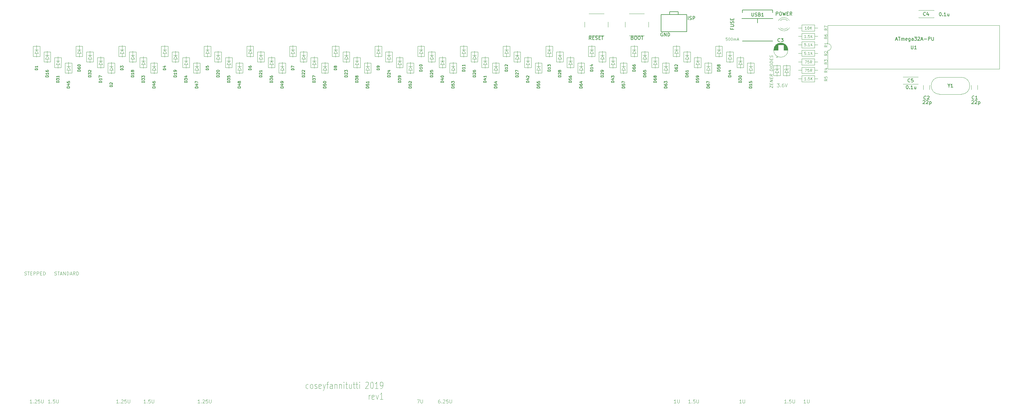
<source format=gbr>
G04 #@! TF.GenerationSoftware,KiCad,Pcbnew,(5.99.0-104-g2b387f4b4)*
G04 #@! TF.CreationDate,2019-09-26T12:15:11-04:00*
G04 #@! TF.ProjectId,discipline-pcb,64697363-6970-46c6-996e-652d7063622e,rev?*
G04 #@! TF.SameCoordinates,Original*
G04 #@! TF.FileFunction,Legend,Top*
G04 #@! TF.FilePolarity,Positive*
%FSLAX46Y46*%
G04 Gerber Fmt 4.6, Leading zero omitted, Abs format (unit mm)*
G04 Created by KiCad (PCBNEW (5.99.0-104-g2b387f4b4)) date 2019-09-26 12:15:11*
%MOMM*%
%LPD*%
G04 APERTURE LIST*
%ADD10C,0.100000*%
%ADD11C,0.120000*%
%ADD12C,0.150000*%
%ADD13C,0.075000*%
%ADD14C,0.203200*%
%ADD15C,0.200000*%
G04 APERTURE END LIST*
D10*
X275347969Y-61241179D02*
X274967017Y-61241179D01*
X274928922Y-61622132D01*
X274967017Y-61584036D01*
X275043208Y-61545941D01*
X275233684Y-61545941D01*
X275309874Y-61584036D01*
X275347969Y-61622132D01*
X275386065Y-61698322D01*
X275386065Y-61888798D01*
X275347969Y-61964989D01*
X275309874Y-62003084D01*
X275233684Y-62041179D01*
X275043208Y-62041179D01*
X274967017Y-62003084D01*
X274928922Y-61964989D01*
X275881303Y-61241179D02*
X275957493Y-61241179D01*
X276033684Y-61279275D01*
X276071779Y-61317370D01*
X276109874Y-61393560D01*
X276147969Y-61545941D01*
X276147969Y-61736417D01*
X276109874Y-61888798D01*
X276071779Y-61964989D01*
X276033684Y-62003084D01*
X275957493Y-62041179D01*
X275881303Y-62041179D01*
X275805112Y-62003084D01*
X275767017Y-61964989D01*
X275728922Y-61888798D01*
X275690827Y-61736417D01*
X275690827Y-61545941D01*
X275728922Y-61393560D01*
X275767017Y-61317370D01*
X275805112Y-61279275D01*
X275881303Y-61241179D01*
X276643208Y-61241179D02*
X276719398Y-61241179D01*
X276795589Y-61279275D01*
X276833684Y-61317370D01*
X276871779Y-61393560D01*
X276909874Y-61545941D01*
X276909874Y-61736417D01*
X276871779Y-61888798D01*
X276833684Y-61964989D01*
X276795589Y-62003084D01*
X276719398Y-62041179D01*
X276643208Y-62041179D01*
X276567017Y-62003084D01*
X276528922Y-61964989D01*
X276490827Y-61888798D01*
X276452731Y-61736417D01*
X276452731Y-61545941D01*
X276490827Y-61393560D01*
X276528922Y-61317370D01*
X276567017Y-61279275D01*
X276643208Y-61241179D01*
X277252731Y-62041179D02*
X277252731Y-61507846D01*
X277252731Y-61584036D02*
X277290827Y-61545941D01*
X277367017Y-61507846D01*
X277481303Y-61507846D01*
X277557493Y-61545941D01*
X277595589Y-61622132D01*
X277595589Y-62041179D01*
X277595589Y-61622132D02*
X277633684Y-61545941D01*
X277709874Y-61507846D01*
X277824160Y-61507846D01*
X277900350Y-61545941D01*
X277938446Y-61622132D01*
X277938446Y-62041179D01*
X278281303Y-61812608D02*
X278662255Y-61812608D01*
X278205112Y-62041179D02*
X278471779Y-61241179D01*
X278738446Y-62041179D01*
X290127979Y-74833764D02*
X290747027Y-74833764D01*
X290413693Y-75214717D01*
X290556550Y-75214717D01*
X290651789Y-75262336D01*
X290699408Y-75309955D01*
X290747027Y-75405193D01*
X290747027Y-75643288D01*
X290699408Y-75738526D01*
X290651789Y-75786145D01*
X290556550Y-75833764D01*
X290270836Y-75833764D01*
X290175598Y-75786145D01*
X290127979Y-75738526D01*
X291175598Y-75738526D02*
X291223217Y-75786145D01*
X291175598Y-75833764D01*
X291127979Y-75786145D01*
X291175598Y-75738526D01*
X291175598Y-75833764D01*
X292080360Y-74833764D02*
X291889884Y-74833764D01*
X291794646Y-74881384D01*
X291747027Y-74929003D01*
X291651789Y-75071860D01*
X291604170Y-75262336D01*
X291604170Y-75643288D01*
X291651789Y-75738526D01*
X291699408Y-75786145D01*
X291794646Y-75833764D01*
X291985122Y-75833764D01*
X292080360Y-75786145D01*
X292127979Y-75738526D01*
X292175598Y-75643288D01*
X292175598Y-75405193D01*
X292127979Y-75309955D01*
X292080360Y-75262336D01*
X291985122Y-75214717D01*
X291794646Y-75214717D01*
X291699408Y-75262336D01*
X291651789Y-75309955D01*
X291604170Y-75405193D01*
X292461312Y-74833764D02*
X292794646Y-75833764D01*
X293127979Y-74833764D01*
X287944174Y-76007063D02*
X287944174Y-75407063D01*
X288844174Y-76119563D01*
X288844174Y-75519563D01*
X288372746Y-75117777D02*
X288372746Y-74817777D01*
X288844174Y-74748134D02*
X288844174Y-75176706D01*
X287944174Y-75064206D01*
X287944174Y-74635634D01*
X288844174Y-74362420D02*
X287944174Y-74249920D01*
X288844174Y-73848134D01*
X287944174Y-73735634D01*
X288372746Y-73360634D02*
X288372746Y-73060634D01*
X288844174Y-72990991D02*
X288844174Y-73419563D01*
X287944174Y-73307063D01*
X287944174Y-72878491D01*
X288844174Y-72090991D02*
X288415603Y-72337420D01*
X288844174Y-72605277D02*
X287944174Y-72492777D01*
X287944174Y-72149920D01*
X287987032Y-72069563D01*
X288029889Y-72032063D01*
X288115603Y-71999920D01*
X288244174Y-72015991D01*
X288329889Y-72069563D01*
X288372746Y-72117777D01*
X288415603Y-72208849D01*
X288415603Y-72551706D01*
X288844174Y-71019563D02*
X287944174Y-70907063D01*
X287944174Y-70692777D01*
X287987032Y-70569563D01*
X288072746Y-70494563D01*
X288158460Y-70462420D01*
X288329889Y-70440991D01*
X288458460Y-70457063D01*
X288629889Y-70521349D01*
X288715603Y-70574920D01*
X288801317Y-70671349D01*
X288844174Y-70805277D01*
X288844174Y-71019563D01*
X288844174Y-70119563D02*
X287944174Y-70007063D01*
X287944174Y-69407063D02*
X287944174Y-69235634D01*
X287987032Y-69155277D01*
X288072746Y-69080277D01*
X288244174Y-69058849D01*
X288544174Y-69096349D01*
X288715603Y-69160634D01*
X288801317Y-69257063D01*
X288844174Y-69348134D01*
X288844174Y-69519563D01*
X288801317Y-69599920D01*
X288715603Y-69674920D01*
X288544174Y-69696349D01*
X288244174Y-69658849D01*
X288072746Y-69594563D01*
X287987032Y-69498134D01*
X287944174Y-69407063D01*
X288844174Y-68748134D02*
X287944174Y-68635634D01*
X287944174Y-68421349D01*
X287987032Y-68298134D01*
X288072746Y-68223134D01*
X288158460Y-68190991D01*
X288329889Y-68169563D01*
X288458460Y-68185634D01*
X288629889Y-68249920D01*
X288715603Y-68303491D01*
X288801317Y-68399920D01*
X288844174Y-68533849D01*
X288844174Y-68748134D01*
X288372746Y-67789206D02*
X288372746Y-67489206D01*
X288844174Y-67419563D02*
X288844174Y-67848134D01*
X287944174Y-67735634D01*
X287944174Y-67307063D01*
X288801317Y-67071349D02*
X288844174Y-66948134D01*
X288844174Y-66733849D01*
X288801317Y-66642777D01*
X288758460Y-66594563D01*
X288672746Y-66540991D01*
X288587032Y-66530277D01*
X288501317Y-66562420D01*
X288458460Y-66599920D01*
X288415603Y-66680277D01*
X288372746Y-66846349D01*
X288329889Y-66926706D01*
X288287032Y-66964206D01*
X288201317Y-66996349D01*
X288115603Y-66985634D01*
X288029889Y-66932063D01*
X287987032Y-66883849D01*
X287944174Y-66792777D01*
X287944174Y-66578491D01*
X287987032Y-66455277D01*
D11*
X292176544Y-70762296D02*
X292421516Y-70499826D01*
X293511452Y-70499442D02*
X293756424Y-70236972D01*
X289294434Y-70761912D02*
X289539406Y-70499442D01*
X290641780Y-70499442D02*
X290886752Y-70236972D01*
D12*
X234976091Y-61764204D02*
X234642757Y-61288014D01*
X234404662Y-61764204D02*
X234404662Y-60764204D01*
X234785614Y-60764204D01*
X234880852Y-60811824D01*
X234928472Y-60859443D01*
X234976091Y-60954681D01*
X234976091Y-61097538D01*
X234928472Y-61192776D01*
X234880852Y-61240395D01*
X234785614Y-61288014D01*
X234404662Y-61288014D01*
X235404662Y-61240395D02*
X235737995Y-61240395D01*
X235880852Y-61764204D02*
X235404662Y-61764204D01*
X235404662Y-60764204D01*
X235880852Y-60764204D01*
X236261805Y-61716585D02*
X236404662Y-61764204D01*
X236642757Y-61764204D01*
X236737995Y-61716585D01*
X236785614Y-61668966D01*
X236833233Y-61573728D01*
X236833233Y-61478490D01*
X236785614Y-61383252D01*
X236737995Y-61335633D01*
X236642757Y-61288014D01*
X236452281Y-61240395D01*
X236357043Y-61192776D01*
X236309424Y-61145157D01*
X236261805Y-61049919D01*
X236261805Y-60954681D01*
X236309424Y-60859443D01*
X236357043Y-60811824D01*
X236452281Y-60764204D01*
X236690376Y-60764204D01*
X236833233Y-60811824D01*
X237261805Y-61240395D02*
X237595138Y-61240395D01*
X237737995Y-61764204D02*
X237261805Y-61764204D01*
X237261805Y-60764204D01*
X237737995Y-60764204D01*
X238023710Y-60764204D02*
X238595138Y-60764204D01*
X238309424Y-61764204D02*
X238309424Y-60764204D01*
X289872080Y-54573694D02*
X289872080Y-53573694D01*
X290253032Y-53573694D01*
X290348270Y-53621314D01*
X290395889Y-53668933D01*
X290443508Y-53764171D01*
X290443508Y-53907028D01*
X290395889Y-54002266D01*
X290348270Y-54049885D01*
X290253032Y-54097504D01*
X289872080Y-54097504D01*
X291062556Y-53573694D02*
X291253032Y-53573694D01*
X291348270Y-53621314D01*
X291443508Y-53716552D01*
X291491127Y-53907028D01*
X291491127Y-54240361D01*
X291443508Y-54430837D01*
X291348270Y-54526075D01*
X291253032Y-54573694D01*
X291062556Y-54573694D01*
X290967318Y-54526075D01*
X290872080Y-54430837D01*
X290824461Y-54240361D01*
X290824461Y-53907028D01*
X290872080Y-53716552D01*
X290967318Y-53621314D01*
X291062556Y-53573694D01*
X291824461Y-53573694D02*
X292062556Y-54573694D01*
X292253032Y-53859409D01*
X292443508Y-54573694D01*
X292681604Y-53573694D01*
X293062556Y-54049885D02*
X293395889Y-54049885D01*
X293538746Y-54573694D02*
X293062556Y-54573694D01*
X293062556Y-53573694D01*
X293538746Y-53573694D01*
X294538746Y-54573694D02*
X294205413Y-54097504D01*
X293967318Y-54573694D02*
X293967318Y-53573694D01*
X294348270Y-53573694D01*
X294443508Y-53621314D01*
X294491127Y-53668933D01*
X294538746Y-53764171D01*
X294538746Y-53907028D01*
X294491127Y-54002266D01*
X294443508Y-54049885D01*
X294348270Y-54097504D01*
X293967318Y-54097504D01*
X256191330Y-59814457D02*
X256096092Y-59766837D01*
X255953235Y-59766837D01*
X255810377Y-59814457D01*
X255715139Y-59909695D01*
X255667520Y-60004933D01*
X255619901Y-60195409D01*
X255619901Y-60338266D01*
X255667520Y-60528742D01*
X255715139Y-60623980D01*
X255810377Y-60719218D01*
X255953235Y-60766837D01*
X256048473Y-60766837D01*
X256191330Y-60719218D01*
X256238949Y-60671599D01*
X256238949Y-60338266D01*
X256048473Y-60338266D01*
X256667520Y-60766837D02*
X256667520Y-59766837D01*
X257238949Y-60766837D01*
X257238949Y-59766837D01*
X257715139Y-60766837D02*
X257715139Y-59766837D01*
X257953235Y-59766837D01*
X258096092Y-59814457D01*
X258191330Y-59909695D01*
X258238949Y-60004933D01*
X258286568Y-60195409D01*
X258286568Y-60338266D01*
X258238949Y-60528742D01*
X258191330Y-60623980D01*
X258096092Y-60719218D01*
X257953235Y-60766837D01*
X257715139Y-60766837D01*
X263746008Y-55884988D02*
X263746008Y-54884988D01*
X264174579Y-55837369D02*
X264317437Y-55884988D01*
X264555532Y-55884988D01*
X264650770Y-55837369D01*
X264698389Y-55789750D01*
X264746008Y-55694512D01*
X264746008Y-55599274D01*
X264698389Y-55504036D01*
X264650770Y-55456417D01*
X264555532Y-55408798D01*
X264365056Y-55361179D01*
X264269818Y-55313560D01*
X264222199Y-55265941D01*
X264174579Y-55170703D01*
X264174579Y-55075465D01*
X264222199Y-54980227D01*
X264269818Y-54932608D01*
X264365056Y-54884988D01*
X264603151Y-54884988D01*
X264746008Y-54932608D01*
X265174579Y-55884988D02*
X265174579Y-54884988D01*
X265555532Y-54884988D01*
X265650770Y-54932608D01*
X265698389Y-54980227D01*
X265746008Y-55075465D01*
X265746008Y-55218322D01*
X265698389Y-55313560D01*
X265650770Y-55361179D01*
X265555532Y-55408798D01*
X265174579Y-55408798D01*
D10*
X298639119Y-65440619D02*
X298258167Y-65440619D01*
X298220072Y-65821572D01*
X298258167Y-65783476D01*
X298334357Y-65745381D01*
X298524833Y-65745381D01*
X298601024Y-65783476D01*
X298639119Y-65821572D01*
X298677214Y-65897762D01*
X298677214Y-66088238D01*
X298639119Y-66164429D01*
X298601024Y-66202524D01*
X298524833Y-66240619D01*
X298334357Y-66240619D01*
X298258167Y-66202524D01*
X298220072Y-66164429D01*
X299020072Y-66164429D02*
X299058167Y-66202524D01*
X299020072Y-66240619D01*
X298981976Y-66202524D01*
X299020072Y-66164429D01*
X299020072Y-66240619D01*
X299820072Y-66240619D02*
X299362929Y-66240619D01*
X299591500Y-66240619D02*
X299591500Y-65440619D01*
X299515310Y-65554905D01*
X299439119Y-65631095D01*
X299362929Y-65669191D01*
X300162929Y-66240619D02*
X300162929Y-65440619D01*
X300620072Y-66240619D02*
X300277214Y-65783476D01*
X300620072Y-65440619D02*
X300162929Y-65897762D01*
X298639119Y-62887166D02*
X298258167Y-62887166D01*
X298220072Y-63268119D01*
X298258167Y-63230023D01*
X298334357Y-63191928D01*
X298524833Y-63191928D01*
X298601024Y-63230023D01*
X298639119Y-63268119D01*
X298677214Y-63344309D01*
X298677214Y-63534785D01*
X298639119Y-63610976D01*
X298601024Y-63649071D01*
X298524833Y-63687166D01*
X298334357Y-63687166D01*
X298258167Y-63649071D01*
X298220072Y-63610976D01*
X299020072Y-63610976D02*
X299058167Y-63649071D01*
X299020072Y-63687166D01*
X298981976Y-63649071D01*
X299020072Y-63610976D01*
X299020072Y-63687166D01*
X299820072Y-63687166D02*
X299362929Y-63687166D01*
X299591500Y-63687166D02*
X299591500Y-62887166D01*
X299515310Y-63001452D01*
X299439119Y-63077642D01*
X299362929Y-63115738D01*
X300162929Y-63687166D02*
X300162929Y-62887166D01*
X300620072Y-63687166D02*
X300277214Y-63230023D01*
X300620072Y-62887166D02*
X300162929Y-63344309D01*
X298627744Y-169726244D02*
X298056316Y-169726244D01*
X298342030Y-169726244D02*
X298342030Y-168726244D01*
X298246792Y-168869102D01*
X298151554Y-168964340D01*
X298056316Y-169011959D01*
X299056316Y-168726244D02*
X299056316Y-169535768D01*
X299103935Y-169631006D01*
X299151554Y-169678625D01*
X299246792Y-169726244D01*
X299437268Y-169726244D01*
X299532506Y-169678625D01*
X299580125Y-169631006D01*
X299627744Y-169535768D01*
X299627744Y-168726244D01*
X279537426Y-169726244D02*
X278965998Y-169726244D01*
X279251712Y-169726244D02*
X279251712Y-168726244D01*
X279156474Y-168869102D01*
X279061236Y-168964340D01*
X278965998Y-169011959D01*
X279965998Y-168726244D02*
X279965998Y-169535768D01*
X280013617Y-169631006D01*
X280061236Y-169678625D01*
X280156474Y-169726244D01*
X280346950Y-169726244D01*
X280442188Y-169678625D01*
X280489807Y-169631006D01*
X280537426Y-169535768D01*
X280537426Y-168726244D01*
X260127184Y-169726244D02*
X259555756Y-169726244D01*
X259841470Y-169726244D02*
X259841470Y-168726244D01*
X259746232Y-168869102D01*
X259650994Y-168964340D01*
X259555756Y-169011959D01*
X260555756Y-168726244D02*
X260555756Y-169535768D01*
X260603375Y-169631006D01*
X260650994Y-169678625D01*
X260746232Y-169726244D01*
X260936708Y-169726244D01*
X261031946Y-169678625D01*
X261079565Y-169631006D01*
X261127184Y-169535768D01*
X261127184Y-168726244D01*
X75753008Y-131673693D02*
X75895866Y-131721312D01*
X76133961Y-131721312D01*
X76229199Y-131673693D01*
X76276818Y-131626074D01*
X76324437Y-131530836D01*
X76324437Y-131435598D01*
X76276818Y-131340360D01*
X76229199Y-131292741D01*
X76133961Y-131245122D01*
X75943485Y-131197503D01*
X75848247Y-131149884D01*
X75800628Y-131102265D01*
X75753008Y-131007027D01*
X75753008Y-130911789D01*
X75800628Y-130816551D01*
X75848247Y-130768932D01*
X75943485Y-130721312D01*
X76181580Y-130721312D01*
X76324437Y-130768932D01*
X76610151Y-130721312D02*
X77181580Y-130721312D01*
X76895866Y-131721312D02*
X76895866Y-130721312D01*
X77467294Y-131435598D02*
X77943485Y-131435598D01*
X77372056Y-131721312D02*
X77705389Y-130721312D01*
X78038723Y-131721312D01*
X78372056Y-131721312D02*
X78372056Y-130721312D01*
X78943485Y-131721312D01*
X78943485Y-130721312D01*
X79419675Y-131721312D02*
X79419675Y-130721312D01*
X79657770Y-130721312D01*
X79800628Y-130768932D01*
X79895866Y-130864170D01*
X79943485Y-130959408D01*
X79991104Y-131149884D01*
X79991104Y-131292741D01*
X79943485Y-131483217D01*
X79895866Y-131578455D01*
X79800628Y-131673693D01*
X79657770Y-131721312D01*
X79419675Y-131721312D01*
X80372056Y-131435598D02*
X80848247Y-131435598D01*
X80276818Y-131721312D02*
X80610151Y-130721312D01*
X80943485Y-131721312D01*
X81848247Y-131721312D02*
X81514913Y-131245122D01*
X81276818Y-131721312D02*
X81276818Y-130721312D01*
X81657770Y-130721312D01*
X81753008Y-130768932D01*
X81800628Y-130816551D01*
X81848247Y-130911789D01*
X81848247Y-131054646D01*
X81800628Y-131149884D01*
X81753008Y-131197503D01*
X81657770Y-131245122D01*
X81276818Y-131245122D01*
X82276818Y-131721312D02*
X82276818Y-130721312D01*
X82514913Y-130721312D01*
X82657770Y-130768932D01*
X82753008Y-130864170D01*
X82800628Y-130959408D01*
X82848247Y-131149884D01*
X82848247Y-131292741D01*
X82800628Y-131483217D01*
X82753008Y-131578455D01*
X82657770Y-131673693D01*
X82514913Y-131721312D01*
X82276818Y-131721312D01*
X66832952Y-131673693D02*
X66975809Y-131721312D01*
X67213904Y-131721312D01*
X67309142Y-131673693D01*
X67356761Y-131626074D01*
X67404381Y-131530836D01*
X67404381Y-131435598D01*
X67356761Y-131340360D01*
X67309142Y-131292741D01*
X67213904Y-131245122D01*
X67023428Y-131197503D01*
X66928190Y-131149884D01*
X66880571Y-131102265D01*
X66832952Y-131007027D01*
X66832952Y-130911789D01*
X66880571Y-130816551D01*
X66928190Y-130768932D01*
X67023428Y-130721312D01*
X67261523Y-130721312D01*
X67404381Y-130768932D01*
X67690095Y-130721312D02*
X68261523Y-130721312D01*
X67975809Y-131721312D02*
X67975809Y-130721312D01*
X68594857Y-131197503D02*
X68928190Y-131197503D01*
X69071047Y-131721312D02*
X68594857Y-131721312D01*
X68594857Y-130721312D01*
X69071047Y-130721312D01*
X69499619Y-131721312D02*
X69499619Y-130721312D01*
X69880571Y-130721312D01*
X69975809Y-130768932D01*
X70023428Y-130816551D01*
X70071047Y-130911789D01*
X70071047Y-131054646D01*
X70023428Y-131149884D01*
X69975809Y-131197503D01*
X69880571Y-131245122D01*
X69499619Y-131245122D01*
X70499619Y-131721312D02*
X70499619Y-130721312D01*
X70880571Y-130721312D01*
X70975809Y-130768932D01*
X71023428Y-130816551D01*
X71071047Y-130911789D01*
X71071047Y-131054646D01*
X71023428Y-131149884D01*
X70975809Y-131197503D01*
X70880571Y-131245122D01*
X70499619Y-131245122D01*
X71499619Y-131197503D02*
X71832952Y-131197503D01*
X71975809Y-131721312D02*
X71499619Y-131721312D01*
X71499619Y-130721312D01*
X71975809Y-130721312D01*
X72404381Y-131721312D02*
X72404381Y-130721312D01*
X72642476Y-130721312D01*
X72785333Y-130768932D01*
X72880571Y-130864170D01*
X72928190Y-130959408D01*
X72975809Y-131149884D01*
X72975809Y-131292741D01*
X72928190Y-131483217D01*
X72880571Y-131578455D01*
X72785333Y-131673693D01*
X72642476Y-131721312D01*
X72404381Y-131721312D01*
X292887138Y-169726244D02*
X292315709Y-169726244D01*
X292601423Y-169726244D02*
X292601423Y-168726244D01*
X292506185Y-168869102D01*
X292410947Y-168964340D01*
X292315709Y-169011959D01*
X293315709Y-169631006D02*
X293363328Y-169678625D01*
X293315709Y-169726244D01*
X293268090Y-169678625D01*
X293315709Y-169631006D01*
X293315709Y-169726244D01*
X294268090Y-168726244D02*
X293791899Y-168726244D01*
X293744280Y-169202435D01*
X293791899Y-169154816D01*
X293887138Y-169107197D01*
X294125233Y-169107197D01*
X294220471Y-169154816D01*
X294268090Y-169202435D01*
X294315709Y-169297673D01*
X294315709Y-169535768D01*
X294268090Y-169631006D01*
X294220471Y-169678625D01*
X294125233Y-169726244D01*
X293887138Y-169726244D01*
X293791899Y-169678625D01*
X293744280Y-169631006D01*
X294744280Y-168726244D02*
X294744280Y-169535768D01*
X294791899Y-169631006D01*
X294839519Y-169678625D01*
X294934757Y-169726244D01*
X295125233Y-169726244D01*
X295220471Y-169678625D01*
X295268090Y-169631006D01*
X295315709Y-169535768D01*
X295315709Y-168726244D01*
X264399734Y-169726244D02*
X263828305Y-169726244D01*
X264114019Y-169726244D02*
X264114019Y-168726244D01*
X264018781Y-168869102D01*
X263923543Y-168964340D01*
X263828305Y-169011959D01*
X264828305Y-169631006D02*
X264875924Y-169678625D01*
X264828305Y-169726244D01*
X264780686Y-169678625D01*
X264828305Y-169631006D01*
X264828305Y-169726244D01*
X265780686Y-168726244D02*
X265304495Y-168726244D01*
X265256876Y-169202435D01*
X265304495Y-169154816D01*
X265399734Y-169107197D01*
X265637829Y-169107197D01*
X265733067Y-169154816D01*
X265780686Y-169202435D01*
X265828305Y-169297673D01*
X265828305Y-169535768D01*
X265780686Y-169631006D01*
X265733067Y-169678625D01*
X265637829Y-169726244D01*
X265399734Y-169726244D01*
X265304495Y-169678625D01*
X265256876Y-169631006D01*
X266256876Y-168726244D02*
X266256876Y-169535768D01*
X266304495Y-169631006D01*
X266352115Y-169678625D01*
X266447353Y-169726244D01*
X266637829Y-169726244D01*
X266733067Y-169678625D01*
X266780686Y-169631006D01*
X266828305Y-169535768D01*
X266828305Y-168726244D01*
X102757492Y-169726244D02*
X102186063Y-169726244D01*
X102471777Y-169726244D02*
X102471777Y-168726244D01*
X102376539Y-168869102D01*
X102281301Y-168964340D01*
X102186063Y-169011959D01*
X103186063Y-169631006D02*
X103233682Y-169678625D01*
X103186063Y-169726244D01*
X103138444Y-169678625D01*
X103186063Y-169631006D01*
X103186063Y-169726244D01*
X104138444Y-168726244D02*
X103662253Y-168726244D01*
X103614634Y-169202435D01*
X103662253Y-169154816D01*
X103757492Y-169107197D01*
X103995587Y-169107197D01*
X104090825Y-169154816D01*
X104138444Y-169202435D01*
X104186063Y-169297673D01*
X104186063Y-169535768D01*
X104138444Y-169631006D01*
X104090825Y-169678625D01*
X103995587Y-169726244D01*
X103757492Y-169726244D01*
X103662253Y-169678625D01*
X103614634Y-169631006D01*
X104614634Y-168726244D02*
X104614634Y-169535768D01*
X104662253Y-169631006D01*
X104709873Y-169678625D01*
X104805111Y-169726244D01*
X104995587Y-169726244D01*
X105090825Y-169678625D01*
X105138444Y-169631006D01*
X105186063Y-169535768D01*
X105186063Y-168726244D01*
X74411272Y-169726244D02*
X73839843Y-169726244D01*
X74125557Y-169726244D02*
X74125557Y-168726244D01*
X74030319Y-168869102D01*
X73935081Y-168964340D01*
X73839843Y-169011959D01*
X74839843Y-169631006D02*
X74887462Y-169678625D01*
X74839843Y-169726244D01*
X74792224Y-169678625D01*
X74839843Y-169631006D01*
X74839843Y-169726244D01*
X75792224Y-168726244D02*
X75316033Y-168726244D01*
X75268414Y-169202435D01*
X75316033Y-169154816D01*
X75411272Y-169107197D01*
X75649367Y-169107197D01*
X75744605Y-169154816D01*
X75792224Y-169202435D01*
X75839843Y-169297673D01*
X75839843Y-169535768D01*
X75792224Y-169631006D01*
X75744605Y-169678625D01*
X75649367Y-169726244D01*
X75411272Y-169726244D01*
X75316033Y-169678625D01*
X75268414Y-169631006D01*
X76268414Y-168726244D02*
X76268414Y-169535768D01*
X76316033Y-169631006D01*
X76363653Y-169678625D01*
X76458891Y-169726244D01*
X76649367Y-169726244D01*
X76744605Y-169678625D01*
X76792224Y-169631006D01*
X76839843Y-169535768D01*
X76839843Y-168726244D01*
X118816596Y-169726244D02*
X118245168Y-169726244D01*
X118530882Y-169726244D02*
X118530882Y-168726244D01*
X118435644Y-168869102D01*
X118340406Y-168964340D01*
X118245168Y-169011959D01*
X119245168Y-169631006D02*
X119292787Y-169678625D01*
X119245168Y-169726244D01*
X119197548Y-169678625D01*
X119245168Y-169631006D01*
X119245168Y-169726244D01*
X119673739Y-168821483D02*
X119721358Y-168773864D01*
X119816596Y-168726244D01*
X120054691Y-168726244D01*
X120149929Y-168773864D01*
X120197548Y-168821483D01*
X120245168Y-168916721D01*
X120245168Y-169011959D01*
X120197548Y-169154816D01*
X119626120Y-169726244D01*
X120245168Y-169726244D01*
X121149929Y-168726244D02*
X120673739Y-168726244D01*
X120626120Y-169202435D01*
X120673739Y-169154816D01*
X120768977Y-169107197D01*
X121007072Y-169107197D01*
X121102310Y-169154816D01*
X121149929Y-169202435D01*
X121197548Y-169297673D01*
X121197548Y-169535768D01*
X121149929Y-169631006D01*
X121102310Y-169678625D01*
X121007072Y-169726244D01*
X120768977Y-169726244D01*
X120673739Y-169678625D01*
X120626120Y-169631006D01*
X121626120Y-168726244D02*
X121626120Y-169535768D01*
X121673739Y-169631006D01*
X121721358Y-169678625D01*
X121816596Y-169726244D01*
X122007072Y-169726244D01*
X122102310Y-169678625D01*
X122149929Y-169631006D01*
X122197548Y-169535768D01*
X122197548Y-168726244D01*
X94669816Y-169726244D02*
X94098388Y-169726244D01*
X94384102Y-169726244D02*
X94384102Y-168726244D01*
X94288864Y-168869102D01*
X94193626Y-168964340D01*
X94098388Y-169011959D01*
X95098388Y-169631006D02*
X95146007Y-169678625D01*
X95098388Y-169726244D01*
X95050768Y-169678625D01*
X95098388Y-169631006D01*
X95098388Y-169726244D01*
X95526959Y-168821483D02*
X95574578Y-168773864D01*
X95669816Y-168726244D01*
X95907911Y-168726244D01*
X96003149Y-168773864D01*
X96050768Y-168821483D01*
X96098388Y-168916721D01*
X96098388Y-169011959D01*
X96050768Y-169154816D01*
X95479340Y-169726244D01*
X96098388Y-169726244D01*
X97003149Y-168726244D02*
X96526959Y-168726244D01*
X96479340Y-169202435D01*
X96526959Y-169154816D01*
X96622197Y-169107197D01*
X96860292Y-169107197D01*
X96955530Y-169154816D01*
X97003149Y-169202435D01*
X97050768Y-169297673D01*
X97050768Y-169535768D01*
X97003149Y-169631006D01*
X96955530Y-169678625D01*
X96860292Y-169726244D01*
X96622197Y-169726244D01*
X96526959Y-169678625D01*
X96479340Y-169631006D01*
X97479340Y-168726244D02*
X97479340Y-169535768D01*
X97526959Y-169631006D01*
X97574578Y-169678625D01*
X97669816Y-169726244D01*
X97860292Y-169726244D01*
X97955530Y-169678625D01*
X98003149Y-169631006D01*
X98050768Y-169535768D01*
X98050768Y-168726244D01*
X69000739Y-169726244D02*
X68429311Y-169726244D01*
X68715025Y-169726244D02*
X68715025Y-168726244D01*
X68619787Y-168869102D01*
X68524549Y-168964340D01*
X68429311Y-169011959D01*
X69429311Y-169631006D02*
X69476930Y-169678625D01*
X69429311Y-169726244D01*
X69381691Y-169678625D01*
X69429311Y-169631006D01*
X69429311Y-169726244D01*
X69857882Y-168821483D02*
X69905501Y-168773864D01*
X70000739Y-168726244D01*
X70238834Y-168726244D01*
X70334072Y-168773864D01*
X70381691Y-168821483D01*
X70429311Y-168916721D01*
X70429311Y-169011959D01*
X70381691Y-169154816D01*
X69810263Y-169726244D01*
X70429311Y-169726244D01*
X71334072Y-168726244D02*
X70857882Y-168726244D01*
X70810263Y-169202435D01*
X70857882Y-169154816D01*
X70953120Y-169107197D01*
X71191215Y-169107197D01*
X71286453Y-169154816D01*
X71334072Y-169202435D01*
X71381691Y-169297673D01*
X71381691Y-169535768D01*
X71334072Y-169631006D01*
X71286453Y-169678625D01*
X71191215Y-169726244D01*
X70953120Y-169726244D01*
X70857882Y-169678625D01*
X70810263Y-169631006D01*
X71810263Y-168726244D02*
X71810263Y-169535768D01*
X71857882Y-169631006D01*
X71905501Y-169678625D01*
X72000739Y-169726244D01*
X72191215Y-169726244D01*
X72286453Y-169678625D01*
X72334072Y-169631006D01*
X72381691Y-169535768D01*
X72381691Y-168726244D01*
D13*
X151015348Y-165360531D02*
X150872491Y-165455769D01*
X150586777Y-165455769D01*
X150443920Y-165360531D01*
X150372491Y-165265293D01*
X150301062Y-165074817D01*
X150301062Y-164503388D01*
X150372491Y-164312912D01*
X150443920Y-164217674D01*
X150586777Y-164122436D01*
X150872491Y-164122436D01*
X151015348Y-164217674D01*
X151872491Y-165455769D02*
X151729634Y-165360531D01*
X151658205Y-165265293D01*
X151586777Y-165074817D01*
X151586777Y-164503388D01*
X151658205Y-164312912D01*
X151729634Y-164217674D01*
X151872491Y-164122436D01*
X152086777Y-164122436D01*
X152229634Y-164217674D01*
X152301062Y-164312912D01*
X152372491Y-164503388D01*
X152372491Y-165074817D01*
X152301062Y-165265293D01*
X152229634Y-165360531D01*
X152086777Y-165455769D01*
X151872491Y-165455769D01*
X152943920Y-165360531D02*
X153086777Y-165455769D01*
X153372491Y-165455769D01*
X153515348Y-165360531D01*
X153586777Y-165170055D01*
X153586777Y-165074817D01*
X153515348Y-164884341D01*
X153372491Y-164789103D01*
X153158205Y-164789103D01*
X153015348Y-164693865D01*
X152943920Y-164503388D01*
X152943920Y-164408150D01*
X153015348Y-164217674D01*
X153158205Y-164122436D01*
X153372491Y-164122436D01*
X153515348Y-164217674D01*
X154801062Y-165360531D02*
X154658205Y-165455769D01*
X154372491Y-165455769D01*
X154229634Y-165360531D01*
X154158205Y-165170055D01*
X154158205Y-164408150D01*
X154229634Y-164217674D01*
X154372491Y-164122436D01*
X154658205Y-164122436D01*
X154801062Y-164217674D01*
X154872491Y-164408150D01*
X154872491Y-164598627D01*
X154158205Y-164789103D01*
X155372491Y-164122436D02*
X155729634Y-165455769D01*
X156086777Y-164122436D02*
X155729634Y-165455769D01*
X155586777Y-165931960D01*
X155515348Y-166027198D01*
X155372491Y-166122436D01*
X156443920Y-164122436D02*
X157015348Y-164122436D01*
X156658205Y-165455769D02*
X156658205Y-163741484D01*
X156729634Y-163551008D01*
X156872491Y-163455769D01*
X157015348Y-163455769D01*
X158158205Y-165455769D02*
X158158205Y-164408150D01*
X158086777Y-164217674D01*
X157943920Y-164122436D01*
X157658205Y-164122436D01*
X157515348Y-164217674D01*
X158158205Y-165360531D02*
X158015348Y-165455769D01*
X157658205Y-165455769D01*
X157515348Y-165360531D01*
X157443920Y-165170055D01*
X157443920Y-164979579D01*
X157515348Y-164789103D01*
X157658205Y-164693865D01*
X158015348Y-164693865D01*
X158158205Y-164598627D01*
X158872491Y-164122436D02*
X158872491Y-165455769D01*
X158872491Y-164312912D02*
X158943920Y-164217674D01*
X159086777Y-164122436D01*
X159301062Y-164122436D01*
X159443920Y-164217674D01*
X159515348Y-164408150D01*
X159515348Y-165455769D01*
X160229634Y-164122436D02*
X160229634Y-165455769D01*
X160229634Y-164312912D02*
X160301062Y-164217674D01*
X160443920Y-164122436D01*
X160658205Y-164122436D01*
X160801062Y-164217674D01*
X160872491Y-164408150D01*
X160872491Y-165455769D01*
X161586777Y-165455769D02*
X161586777Y-164122436D01*
X161586777Y-163455769D02*
X161515348Y-163551008D01*
X161586777Y-163646246D01*
X161658205Y-163551008D01*
X161586777Y-163455769D01*
X161586777Y-163646246D01*
X162086777Y-164122436D02*
X162658205Y-164122436D01*
X162301062Y-163455769D02*
X162301062Y-165170055D01*
X162372491Y-165360531D01*
X162515348Y-165455769D01*
X162658205Y-165455769D01*
X163801062Y-164122436D02*
X163801062Y-165455769D01*
X163158205Y-164122436D02*
X163158205Y-165170055D01*
X163229634Y-165360531D01*
X163372491Y-165455769D01*
X163586777Y-165455769D01*
X163729634Y-165360531D01*
X163801062Y-165265293D01*
X164301062Y-164122436D02*
X164872491Y-164122436D01*
X164515348Y-163455769D02*
X164515348Y-165170055D01*
X164586777Y-165360531D01*
X164729634Y-165455769D01*
X164872491Y-165455769D01*
X165158205Y-164122436D02*
X165729634Y-164122436D01*
X165372491Y-163455769D02*
X165372491Y-165170055D01*
X165443920Y-165360531D01*
X165586777Y-165455769D01*
X165729634Y-165455769D01*
X166229634Y-165455769D02*
X166229634Y-164122436D01*
X166229634Y-163455769D02*
X166158205Y-163551008D01*
X166229634Y-163646246D01*
X166301062Y-163551008D01*
X166229634Y-163455769D01*
X166229634Y-163646246D01*
X168015348Y-163646246D02*
X168086777Y-163551008D01*
X168229634Y-163455769D01*
X168586777Y-163455769D01*
X168729634Y-163551008D01*
X168801062Y-163646246D01*
X168872491Y-163836722D01*
X168872491Y-164027198D01*
X168801062Y-164312912D01*
X167943920Y-165455769D01*
X168872491Y-165455769D01*
X169801062Y-163455769D02*
X169943920Y-163455769D01*
X170086777Y-163551008D01*
X170158205Y-163646246D01*
X170229634Y-163836722D01*
X170301062Y-164217674D01*
X170301062Y-164693865D01*
X170229634Y-165074817D01*
X170158205Y-165265293D01*
X170086777Y-165360531D01*
X169943920Y-165455769D01*
X169801062Y-165455769D01*
X169658205Y-165360531D01*
X169586777Y-165265293D01*
X169515348Y-165074817D01*
X169443920Y-164693865D01*
X169443920Y-164217674D01*
X169515348Y-163836722D01*
X169586777Y-163646246D01*
X169658205Y-163551008D01*
X169801062Y-163455769D01*
X171729634Y-165455769D02*
X170872491Y-165455769D01*
X171301062Y-165455769D02*
X171301062Y-163455769D01*
X171158205Y-163741484D01*
X171015348Y-163931960D01*
X170872491Y-164027198D01*
X172443920Y-165455769D02*
X172729634Y-165455769D01*
X172872491Y-165360531D01*
X172943920Y-165265293D01*
X173086777Y-164979579D01*
X173158205Y-164598627D01*
X173158205Y-163836722D01*
X173086777Y-163646246D01*
X173015348Y-163551008D01*
X172872491Y-163455769D01*
X172586777Y-163455769D01*
X172443920Y-163551008D01*
X172372491Y-163646246D01*
X172301062Y-163836722D01*
X172301062Y-164312912D01*
X172372491Y-164503388D01*
X172443920Y-164598627D01*
X172586777Y-164693865D01*
X172872491Y-164693865D01*
X173015348Y-164598627D01*
X173086777Y-164503388D01*
X173158205Y-164312912D01*
X169015348Y-168675769D02*
X169015348Y-167342436D01*
X169015348Y-167723388D02*
X169086777Y-167532912D01*
X169158205Y-167437674D01*
X169301062Y-167342436D01*
X169443920Y-167342436D01*
X170515348Y-168580531D02*
X170372491Y-168675769D01*
X170086777Y-168675769D01*
X169943920Y-168580531D01*
X169872491Y-168390055D01*
X169872491Y-167628150D01*
X169943920Y-167437674D01*
X170086777Y-167342436D01*
X170372491Y-167342436D01*
X170515348Y-167437674D01*
X170586777Y-167628150D01*
X170586777Y-167818627D01*
X169872491Y-168009103D01*
X171086777Y-167342436D02*
X171443920Y-168675769D01*
X171801062Y-167342436D01*
X173158205Y-168675769D02*
X172301062Y-168675769D01*
X172729634Y-168675769D02*
X172729634Y-166675769D01*
X172586777Y-166961484D01*
X172443920Y-167151960D01*
X172301062Y-167247198D01*
D14*
X263340364Y-54328500D02*
X263340364Y-59408500D01*
X255720364Y-59408500D02*
X255720364Y-54328500D01*
X263340364Y-59408500D02*
X255720364Y-59408500D01*
X255720364Y-54328500D02*
X263340364Y-54328500D01*
D15*
X258230364Y-53518500D02*
X258230364Y-54318500D01*
X260780364Y-53518500D02*
X258230364Y-53518500D01*
X260780364Y-54318500D02*
X260780364Y-53518500D01*
D12*
X284325002Y-55538652D02*
X284325002Y-56808652D01*
X288800002Y-53028652D02*
X288805002Y-53788652D01*
X288800002Y-53028652D02*
X279850002Y-53028652D01*
X279845002Y-53788652D02*
X279850002Y-53028652D01*
X288800002Y-62198652D02*
X279850002Y-62198652D01*
X288950002Y-55538652D02*
X279700002Y-55538652D01*
D11*
X69846818Y-64813242D02*
X70926818Y-64813242D01*
X69846818Y-65863242D02*
X70926818Y-65863242D01*
X70376818Y-64923242D02*
X69846818Y-65833242D01*
X70386818Y-64913242D02*
X70926818Y-65863242D01*
X69376818Y-63783242D02*
X71376818Y-63783242D01*
X70386818Y-63523242D02*
X70386818Y-64803242D01*
X70386818Y-66983242D02*
X70386818Y-65863242D01*
X69376818Y-66773242D02*
X71366818Y-66773242D01*
X71376818Y-63783242D02*
X71366818Y-66773242D01*
X69376818Y-63793242D02*
X69376818Y-66763242D01*
X79355207Y-69773829D02*
X80435207Y-69773829D01*
X79355207Y-70823829D02*
X80435207Y-70823829D01*
X79885207Y-69883829D02*
X79355207Y-70793829D01*
X79895207Y-69873829D02*
X80435207Y-70823829D01*
X78885207Y-68743829D02*
X80885207Y-68743829D01*
X79895207Y-68483829D02*
X79895207Y-69763829D01*
X79895207Y-71943829D02*
X79895207Y-70823829D01*
X78885207Y-71733829D02*
X80875207Y-71733829D01*
X80885207Y-68743829D02*
X80875207Y-71733829D01*
X78885207Y-68753829D02*
X78885207Y-71723829D01*
X92033059Y-69773829D02*
X93113059Y-69773829D01*
X92033059Y-70823829D02*
X93113059Y-70823829D01*
X92563059Y-69883829D02*
X92033059Y-70793829D01*
X92573059Y-69873829D02*
X93113059Y-70823829D01*
X91563059Y-68743829D02*
X93563059Y-68743829D01*
X92573059Y-68483829D02*
X92573059Y-69763829D01*
X92573059Y-71943829D02*
X92573059Y-70823829D01*
X91563059Y-71733829D02*
X93553059Y-71733829D01*
X93563059Y-68743829D02*
X93553059Y-71733829D01*
X91563059Y-68753829D02*
X91563059Y-71723829D01*
X95202522Y-64813242D02*
X96282522Y-64813242D01*
X95202522Y-65863242D02*
X96282522Y-65863242D01*
X95732522Y-64923242D02*
X95202522Y-65833242D01*
X95742522Y-64913242D02*
X96282522Y-65863242D01*
X94732522Y-63783242D02*
X96732522Y-63783242D01*
X95742522Y-63523242D02*
X95742522Y-64803242D01*
X95742522Y-66983242D02*
X95742522Y-65863242D01*
X94732522Y-66773242D02*
X96722522Y-66773242D01*
X96732522Y-63783242D02*
X96722522Y-66773242D01*
X94732522Y-63793242D02*
X94732522Y-66763242D01*
X107880374Y-64813242D02*
X108960374Y-64813242D01*
X107880374Y-65863242D02*
X108960374Y-65863242D01*
X108410374Y-64923242D02*
X107880374Y-65833242D01*
X108420374Y-64913242D02*
X108960374Y-65863242D01*
X107410374Y-63783242D02*
X109410374Y-63783242D01*
X108420374Y-63523242D02*
X108420374Y-64803242D01*
X108420374Y-66983242D02*
X108420374Y-65863242D01*
X107410374Y-66773242D02*
X109400374Y-66773242D01*
X109410374Y-63783242D02*
X109400374Y-66773242D01*
X107410374Y-63793242D02*
X107410374Y-66763242D01*
X120558226Y-64813242D02*
X121638226Y-64813242D01*
X120558226Y-65863242D02*
X121638226Y-65863242D01*
X121088226Y-64923242D02*
X120558226Y-65833242D01*
X121098226Y-64913242D02*
X121638226Y-65863242D01*
X120088226Y-63783242D02*
X122088226Y-63783242D01*
X121098226Y-63523242D02*
X121098226Y-64803242D01*
X121098226Y-66983242D02*
X121098226Y-65863242D01*
X120088226Y-66773242D02*
X122078226Y-66773242D01*
X122088226Y-63783242D02*
X122078226Y-66773242D01*
X120088226Y-63793242D02*
X120088226Y-66763242D01*
X133236078Y-64813242D02*
X134316078Y-64813242D01*
X133236078Y-65863242D02*
X134316078Y-65863242D01*
X133766078Y-64923242D02*
X133236078Y-65833242D01*
X133776078Y-64913242D02*
X134316078Y-65863242D01*
X132766078Y-63783242D02*
X134766078Y-63783242D01*
X133776078Y-63523242D02*
X133776078Y-64803242D01*
X133776078Y-66983242D02*
X133776078Y-65863242D01*
X132766078Y-66773242D02*
X134756078Y-66773242D01*
X134766078Y-63783242D02*
X134756078Y-66773242D01*
X132766078Y-63793242D02*
X132766078Y-66763242D01*
X145913930Y-64813242D02*
X146993930Y-64813242D01*
X145913930Y-65863242D02*
X146993930Y-65863242D01*
X146443930Y-64923242D02*
X145913930Y-65833242D01*
X146453930Y-64913242D02*
X146993930Y-65863242D01*
X145443930Y-63783242D02*
X147443930Y-63783242D01*
X146453930Y-63523242D02*
X146453930Y-64803242D01*
X146453930Y-66983242D02*
X146453930Y-65863242D01*
X145443930Y-66773242D02*
X147433930Y-66773242D01*
X147443930Y-63783242D02*
X147433930Y-66773242D01*
X145443930Y-63793242D02*
X145443930Y-66763242D01*
X158591782Y-64813242D02*
X159671782Y-64813242D01*
X158591782Y-65863242D02*
X159671782Y-65863242D01*
X159121782Y-64923242D02*
X158591782Y-65833242D01*
X159131782Y-64913242D02*
X159671782Y-65863242D01*
X158121782Y-63783242D02*
X160121782Y-63783242D01*
X159131782Y-63523242D02*
X159131782Y-64803242D01*
X159131782Y-66983242D02*
X159131782Y-65863242D01*
X158121782Y-66773242D02*
X160111782Y-66773242D01*
X160121782Y-63783242D02*
X160111782Y-66773242D01*
X158121782Y-63793242D02*
X158121782Y-66763242D01*
X171269634Y-64813242D02*
X172349634Y-64813242D01*
X171269634Y-65863242D02*
X172349634Y-65863242D01*
X171799634Y-64923242D02*
X171269634Y-65833242D01*
X171809634Y-64913242D02*
X172349634Y-65863242D01*
X170799634Y-63783242D02*
X172799634Y-63783242D01*
X171809634Y-63523242D02*
X171809634Y-64803242D01*
X171809634Y-66983242D02*
X171809634Y-65863242D01*
X170799634Y-66773242D02*
X172789634Y-66773242D01*
X172799634Y-63783242D02*
X172789634Y-66773242D01*
X170799634Y-63793242D02*
X170799634Y-66763242D01*
X183947486Y-64813242D02*
X185027486Y-64813242D01*
X183947486Y-65863242D02*
X185027486Y-65863242D01*
X184477486Y-64923242D02*
X183947486Y-65833242D01*
X184487486Y-64913242D02*
X185027486Y-65863242D01*
X183477486Y-63783242D02*
X185477486Y-63783242D01*
X184487486Y-63523242D02*
X184487486Y-64803242D01*
X184487486Y-66983242D02*
X184487486Y-65863242D01*
X183477486Y-66773242D02*
X185467486Y-66773242D01*
X185477486Y-63783242D02*
X185467486Y-66773242D01*
X183477486Y-63793242D02*
X183477486Y-66763242D01*
X196625338Y-64813242D02*
X197705338Y-64813242D01*
X196625338Y-65863242D02*
X197705338Y-65863242D01*
X197155338Y-64923242D02*
X196625338Y-65833242D01*
X197165338Y-64913242D02*
X197705338Y-65863242D01*
X196155338Y-63783242D02*
X198155338Y-63783242D01*
X197165338Y-63523242D02*
X197165338Y-64803242D01*
X197165338Y-66983242D02*
X197165338Y-65863242D01*
X196155338Y-66773242D02*
X198145338Y-66773242D01*
X198155338Y-63783242D02*
X198145338Y-66773242D01*
X196155338Y-63793242D02*
X196155338Y-66763242D01*
X209303190Y-64813242D02*
X210383190Y-64813242D01*
X209303190Y-65863242D02*
X210383190Y-65863242D01*
X209833190Y-64923242D02*
X209303190Y-65833242D01*
X209843190Y-64913242D02*
X210383190Y-65863242D01*
X208833190Y-63783242D02*
X210833190Y-63783242D01*
X209843190Y-63523242D02*
X209843190Y-64803242D01*
X209843190Y-66983242D02*
X209843190Y-65863242D01*
X208833190Y-66773242D02*
X210823190Y-66773242D01*
X210833190Y-63783242D02*
X210823190Y-66773242D01*
X208833190Y-63793242D02*
X208833190Y-66763242D01*
X221981042Y-64813242D02*
X223061042Y-64813242D01*
X221981042Y-65863242D02*
X223061042Y-65863242D01*
X222511042Y-64923242D02*
X221981042Y-65833242D01*
X222521042Y-64913242D02*
X223061042Y-65863242D01*
X221511042Y-63783242D02*
X223511042Y-63783242D01*
X222521042Y-63523242D02*
X222521042Y-64803242D01*
X222521042Y-66983242D02*
X222521042Y-65863242D01*
X221511042Y-66773242D02*
X223501042Y-66773242D01*
X223511042Y-63783242D02*
X223501042Y-66773242D01*
X221511042Y-63793242D02*
X221511042Y-66763242D01*
X234588910Y-64813242D02*
X235668910Y-64813242D01*
X234588910Y-65863242D02*
X235668910Y-65863242D01*
X235118910Y-64923242D02*
X234588910Y-65833242D01*
X235128910Y-64913242D02*
X235668910Y-65863242D01*
X234118910Y-63783242D02*
X236118910Y-63783242D01*
X235128910Y-63523242D02*
X235128910Y-64803242D01*
X235128910Y-66983242D02*
X235128910Y-65863242D01*
X234118910Y-66773242D02*
X236108910Y-66773242D01*
X236118910Y-63783242D02*
X236108910Y-66773242D01*
X234118910Y-63793242D02*
X234118910Y-66763242D01*
X281788463Y-69773829D02*
X282868463Y-69773829D01*
X281788463Y-70823829D02*
X282868463Y-70823829D01*
X282318463Y-69883829D02*
X281788463Y-70793829D01*
X282328463Y-69873829D02*
X282868463Y-70823829D01*
X281318463Y-68743829D02*
X283318463Y-68743829D01*
X282328463Y-68483829D02*
X282328463Y-69763829D01*
X282328463Y-71943829D02*
X282328463Y-70823829D01*
X281318463Y-71733829D02*
X283308463Y-71733829D01*
X283318463Y-68743829D02*
X283308463Y-71733829D01*
X281318463Y-68753829D02*
X281318463Y-71723829D01*
X73016281Y-66466771D02*
X74096281Y-66466771D01*
X73016281Y-67516771D02*
X74096281Y-67516771D01*
X73546281Y-66576771D02*
X73016281Y-67486771D01*
X73556281Y-66566771D02*
X74096281Y-67516771D01*
X72546281Y-65436771D02*
X74546281Y-65436771D01*
X73556281Y-65176771D02*
X73556281Y-66456771D01*
X73556281Y-68636771D02*
X73556281Y-67516771D01*
X72546281Y-68426771D02*
X74536281Y-68426771D01*
X74546281Y-65436771D02*
X74536281Y-68426771D01*
X72546281Y-65446771D02*
X72546281Y-68416771D01*
X88863596Y-68120300D02*
X89943596Y-68120300D01*
X88863596Y-69170300D02*
X89943596Y-69170300D01*
X89393596Y-68230300D02*
X88863596Y-69140300D01*
X89403596Y-68220300D02*
X89943596Y-69170300D01*
X88393596Y-67090300D02*
X90393596Y-67090300D01*
X89403596Y-66830300D02*
X89403596Y-68110300D01*
X89403596Y-70290300D02*
X89403596Y-69170300D01*
X88393596Y-70080300D02*
X90383596Y-70080300D01*
X90393596Y-67090300D02*
X90383596Y-70080300D01*
X88393596Y-67100300D02*
X88393596Y-70070300D01*
X98371985Y-66466771D02*
X99451985Y-66466771D01*
X98371985Y-67516771D02*
X99451985Y-67516771D01*
X98901985Y-66576771D02*
X98371985Y-67486771D01*
X98911985Y-66566771D02*
X99451985Y-67516771D01*
X97901985Y-65436771D02*
X99901985Y-65436771D01*
X98911985Y-65176771D02*
X98911985Y-66456771D01*
X98911985Y-68636771D02*
X98911985Y-67516771D01*
X97901985Y-68426771D02*
X99891985Y-68426771D01*
X99901985Y-65436771D02*
X99891985Y-68426771D01*
X97901985Y-65446771D02*
X97901985Y-68416771D01*
X111049837Y-66466771D02*
X112129837Y-66466771D01*
X111049837Y-67516771D02*
X112129837Y-67516771D01*
X111579837Y-66576771D02*
X111049837Y-67486771D01*
X111589837Y-66566771D02*
X112129837Y-67516771D01*
X110579837Y-65436771D02*
X112579837Y-65436771D01*
X111589837Y-65176771D02*
X111589837Y-66456771D01*
X111589837Y-68636771D02*
X111589837Y-67516771D01*
X110579837Y-68426771D02*
X112569837Y-68426771D01*
X112579837Y-65436771D02*
X112569837Y-68426771D01*
X110579837Y-65446771D02*
X110579837Y-68416771D01*
X123727689Y-66466771D02*
X124807689Y-66466771D01*
X123727689Y-67516771D02*
X124807689Y-67516771D01*
X124257689Y-66576771D02*
X123727689Y-67486771D01*
X124267689Y-66566771D02*
X124807689Y-67516771D01*
X123257689Y-65436771D02*
X125257689Y-65436771D01*
X124267689Y-65176771D02*
X124267689Y-66456771D01*
X124267689Y-68636771D02*
X124267689Y-67516771D01*
X123257689Y-68426771D02*
X125247689Y-68426771D01*
X125257689Y-65436771D02*
X125247689Y-68426771D01*
X123257689Y-65446771D02*
X123257689Y-68416771D01*
X136405541Y-66466771D02*
X137485541Y-66466771D01*
X136405541Y-67516771D02*
X137485541Y-67516771D01*
X136935541Y-66576771D02*
X136405541Y-67486771D01*
X136945541Y-66566771D02*
X137485541Y-67516771D01*
X135935541Y-65436771D02*
X137935541Y-65436771D01*
X136945541Y-65176771D02*
X136945541Y-66456771D01*
X136945541Y-68636771D02*
X136945541Y-67516771D01*
X135935541Y-68426771D02*
X137925541Y-68426771D01*
X137935541Y-65436771D02*
X137925541Y-68426771D01*
X135935541Y-65446771D02*
X135935541Y-68416771D01*
X149083393Y-66466771D02*
X150163393Y-66466771D01*
X149083393Y-67516771D02*
X150163393Y-67516771D01*
X149613393Y-66576771D02*
X149083393Y-67486771D01*
X149623393Y-66566771D02*
X150163393Y-67516771D01*
X148613393Y-65436771D02*
X150613393Y-65436771D01*
X149623393Y-65176771D02*
X149623393Y-66456771D01*
X149623393Y-68636771D02*
X149623393Y-67516771D01*
X148613393Y-68426771D02*
X150603393Y-68426771D01*
X150613393Y-65436771D02*
X150603393Y-68426771D01*
X148613393Y-65446771D02*
X148613393Y-68416771D01*
X161761245Y-66466771D02*
X162841245Y-66466771D01*
X161761245Y-67516771D02*
X162841245Y-67516771D01*
X162291245Y-66576771D02*
X161761245Y-67486771D01*
X162301245Y-66566771D02*
X162841245Y-67516771D01*
X161291245Y-65436771D02*
X163291245Y-65436771D01*
X162301245Y-65176771D02*
X162301245Y-66456771D01*
X162301245Y-68636771D02*
X162301245Y-67516771D01*
X161291245Y-68426771D02*
X163281245Y-68426771D01*
X163291245Y-65436771D02*
X163281245Y-68426771D01*
X161291245Y-65446771D02*
X161291245Y-68416771D01*
X174439097Y-66466771D02*
X175519097Y-66466771D01*
X174439097Y-67516771D02*
X175519097Y-67516771D01*
X174969097Y-66576771D02*
X174439097Y-67486771D01*
X174979097Y-66566771D02*
X175519097Y-67516771D01*
X173969097Y-65436771D02*
X175969097Y-65436771D01*
X174979097Y-65176771D02*
X174979097Y-66456771D01*
X174979097Y-68636771D02*
X174979097Y-67516771D01*
X173969097Y-68426771D02*
X175959097Y-68426771D01*
X175969097Y-65436771D02*
X175959097Y-68426771D01*
X173969097Y-65446771D02*
X173969097Y-68416771D01*
X187116949Y-66466771D02*
X188196949Y-66466771D01*
X187116949Y-67516771D02*
X188196949Y-67516771D01*
X187646949Y-66576771D02*
X187116949Y-67486771D01*
X187656949Y-66566771D02*
X188196949Y-67516771D01*
X186646949Y-65436771D02*
X188646949Y-65436771D01*
X187656949Y-65176771D02*
X187656949Y-66456771D01*
X187656949Y-68636771D02*
X187656949Y-67516771D01*
X186646949Y-68426771D02*
X188636949Y-68426771D01*
X188646949Y-65436771D02*
X188636949Y-68426771D01*
X186646949Y-65446771D02*
X186646949Y-68416771D01*
X199794801Y-66466771D02*
X200874801Y-66466771D01*
X199794801Y-67516771D02*
X200874801Y-67516771D01*
X200324801Y-66576771D02*
X199794801Y-67486771D01*
X200334801Y-66566771D02*
X200874801Y-67516771D01*
X199324801Y-65436771D02*
X201324801Y-65436771D01*
X200334801Y-65176771D02*
X200334801Y-66456771D01*
X200334801Y-68636771D02*
X200334801Y-67516771D01*
X199324801Y-68426771D02*
X201314801Y-68426771D01*
X201324801Y-65436771D02*
X201314801Y-68426771D01*
X199324801Y-65446771D02*
X199324801Y-68416771D01*
X212472653Y-66466771D02*
X213552653Y-66466771D01*
X212472653Y-67516771D02*
X213552653Y-67516771D01*
X213002653Y-66576771D02*
X212472653Y-67486771D01*
X213012653Y-66566771D02*
X213552653Y-67516771D01*
X212002653Y-65436771D02*
X214002653Y-65436771D01*
X213012653Y-65176771D02*
X213012653Y-66456771D01*
X213012653Y-68636771D02*
X213012653Y-67516771D01*
X212002653Y-68426771D02*
X213992653Y-68426771D01*
X214002653Y-65436771D02*
X213992653Y-68426771D01*
X212002653Y-65446771D02*
X212002653Y-68416771D01*
X225133009Y-66466771D02*
X226213009Y-66466771D01*
X225133009Y-67516771D02*
X226213009Y-67516771D01*
X225663009Y-66576771D02*
X225133009Y-67486771D01*
X225673009Y-66566771D02*
X226213009Y-67516771D01*
X224663009Y-65436771D02*
X226663009Y-65436771D01*
X225673009Y-65176771D02*
X225673009Y-66456771D01*
X225673009Y-68636771D02*
X225673009Y-67516771D01*
X224663009Y-68426771D02*
X226653009Y-68426771D01*
X226663009Y-65436771D02*
X226653009Y-68426771D01*
X224663009Y-65446771D02*
X224663009Y-68416771D01*
X237739683Y-66466771D02*
X238819683Y-66466771D01*
X237739683Y-67516771D02*
X238819683Y-67516771D01*
X238269683Y-66576771D02*
X237739683Y-67486771D01*
X238279683Y-66566771D02*
X238819683Y-67516771D01*
X237269683Y-65436771D02*
X239269683Y-65436771D01*
X238279683Y-65176771D02*
X238279683Y-66456771D01*
X238279683Y-68636771D02*
X238279683Y-67516771D01*
X237269683Y-68426771D02*
X239259683Y-68426771D01*
X239269683Y-65436771D02*
X239259683Y-68426771D01*
X237269683Y-65446771D02*
X237269683Y-68416771D01*
X278699739Y-68120300D02*
X279779739Y-68120300D01*
X278699739Y-69170300D02*
X279779739Y-69170300D01*
X279229739Y-68230300D02*
X278699739Y-69140300D01*
X279239739Y-68220300D02*
X279779739Y-69170300D01*
X278229739Y-67090300D02*
X280229739Y-67090300D01*
X279239739Y-66830300D02*
X279239739Y-68110300D01*
X279239739Y-70290300D02*
X279239739Y-69170300D01*
X278229739Y-70080300D02*
X280219739Y-70080300D01*
X280229739Y-67090300D02*
X280219739Y-70080300D01*
X278229739Y-67100300D02*
X278229739Y-70070300D01*
X76185744Y-68120300D02*
X77265744Y-68120300D01*
X76185744Y-69170300D02*
X77265744Y-69170300D01*
X76715744Y-68230300D02*
X76185744Y-69140300D01*
X76725744Y-68220300D02*
X77265744Y-69170300D01*
X75715744Y-67090300D02*
X77715744Y-67090300D01*
X76725744Y-66830300D02*
X76725744Y-68110300D01*
X76725744Y-70290300D02*
X76725744Y-69170300D01*
X75715744Y-70080300D02*
X77705744Y-70080300D01*
X77715744Y-67090300D02*
X77705744Y-70080300D01*
X75715744Y-67100300D02*
X75715744Y-70070300D01*
X85694133Y-66466771D02*
X86774133Y-66466771D01*
X85694133Y-67516771D02*
X86774133Y-67516771D01*
X86224133Y-66576771D02*
X85694133Y-67486771D01*
X86234133Y-66566771D02*
X86774133Y-67516771D01*
X85224133Y-65436771D02*
X87224133Y-65436771D01*
X86234133Y-65176771D02*
X86234133Y-66456771D01*
X86234133Y-68636771D02*
X86234133Y-67516771D01*
X85224133Y-68426771D02*
X87214133Y-68426771D01*
X87224133Y-65436771D02*
X87214133Y-68426771D01*
X85224133Y-65446771D02*
X85224133Y-68416771D01*
X101541448Y-68120300D02*
X102621448Y-68120300D01*
X101541448Y-69170300D02*
X102621448Y-69170300D01*
X102071448Y-68230300D02*
X101541448Y-69140300D01*
X102081448Y-68220300D02*
X102621448Y-69170300D01*
X101071448Y-67090300D02*
X103071448Y-67090300D01*
X102081448Y-66830300D02*
X102081448Y-68110300D01*
X102081448Y-70290300D02*
X102081448Y-69170300D01*
X101071448Y-70080300D02*
X103061448Y-70080300D01*
X103071448Y-67090300D02*
X103061448Y-70080300D01*
X101071448Y-67100300D02*
X101071448Y-70070300D01*
X114219300Y-68120300D02*
X115299300Y-68120300D01*
X114219300Y-69170300D02*
X115299300Y-69170300D01*
X114749300Y-68230300D02*
X114219300Y-69140300D01*
X114759300Y-68220300D02*
X115299300Y-69170300D01*
X113749300Y-67090300D02*
X115749300Y-67090300D01*
X114759300Y-66830300D02*
X114759300Y-68110300D01*
X114759300Y-70290300D02*
X114759300Y-69170300D01*
X113749300Y-70080300D02*
X115739300Y-70080300D01*
X115749300Y-67090300D02*
X115739300Y-70080300D01*
X113749300Y-67100300D02*
X113749300Y-70070300D01*
X126897152Y-68120300D02*
X127977152Y-68120300D01*
X126897152Y-69170300D02*
X127977152Y-69170300D01*
X127427152Y-68230300D02*
X126897152Y-69140300D01*
X127437152Y-68220300D02*
X127977152Y-69170300D01*
X126427152Y-67090300D02*
X128427152Y-67090300D01*
X127437152Y-66830300D02*
X127437152Y-68110300D01*
X127437152Y-70290300D02*
X127437152Y-69170300D01*
X126427152Y-70080300D02*
X128417152Y-70080300D01*
X128427152Y-67090300D02*
X128417152Y-70080300D01*
X126427152Y-67100300D02*
X126427152Y-70070300D01*
X139575004Y-68120300D02*
X140655004Y-68120300D01*
X139575004Y-69170300D02*
X140655004Y-69170300D01*
X140105004Y-68230300D02*
X139575004Y-69140300D01*
X140115004Y-68220300D02*
X140655004Y-69170300D01*
X139105004Y-67090300D02*
X141105004Y-67090300D01*
X140115004Y-66830300D02*
X140115004Y-68110300D01*
X140115004Y-70290300D02*
X140115004Y-69170300D01*
X139105004Y-70080300D02*
X141095004Y-70080300D01*
X141105004Y-67090300D02*
X141095004Y-70080300D01*
X139105004Y-67100300D02*
X139105004Y-70070300D01*
X152252856Y-68120300D02*
X153332856Y-68120300D01*
X152252856Y-69170300D02*
X153332856Y-69170300D01*
X152782856Y-68230300D02*
X152252856Y-69140300D01*
X152792856Y-68220300D02*
X153332856Y-69170300D01*
X151782856Y-67090300D02*
X153782856Y-67090300D01*
X152792856Y-66830300D02*
X152792856Y-68110300D01*
X152792856Y-70290300D02*
X152792856Y-69170300D01*
X151782856Y-70080300D02*
X153772856Y-70080300D01*
X153782856Y-67090300D02*
X153772856Y-70080300D01*
X151782856Y-67100300D02*
X151782856Y-70070300D01*
X164930708Y-68120300D02*
X166010708Y-68120300D01*
X164930708Y-69170300D02*
X166010708Y-69170300D01*
X165460708Y-68230300D02*
X164930708Y-69140300D01*
X165470708Y-68220300D02*
X166010708Y-69170300D01*
X164460708Y-67090300D02*
X166460708Y-67090300D01*
X165470708Y-66830300D02*
X165470708Y-68110300D01*
X165470708Y-70290300D02*
X165470708Y-69170300D01*
X164460708Y-70080300D02*
X166450708Y-70080300D01*
X166460708Y-67090300D02*
X166450708Y-70080300D01*
X164460708Y-67100300D02*
X164460708Y-70070300D01*
X177608560Y-68120300D02*
X178688560Y-68120300D01*
X177608560Y-69170300D02*
X178688560Y-69170300D01*
X178138560Y-68230300D02*
X177608560Y-69140300D01*
X178148560Y-68220300D02*
X178688560Y-69170300D01*
X177138560Y-67090300D02*
X179138560Y-67090300D01*
X178148560Y-66830300D02*
X178148560Y-68110300D01*
X178148560Y-70290300D02*
X178148560Y-69170300D01*
X177138560Y-70080300D02*
X179128560Y-70080300D01*
X179138560Y-67090300D02*
X179128560Y-70080300D01*
X177138560Y-67100300D02*
X177138560Y-70070300D01*
X190286412Y-68120300D02*
X191366412Y-68120300D01*
X190286412Y-69170300D02*
X191366412Y-69170300D01*
X190816412Y-68230300D02*
X190286412Y-69140300D01*
X190826412Y-68220300D02*
X191366412Y-69170300D01*
X189816412Y-67090300D02*
X191816412Y-67090300D01*
X190826412Y-66830300D02*
X190826412Y-68110300D01*
X190826412Y-70290300D02*
X190826412Y-69170300D01*
X189816412Y-70080300D02*
X191806412Y-70080300D01*
X191816412Y-67090300D02*
X191806412Y-70080300D01*
X189816412Y-67100300D02*
X189816412Y-70070300D01*
X202964264Y-68120300D02*
X204044264Y-68120300D01*
X202964264Y-69170300D02*
X204044264Y-69170300D01*
X203494264Y-68230300D02*
X202964264Y-69140300D01*
X203504264Y-68220300D02*
X204044264Y-69170300D01*
X202494264Y-67090300D02*
X204494264Y-67090300D01*
X203504264Y-66830300D02*
X203504264Y-68110300D01*
X203504264Y-70290300D02*
X203504264Y-69170300D01*
X202494264Y-70080300D02*
X204484264Y-70080300D01*
X204494264Y-67090300D02*
X204484264Y-70080300D01*
X202494264Y-67100300D02*
X202494264Y-70070300D01*
X215642116Y-68120300D02*
X216722116Y-68120300D01*
X215642116Y-69170300D02*
X216722116Y-69170300D01*
X216172116Y-68230300D02*
X215642116Y-69140300D01*
X216182116Y-68220300D02*
X216722116Y-69170300D01*
X215172116Y-67090300D02*
X217172116Y-67090300D01*
X216182116Y-66830300D02*
X216182116Y-68110300D01*
X216182116Y-70290300D02*
X216182116Y-69170300D01*
X215172116Y-70080300D02*
X217162116Y-70080300D01*
X217172116Y-67090300D02*
X217162116Y-70080300D01*
X215172116Y-67100300D02*
X215172116Y-70070300D01*
X240890456Y-68120300D02*
X241970456Y-68120300D01*
X240890456Y-69170300D02*
X241970456Y-69170300D01*
X241420456Y-68230300D02*
X240890456Y-69140300D01*
X241430456Y-68220300D02*
X241970456Y-69170300D01*
X240420456Y-67090300D02*
X242420456Y-67090300D01*
X241430456Y-66830300D02*
X241430456Y-68110300D01*
X241430456Y-70290300D02*
X241430456Y-69170300D01*
X240420456Y-70080300D02*
X242410456Y-70080300D01*
X242420456Y-67090300D02*
X242410456Y-70080300D01*
X240420456Y-67100300D02*
X240420456Y-70070300D01*
X275611015Y-66466771D02*
X276691015Y-66466771D01*
X275611015Y-67516771D02*
X276691015Y-67516771D01*
X276141015Y-66576771D02*
X275611015Y-67486771D01*
X276151015Y-66566771D02*
X276691015Y-67516771D01*
X275141015Y-65436771D02*
X277141015Y-65436771D01*
X276151015Y-65176771D02*
X276151015Y-66456771D01*
X276151015Y-68636771D02*
X276151015Y-67516771D01*
X275141015Y-68426771D02*
X277131015Y-68426771D01*
X277141015Y-65436771D02*
X277131015Y-68426771D01*
X275141015Y-65446771D02*
X275141015Y-68416771D01*
X104710911Y-69773829D02*
X105790911Y-69773829D01*
X104710911Y-70823829D02*
X105790911Y-70823829D01*
X105240911Y-69883829D02*
X104710911Y-70793829D01*
X105250911Y-69873829D02*
X105790911Y-70823829D01*
X104240911Y-68743829D02*
X106240911Y-68743829D01*
X105250911Y-68483829D02*
X105250911Y-69763829D01*
X105250911Y-71943829D02*
X105250911Y-70823829D01*
X104240911Y-71733829D02*
X106230911Y-71733829D01*
X106240911Y-68743829D02*
X106230911Y-71733829D01*
X104240911Y-68753829D02*
X104240911Y-71723829D01*
X117388763Y-69773829D02*
X118468763Y-69773829D01*
X117388763Y-70823829D02*
X118468763Y-70823829D01*
X117918763Y-69883829D02*
X117388763Y-70793829D01*
X117928763Y-69873829D02*
X118468763Y-70823829D01*
X116918763Y-68743829D02*
X118918763Y-68743829D01*
X117928763Y-68483829D02*
X117928763Y-69763829D01*
X117928763Y-71943829D02*
X117928763Y-70823829D01*
X116918763Y-71733829D02*
X118908763Y-71733829D01*
X118918763Y-68743829D02*
X118908763Y-71733829D01*
X116918763Y-68753829D02*
X116918763Y-71723829D01*
X130066615Y-69773829D02*
X131146615Y-69773829D01*
X130066615Y-70823829D02*
X131146615Y-70823829D01*
X130596615Y-69883829D02*
X130066615Y-70793829D01*
X130606615Y-69873829D02*
X131146615Y-70823829D01*
X129596615Y-68743829D02*
X131596615Y-68743829D01*
X130606615Y-68483829D02*
X130606615Y-69763829D01*
X130606615Y-71943829D02*
X130606615Y-70823829D01*
X129596615Y-71733829D02*
X131586615Y-71733829D01*
X131596615Y-68743829D02*
X131586615Y-71733829D01*
X129596615Y-68753829D02*
X129596615Y-71723829D01*
X142744467Y-69773829D02*
X143824467Y-69773829D01*
X142744467Y-70823829D02*
X143824467Y-70823829D01*
X143274467Y-69883829D02*
X142744467Y-70793829D01*
X143284467Y-69873829D02*
X143824467Y-70823829D01*
X142274467Y-68743829D02*
X144274467Y-68743829D01*
X143284467Y-68483829D02*
X143284467Y-69763829D01*
X143284467Y-71943829D02*
X143284467Y-70823829D01*
X142274467Y-71733829D02*
X144264467Y-71733829D01*
X144274467Y-68743829D02*
X144264467Y-71733829D01*
X142274467Y-68753829D02*
X142274467Y-71723829D01*
X155422319Y-69773829D02*
X156502319Y-69773829D01*
X155422319Y-70823829D02*
X156502319Y-70823829D01*
X155952319Y-69883829D02*
X155422319Y-70793829D01*
X155962319Y-69873829D02*
X156502319Y-70823829D01*
X154952319Y-68743829D02*
X156952319Y-68743829D01*
X155962319Y-68483829D02*
X155962319Y-69763829D01*
X155962319Y-71943829D02*
X155962319Y-70823829D01*
X154952319Y-71733829D02*
X156942319Y-71733829D01*
X156952319Y-68743829D02*
X156942319Y-71733829D01*
X154952319Y-68753829D02*
X154952319Y-71723829D01*
X168100171Y-69773829D02*
X169180171Y-69773829D01*
X168100171Y-70823829D02*
X169180171Y-70823829D01*
X168630171Y-69883829D02*
X168100171Y-70793829D01*
X168640171Y-69873829D02*
X169180171Y-70823829D01*
X167630171Y-68743829D02*
X169630171Y-68743829D01*
X168640171Y-68483829D02*
X168640171Y-69763829D01*
X168640171Y-71943829D02*
X168640171Y-70823829D01*
X167630171Y-71733829D02*
X169620171Y-71733829D01*
X169630171Y-68743829D02*
X169620171Y-71733829D01*
X167630171Y-68753829D02*
X167630171Y-71723829D01*
X180778023Y-69773829D02*
X181858023Y-69773829D01*
X180778023Y-70823829D02*
X181858023Y-70823829D01*
X181308023Y-69883829D02*
X180778023Y-70793829D01*
X181318023Y-69873829D02*
X181858023Y-70823829D01*
X180308023Y-68743829D02*
X182308023Y-68743829D01*
X181318023Y-68483829D02*
X181318023Y-69763829D01*
X181318023Y-71943829D02*
X181318023Y-70823829D01*
X180308023Y-71733829D02*
X182298023Y-71733829D01*
X182308023Y-68743829D02*
X182298023Y-71733829D01*
X180308023Y-68753829D02*
X180308023Y-71723829D01*
X193455875Y-69773829D02*
X194535875Y-69773829D01*
X193455875Y-70823829D02*
X194535875Y-70823829D01*
X193985875Y-69883829D02*
X193455875Y-70793829D01*
X193995875Y-69873829D02*
X194535875Y-70823829D01*
X192985875Y-68743829D02*
X194985875Y-68743829D01*
X193995875Y-68483829D02*
X193995875Y-69763829D01*
X193995875Y-71943829D02*
X193995875Y-70823829D01*
X192985875Y-71733829D02*
X194975875Y-71733829D01*
X194985875Y-68743829D02*
X194975875Y-71733829D01*
X192985875Y-68753829D02*
X192985875Y-71723829D01*
X206133727Y-69773829D02*
X207213727Y-69773829D01*
X206133727Y-70823829D02*
X207213727Y-70823829D01*
X206663727Y-69883829D02*
X206133727Y-70793829D01*
X206673727Y-69873829D02*
X207213727Y-70823829D01*
X205663727Y-68743829D02*
X207663727Y-68743829D01*
X206673727Y-68483829D02*
X206673727Y-69763829D01*
X206673727Y-71943829D02*
X206673727Y-70823829D01*
X205663727Y-71733829D02*
X207653727Y-71733829D01*
X207663727Y-68743829D02*
X207653727Y-71733829D01*
X205663727Y-68753829D02*
X205663727Y-71723829D01*
X218811579Y-69773829D02*
X219891579Y-69773829D01*
X218811579Y-70823829D02*
X219891579Y-70823829D01*
X219341579Y-69883829D02*
X218811579Y-70793829D01*
X219351579Y-69873829D02*
X219891579Y-70823829D01*
X218341579Y-68743829D02*
X220341579Y-68743829D01*
X219351579Y-68483829D02*
X219351579Y-69763829D01*
X219351579Y-71943829D02*
X219351579Y-70823829D01*
X218341579Y-71733829D02*
X220331579Y-71733829D01*
X220341579Y-68743829D02*
X220331579Y-71733829D01*
X218341579Y-68753829D02*
X218341579Y-71723829D01*
X228284976Y-68120300D02*
X229364976Y-68120300D01*
X228284976Y-69170300D02*
X229364976Y-69170300D01*
X228814976Y-68230300D02*
X228284976Y-69140300D01*
X228824976Y-68220300D02*
X229364976Y-69170300D01*
X227814976Y-67090300D02*
X229814976Y-67090300D01*
X228824976Y-66830300D02*
X228824976Y-68110300D01*
X228824976Y-70290300D02*
X228824976Y-69170300D01*
X227814976Y-70080300D02*
X229804976Y-70080300D01*
X229814976Y-67090300D02*
X229804976Y-70080300D01*
X227814976Y-67100300D02*
X227814976Y-70070300D01*
X244041229Y-69773829D02*
X245121229Y-69773829D01*
X244041229Y-70823829D02*
X245121229Y-70823829D01*
X244571229Y-69883829D02*
X244041229Y-70793829D01*
X244581229Y-69873829D02*
X245121229Y-70823829D01*
X243571229Y-68743829D02*
X245571229Y-68743829D01*
X244581229Y-68483829D02*
X244581229Y-69763829D01*
X244581229Y-71943829D02*
X244581229Y-70823829D01*
X243571229Y-71733829D02*
X245561229Y-71733829D01*
X245571229Y-68743829D02*
X245561229Y-71733829D01*
X243571229Y-68753829D02*
X243571229Y-71723829D01*
X272336140Y-64813242D02*
X273416140Y-64813242D01*
X272336140Y-65863242D02*
X273416140Y-65863242D01*
X272866140Y-64923242D02*
X272336140Y-65833242D01*
X272876140Y-64913242D02*
X273416140Y-65863242D01*
X271866140Y-63783242D02*
X273866140Y-63783242D01*
X272876140Y-63523242D02*
X272876140Y-64803242D01*
X272876140Y-66983242D02*
X272876140Y-65863242D01*
X271866140Y-66773242D02*
X273856140Y-66773242D01*
X273866140Y-63783242D02*
X273856140Y-66773242D01*
X271866140Y-63793242D02*
X271866140Y-66763242D01*
X266034592Y-68120300D02*
X267114592Y-68120300D01*
X266034592Y-69170300D02*
X267114592Y-69170300D01*
X266564592Y-68230300D02*
X266034592Y-69140300D01*
X266574592Y-68220300D02*
X267114592Y-69170300D01*
X265564592Y-67090300D02*
X267564592Y-67090300D01*
X266574592Y-66830300D02*
X266574592Y-68110300D01*
X266574592Y-70290300D02*
X266574592Y-69170300D01*
X265564592Y-70080300D02*
X267554592Y-70080300D01*
X267564592Y-67090300D02*
X267554592Y-70080300D01*
X265564592Y-67100300D02*
X265564592Y-70070300D01*
X82524670Y-64813242D02*
X83604670Y-64813242D01*
X82524670Y-65863242D02*
X83604670Y-65863242D01*
X83054670Y-64923242D02*
X82524670Y-65833242D01*
X83064670Y-64913242D02*
X83604670Y-65863242D01*
X82054670Y-63783242D02*
X84054670Y-63783242D01*
X83064670Y-63523242D02*
X83064670Y-64803242D01*
X83064670Y-66983242D02*
X83064670Y-65863242D01*
X82054670Y-66773242D02*
X84044670Y-66773242D01*
X84054670Y-63783242D02*
X84044670Y-66773242D01*
X82054670Y-63793242D02*
X82054670Y-66763242D01*
X262883818Y-66466771D02*
X263963818Y-66466771D01*
X262883818Y-67516771D02*
X263963818Y-67516771D01*
X263413818Y-66576771D02*
X262883818Y-67486771D01*
X263423818Y-66566771D02*
X263963818Y-67516771D01*
X262413818Y-65436771D02*
X264413818Y-65436771D01*
X263423818Y-65176771D02*
X263423818Y-66456771D01*
X263423818Y-68636771D02*
X263423818Y-67516771D01*
X262413818Y-68426771D02*
X264403818Y-68426771D01*
X264413818Y-65436771D02*
X264403818Y-68426771D01*
X262413818Y-65446771D02*
X262413818Y-68416771D01*
X259733045Y-64813242D02*
X260813045Y-64813242D01*
X259733045Y-65863242D02*
X260813045Y-65863242D01*
X260263045Y-64923242D02*
X259733045Y-65833242D01*
X260273045Y-64913242D02*
X260813045Y-65863242D01*
X259263045Y-63783242D02*
X261263045Y-63783242D01*
X260273045Y-63523242D02*
X260273045Y-64803242D01*
X260273045Y-66983242D02*
X260273045Y-65863242D01*
X259263045Y-66773242D02*
X261253045Y-66773242D01*
X261263045Y-63783242D02*
X261253045Y-66773242D01*
X259263045Y-63793242D02*
X259263045Y-66763242D01*
X256582272Y-69773829D02*
X257662272Y-69773829D01*
X256582272Y-70823829D02*
X257662272Y-70823829D01*
X257112272Y-69883829D02*
X256582272Y-70793829D01*
X257122272Y-69873829D02*
X257662272Y-70823829D01*
X256112272Y-68743829D02*
X258112272Y-68743829D01*
X257122272Y-68483829D02*
X257122272Y-69763829D01*
X257122272Y-71943829D02*
X257122272Y-70823829D01*
X256112272Y-71733829D02*
X258102272Y-71733829D01*
X258112272Y-68743829D02*
X258102272Y-71733829D01*
X256112272Y-68753829D02*
X256112272Y-71723829D01*
X231436943Y-69773829D02*
X232516943Y-69773829D01*
X231436943Y-70823829D02*
X232516943Y-70823829D01*
X231966943Y-69883829D02*
X231436943Y-70793829D01*
X231976943Y-69873829D02*
X232516943Y-70823829D01*
X230966943Y-68743829D02*
X232966943Y-68743829D01*
X231976943Y-68483829D02*
X231976943Y-69763829D01*
X231976943Y-71943829D02*
X231976943Y-70823829D01*
X230966943Y-71733829D02*
X232956943Y-71733829D01*
X232966943Y-68743829D02*
X232956943Y-71733829D01*
X230966943Y-68753829D02*
X230966943Y-71723829D01*
X250342775Y-66466771D02*
X251422775Y-66466771D01*
X250342775Y-67516771D02*
X251422775Y-67516771D01*
X250872775Y-66576771D02*
X250342775Y-67486771D01*
X250882775Y-66566771D02*
X251422775Y-67516771D01*
X249872775Y-65436771D02*
X251872775Y-65436771D01*
X250882775Y-65176771D02*
X250882775Y-66456771D01*
X250882775Y-68636771D02*
X250882775Y-67516771D01*
X249872775Y-68426771D02*
X251862775Y-68426771D01*
X251872775Y-65436771D02*
X251862775Y-68426771D01*
X249872775Y-65446771D02*
X249872775Y-68416771D01*
X247192002Y-64813242D02*
X248272002Y-64813242D01*
X247192002Y-65863242D02*
X248272002Y-65863242D01*
X247722002Y-64923242D02*
X247192002Y-65833242D01*
X247732002Y-64913242D02*
X248272002Y-65863242D01*
X246722002Y-63783242D02*
X248722002Y-63783242D01*
X247732002Y-63523242D02*
X247732002Y-64803242D01*
X247732002Y-66983242D02*
X247732002Y-65863242D01*
X246722002Y-66773242D02*
X248712002Y-66773242D01*
X248722002Y-63783242D02*
X248712002Y-66773242D01*
X246722002Y-63793242D02*
X246722002Y-66763242D01*
X269185366Y-69773829D02*
X270265366Y-69773829D01*
X269185366Y-70823829D02*
X270265366Y-70823829D01*
X269715366Y-69883829D02*
X269185366Y-70793829D01*
X269725366Y-69873829D02*
X270265366Y-70823829D01*
X268715366Y-68743829D02*
X270715366Y-68743829D01*
X269725366Y-68483829D02*
X269725366Y-69763829D01*
X269725366Y-71943829D02*
X269725366Y-70823829D01*
X268715366Y-71733829D02*
X270705366Y-71733829D01*
X270715366Y-68743829D02*
X270705366Y-71733829D01*
X268715366Y-68753829D02*
X268715366Y-71723829D01*
X253431499Y-68120300D02*
X254511499Y-68120300D01*
X253431499Y-69170300D02*
X254511499Y-69170300D01*
X253961499Y-68230300D02*
X253431499Y-69140300D01*
X253971499Y-68220300D02*
X254511499Y-69170300D01*
X252961499Y-67090300D02*
X254961499Y-67090300D01*
X253971499Y-66830300D02*
X253971499Y-68110300D01*
X253971499Y-70290300D02*
X253971499Y-69170300D01*
X252961499Y-70080300D02*
X254951499Y-70080300D01*
X254961499Y-67090300D02*
X254951499Y-70080300D01*
X252961499Y-67100300D02*
X252961499Y-70070300D01*
X292421516Y-70499826D02*
X293501516Y-70499826D01*
X292421516Y-71549826D02*
X293501516Y-71549826D01*
X292951516Y-70609826D02*
X292421516Y-71519826D01*
X292961516Y-70599826D02*
X293501516Y-71549826D01*
X291951516Y-69469826D02*
X293951516Y-69469826D01*
X292961516Y-69209826D02*
X292961516Y-70489826D01*
X292961516Y-72669826D02*
X292961516Y-71549826D01*
X291951516Y-72459826D02*
X293941516Y-72459826D01*
X293951516Y-69469826D02*
X293941516Y-72459826D01*
X291951516Y-69479826D02*
X291951516Y-72449826D01*
X289551844Y-70499826D02*
X290631844Y-70499826D01*
X289551844Y-71549826D02*
X290631844Y-71549826D01*
X290081844Y-70609826D02*
X289551844Y-71519826D01*
X290091844Y-70599826D02*
X290631844Y-71549826D01*
X289081844Y-69469826D02*
X291081844Y-69469826D01*
X290091844Y-69209826D02*
X290091844Y-70489826D01*
X290091844Y-72669826D02*
X290091844Y-71549826D01*
X289081844Y-72459826D02*
X291071844Y-72459826D01*
X291081844Y-69469826D02*
X291071844Y-72459826D01*
X289081844Y-69479826D02*
X289081844Y-72449826D01*
X252012266Y-58083704D02*
X252012266Y-56583704D01*
X250762266Y-54083704D02*
X246262266Y-54083704D01*
X245012266Y-56583704D02*
X245012266Y-58083704D01*
X246262266Y-60583704D02*
X250762266Y-60583704D01*
X332132064Y-53103808D02*
X336672064Y-53103808D01*
X332132064Y-55243808D02*
X336672064Y-55243808D01*
X332132064Y-53103808D02*
X332132064Y-53118808D01*
X332132064Y-55228808D02*
X332132064Y-55243808D01*
X336672064Y-53103808D02*
X336672064Y-53118808D01*
X336672064Y-55228808D02*
X336672064Y-55243808D01*
X327477596Y-72894046D02*
X332017596Y-72894046D01*
X327477596Y-75034046D02*
X332017596Y-75034046D01*
X327477596Y-72894046D02*
X327477596Y-72909046D01*
X327477596Y-75019046D02*
X327477596Y-75034046D01*
X332017596Y-72894046D02*
X332017596Y-72909046D01*
X332017596Y-75019046D02*
X332017596Y-75034046D01*
X305199964Y-57556812D02*
X305199964Y-63016812D01*
X356119964Y-57556812D02*
X305199964Y-57556812D01*
X356119964Y-70476812D02*
X356119964Y-57556812D01*
X305199964Y-70476812D02*
X356119964Y-70476812D01*
X305199964Y-65016812D02*
X305199964Y-70476812D01*
X305199964Y-63016812D02*
G75*
G02X305199964Y-65016812I0J-1000000D01*
G01*
X296472850Y-70893147D02*
X297422850Y-70893147D01*
X302212850Y-70893147D02*
X301262850Y-70893147D01*
X297422850Y-71813147D02*
X301262850Y-71813147D01*
X297422850Y-69973147D02*
X297422850Y-71813147D01*
X301262850Y-69973147D02*
X297422850Y-69973147D01*
X301262850Y-71813147D02*
X301262850Y-69973147D01*
X301262850Y-69319682D02*
X301262850Y-67479682D01*
X301262850Y-67479682D02*
X297422850Y-67479682D01*
X297422850Y-67479682D02*
X297422850Y-69319682D01*
X297422850Y-69319682D02*
X301262850Y-69319682D01*
X302212850Y-68399682D02*
X301262850Y-68399682D01*
X296472850Y-68399682D02*
X297422850Y-68399682D01*
X296472850Y-73386612D02*
X297422850Y-73386612D01*
X302212850Y-73386612D02*
X301262850Y-73386612D01*
X297422850Y-74306612D02*
X301262850Y-74306612D01*
X297422850Y-72466612D02*
X297422850Y-74306612D01*
X301262850Y-72466612D02*
X297422850Y-72466612D01*
X301262850Y-74306612D02*
X301262850Y-72466612D01*
X297422850Y-64907841D02*
X297422850Y-66747841D01*
X297422850Y-66747841D02*
X301262850Y-66747841D01*
X301262850Y-66747841D02*
X301262850Y-64907841D01*
X301262850Y-64907841D02*
X297422850Y-64907841D01*
X296472850Y-65827841D02*
X297422850Y-65827841D01*
X302212850Y-65827841D02*
X301262850Y-65827841D01*
X297422850Y-62388129D02*
X297422850Y-64228129D01*
X297422850Y-64228129D02*
X301262850Y-64228129D01*
X301262850Y-64228129D02*
X301262850Y-62388129D01*
X301262850Y-62388129D02*
X297422850Y-62388129D01*
X296472850Y-63308129D02*
X297422850Y-63308129D01*
X302212850Y-63308129D02*
X301262850Y-63308129D01*
X349602646Y-76632670D02*
X349602646Y-75374670D01*
X347762646Y-76632670D02*
X347762646Y-75374670D01*
X333536772Y-76632670D02*
X333536772Y-75374670D01*
X335376772Y-76632670D02*
X335376772Y-75374670D01*
X338388178Y-72978870D02*
G75*
G03X338388178Y-78028870I0J-2525000D01*
G01*
X344788178Y-72978870D02*
G75*
G02X344788178Y-78028870I0J-2525000D01*
G01*
X344788178Y-72978870D02*
X338388178Y-72978870D01*
X344788178Y-78028870D02*
X338388178Y-78028870D01*
X289859210Y-66972297D02*
X290259210Y-66972297D01*
X290059210Y-67172297D02*
X290059210Y-66772297D01*
X290884210Y-62821496D02*
X291624210Y-62821496D01*
X290717210Y-62861496D02*
X291791210Y-62861496D01*
X290590210Y-62901496D02*
X291918210Y-62901496D01*
X290486210Y-62941496D02*
X292022210Y-62941496D01*
X290395210Y-62981496D02*
X292113210Y-62981496D01*
X290314210Y-63021496D02*
X292194210Y-63021496D01*
X290241210Y-63061496D02*
X292267210Y-63061496D01*
X290174210Y-63101496D02*
X292334210Y-63101496D01*
X290112210Y-63141496D02*
X292396210Y-63141496D01*
X290054210Y-63181496D02*
X292454210Y-63181496D01*
X290000210Y-63221496D02*
X292508210Y-63221496D01*
X289950210Y-63261496D02*
X292558210Y-63261496D01*
X289903210Y-63301496D02*
X292605210Y-63301496D01*
X292094210Y-63341496D02*
X292650210Y-63341496D01*
X289858210Y-63341496D02*
X290414210Y-63341496D01*
X292094210Y-63381496D02*
X292692210Y-63381496D01*
X289816210Y-63381496D02*
X290414210Y-63381496D01*
X292094210Y-63421496D02*
X292732210Y-63421496D01*
X289776210Y-63421496D02*
X290414210Y-63421496D01*
X292094210Y-63461496D02*
X292770210Y-63461496D01*
X289738210Y-63461496D02*
X290414210Y-63461496D01*
X292094210Y-63501496D02*
X292806210Y-63501496D01*
X289702210Y-63501496D02*
X290414210Y-63501496D01*
X292094210Y-63541496D02*
X292841210Y-63541496D01*
X289667210Y-63541496D02*
X290414210Y-63541496D01*
X292094210Y-63581496D02*
X292873210Y-63581496D01*
X289635210Y-63581496D02*
X290414210Y-63581496D01*
X292094210Y-63621496D02*
X292904210Y-63621496D01*
X289604210Y-63621496D02*
X290414210Y-63621496D01*
X292094210Y-63661496D02*
X292934210Y-63661496D01*
X289574210Y-63661496D02*
X290414210Y-63661496D01*
X292094210Y-63701496D02*
X292962210Y-63701496D01*
X289546210Y-63701496D02*
X290414210Y-63701496D01*
X292094210Y-63741496D02*
X292989210Y-63741496D01*
X289519210Y-63741496D02*
X290414210Y-63741496D01*
X292094210Y-63781496D02*
X293014210Y-63781496D01*
X289494210Y-63781496D02*
X290414210Y-63781496D01*
X292094210Y-63821496D02*
X293039210Y-63821496D01*
X289469210Y-63821496D02*
X290414210Y-63821496D01*
X292094210Y-63861496D02*
X293062210Y-63861496D01*
X289446210Y-63861496D02*
X290414210Y-63861496D01*
X292094210Y-63901496D02*
X293084210Y-63901496D01*
X289424210Y-63901496D02*
X290414210Y-63901496D01*
X292094210Y-63941496D02*
X293105210Y-63941496D01*
X289403210Y-63941496D02*
X290414210Y-63941496D01*
X292094210Y-63981496D02*
X293124210Y-63981496D01*
X289384210Y-63981496D02*
X290414210Y-63981496D01*
X292094210Y-64021496D02*
X293143210Y-64021496D01*
X289365210Y-64021496D02*
X290414210Y-64021496D01*
X292094210Y-64061496D02*
X293161210Y-64061496D01*
X289347210Y-64061496D02*
X290414210Y-64061496D01*
X292094210Y-64101496D02*
X293178210Y-64101496D01*
X289330210Y-64101496D02*
X290414210Y-64101496D01*
X292094210Y-64141496D02*
X293194210Y-64141496D01*
X289314210Y-64141496D02*
X290414210Y-64141496D01*
X292094210Y-64181496D02*
X293208210Y-64181496D01*
X289300210Y-64181496D02*
X290414210Y-64181496D01*
X292094210Y-64222496D02*
X293222210Y-64222496D01*
X289286210Y-64222496D02*
X290414210Y-64222496D01*
X292094210Y-64262496D02*
X293236210Y-64262496D01*
X289272210Y-64262496D02*
X290414210Y-64262496D01*
X292094210Y-64302496D02*
X293248210Y-64302496D01*
X289260210Y-64302496D02*
X290414210Y-64302496D01*
X292094210Y-64342496D02*
X293259210Y-64342496D01*
X289249210Y-64342496D02*
X290414210Y-64342496D01*
X292094210Y-64382496D02*
X293270210Y-64382496D01*
X289238210Y-64382496D02*
X290414210Y-64382496D01*
X292094210Y-64422496D02*
X293279210Y-64422496D01*
X289229210Y-64422496D02*
X290414210Y-64422496D01*
X292094210Y-64462496D02*
X293288210Y-64462496D01*
X289220210Y-64462496D02*
X290414210Y-64462496D01*
X292094210Y-64502496D02*
X293296210Y-64502496D01*
X289212210Y-64502496D02*
X290414210Y-64502496D01*
X292094210Y-64542496D02*
X293304210Y-64542496D01*
X289204210Y-64542496D02*
X290414210Y-64542496D01*
X292094210Y-64582496D02*
X293310210Y-64582496D01*
X289198210Y-64582496D02*
X290414210Y-64582496D01*
X292094210Y-64622496D02*
X293316210Y-64622496D01*
X289192210Y-64622496D02*
X290414210Y-64622496D01*
X292094210Y-64662496D02*
X293321210Y-64662496D01*
X289187210Y-64662496D02*
X290414210Y-64662496D01*
X292094210Y-64702496D02*
X293325210Y-64702496D01*
X289183210Y-64702496D02*
X290414210Y-64702496D01*
X292094210Y-64742496D02*
X293328210Y-64742496D01*
X289180210Y-64742496D02*
X290414210Y-64742496D01*
X292094210Y-64782496D02*
X293331210Y-64782496D01*
X289177210Y-64782496D02*
X290414210Y-64782496D01*
X289175210Y-64822496D02*
X290414210Y-64822496D01*
X292094210Y-64822496D02*
X293333210Y-64822496D01*
X289174210Y-64862496D02*
X290414210Y-64862496D01*
X292094210Y-64862496D02*
X293334210Y-64862496D01*
X289174210Y-64902496D02*
X290414210Y-64902496D01*
X292094210Y-64902496D02*
X293334210Y-64902496D01*
X293374210Y-64902496D02*
G75*
G03X293374210Y-64902496I-2120000J0D01*
G01*
X234262266Y-60583704D02*
X238762266Y-60583704D01*
X233012266Y-56583704D02*
X233012266Y-58083704D01*
X238762266Y-54083704D02*
X234262266Y-54083704D01*
X240012266Y-58083704D02*
X240012266Y-56583704D01*
X293846585Y-56139852D02*
G75*
G03X290614250Y-55982944I-1672335J-1078608D01*
G01*
X293846585Y-58297068D02*
G75*
G02X290614250Y-58453976I-1672335J1078608D01*
G01*
X293215380Y-56138623D02*
G75*
G03X291133289Y-56138460I-1041130J-1079837D01*
G01*
X293215380Y-58298297D02*
G75*
G02X291133289Y-58298460I-1041130J1079837D01*
G01*
X290614250Y-55982460D02*
X290614250Y-56138460D01*
X290614250Y-58298460D02*
X290614250Y-58454460D01*
X297422850Y-59894664D02*
X297422850Y-61734664D01*
X297422850Y-61734664D02*
X301262850Y-61734664D01*
X301262850Y-61734664D02*
X301262850Y-59894664D01*
X301262850Y-59894664D02*
X297422850Y-59894664D01*
X296472850Y-60814664D02*
X297422850Y-60814664D01*
X302212850Y-60814664D02*
X301262850Y-60814664D01*
X296472850Y-58320834D02*
X297422850Y-58320834D01*
X302212850Y-58320834D02*
X301262850Y-58320834D01*
X297422850Y-59240834D02*
X301262850Y-59240834D01*
X297422850Y-57400834D02*
X297422850Y-59240834D01*
X301262850Y-57400834D02*
X297422850Y-57400834D01*
X301262850Y-59240834D02*
X301262850Y-57400834D01*
D12*
X276782719Y-58437991D02*
X276782719Y-58771325D01*
X277306528Y-58771325D02*
X276306528Y-58771325D01*
X276306528Y-58295134D01*
X276306528Y-57914182D02*
X277116052Y-57914182D01*
X277211290Y-57866563D01*
X277258909Y-57818944D01*
X277306528Y-57723706D01*
X277306528Y-57533229D01*
X277258909Y-57437991D01*
X277211290Y-57390372D01*
X277116052Y-57342753D01*
X276306528Y-57342753D01*
X277258909Y-56914182D02*
X277306528Y-56771325D01*
X277306528Y-56533229D01*
X277258909Y-56437991D01*
X277211290Y-56390372D01*
X277116052Y-56342753D01*
X277020814Y-56342753D01*
X276925576Y-56390372D01*
X276877957Y-56437991D01*
X276830338Y-56533229D01*
X276782719Y-56723706D01*
X276735100Y-56818944D01*
X276687481Y-56866563D01*
X276592243Y-56914182D01*
X276497005Y-56914182D01*
X276401767Y-56866563D01*
X276354148Y-56818944D01*
X276306528Y-56723706D01*
X276306528Y-56485610D01*
X276354148Y-56342753D01*
X276782719Y-55914182D02*
X276782719Y-55580848D01*
X277306528Y-55437991D02*
X277306528Y-55914182D01*
X276306528Y-55914182D01*
X276306528Y-55437991D01*
X282604404Y-53853662D02*
X282604404Y-54663186D01*
X282652023Y-54758424D01*
X282699642Y-54806043D01*
X282794880Y-54853662D01*
X282985357Y-54853662D01*
X283080595Y-54806043D01*
X283128214Y-54758424D01*
X283175833Y-54663186D01*
X283175833Y-53853662D01*
X283604404Y-54806043D02*
X283747261Y-54853662D01*
X283985357Y-54853662D01*
X284080595Y-54806043D01*
X284128214Y-54758424D01*
X284175833Y-54663186D01*
X284175833Y-54567948D01*
X284128214Y-54472710D01*
X284080595Y-54425091D01*
X283985357Y-54377472D01*
X283794880Y-54329853D01*
X283699642Y-54282234D01*
X283652023Y-54234615D01*
X283604404Y-54139377D01*
X283604404Y-54044139D01*
X283652023Y-53948901D01*
X283699642Y-53901282D01*
X283794880Y-53853662D01*
X284032976Y-53853662D01*
X284175833Y-53901282D01*
X284937738Y-54329853D02*
X285080595Y-54377472D01*
X285128214Y-54425091D01*
X285175833Y-54520329D01*
X285175833Y-54663186D01*
X285128214Y-54758424D01*
X285080595Y-54806043D01*
X284985357Y-54853662D01*
X284604404Y-54853662D01*
X284604404Y-53853662D01*
X284937738Y-53853662D01*
X285032976Y-53901282D01*
X285080595Y-53948901D01*
X285128214Y-54044139D01*
X285128214Y-54139377D01*
X285080595Y-54234615D01*
X285032976Y-54282234D01*
X284937738Y-54329853D01*
X284604404Y-54329853D01*
X286128214Y-54853662D02*
X285556785Y-54853662D01*
X285842500Y-54853662D02*
X285842500Y-53853662D01*
X285747261Y-53996520D01*
X285652023Y-54091758D01*
X285556785Y-54139377D01*
X70738722Y-70813718D02*
X69938722Y-70813718D01*
X69938722Y-70623242D01*
X69976818Y-70508956D01*
X70053008Y-70432765D01*
X70129198Y-70394670D01*
X70281579Y-70356575D01*
X70395865Y-70356575D01*
X70548246Y-70394670D01*
X70624437Y-70432765D01*
X70700627Y-70508956D01*
X70738722Y-70623242D01*
X70738722Y-70813718D01*
X70738722Y-69594670D02*
X70738722Y-70051813D01*
X70738722Y-69823242D02*
X69938722Y-69823242D01*
X70053008Y-69899432D01*
X70129198Y-69975622D01*
X70167294Y-70051813D01*
X80247111Y-76155257D02*
X79447111Y-76155257D01*
X79447111Y-75964781D01*
X79485207Y-75850495D01*
X79561397Y-75774305D01*
X79637587Y-75736209D01*
X79789968Y-75698114D01*
X79904254Y-75698114D01*
X80056635Y-75736209D01*
X80132826Y-75774305D01*
X80209016Y-75850495D01*
X80247111Y-75964781D01*
X80247111Y-76155257D01*
X79713778Y-75012400D02*
X80247111Y-75012400D01*
X79409016Y-75202876D02*
X79980445Y-75393352D01*
X79980445Y-74898114D01*
X79447111Y-74212400D02*
X79447111Y-74593352D01*
X79828064Y-74631448D01*
X79789968Y-74593352D01*
X79751873Y-74517162D01*
X79751873Y-74326686D01*
X79789968Y-74250495D01*
X79828064Y-74212400D01*
X79904254Y-74174305D01*
X80094730Y-74174305D01*
X80170921Y-74212400D01*
X80209016Y-74250495D01*
X80247111Y-74326686D01*
X80247111Y-74517162D01*
X80209016Y-74593352D01*
X80170921Y-74631448D01*
X92924963Y-75774305D02*
X92124963Y-75774305D01*
X92124963Y-75583829D01*
X92163059Y-75469543D01*
X92239249Y-75393352D01*
X92315439Y-75355257D01*
X92467820Y-75317162D01*
X92582106Y-75317162D01*
X92734487Y-75355257D01*
X92810678Y-75393352D01*
X92886868Y-75469543D01*
X92924963Y-75583829D01*
X92924963Y-75774305D01*
X92201154Y-75012400D02*
X92163059Y-74974305D01*
X92124963Y-74898114D01*
X92124963Y-74707638D01*
X92163059Y-74631448D01*
X92201154Y-74593352D01*
X92277344Y-74555257D01*
X92353535Y-74555257D01*
X92467820Y-74593352D01*
X92924963Y-75050495D01*
X92924963Y-74555257D01*
X96094426Y-70813718D02*
X95294426Y-70813718D01*
X95294426Y-70623242D01*
X95332522Y-70508956D01*
X95408712Y-70432765D01*
X95484902Y-70394670D01*
X95637283Y-70356575D01*
X95751569Y-70356575D01*
X95903950Y-70394670D01*
X95980141Y-70432765D01*
X96056331Y-70508956D01*
X96094426Y-70623242D01*
X96094426Y-70813718D01*
X95294426Y-70089908D02*
X95294426Y-69594670D01*
X95599188Y-69861337D01*
X95599188Y-69747051D01*
X95637283Y-69670861D01*
X95675379Y-69632765D01*
X95751569Y-69594670D01*
X95942045Y-69594670D01*
X96018236Y-69632765D01*
X96056331Y-69670861D01*
X96094426Y-69747051D01*
X96094426Y-69975622D01*
X96056331Y-70051813D01*
X96018236Y-70089908D01*
X108772278Y-70813718D02*
X107972278Y-70813718D01*
X107972278Y-70623242D01*
X108010374Y-70508956D01*
X108086564Y-70432765D01*
X108162754Y-70394670D01*
X108315135Y-70356575D01*
X108429421Y-70356575D01*
X108581802Y-70394670D01*
X108657993Y-70432765D01*
X108734183Y-70508956D01*
X108772278Y-70623242D01*
X108772278Y-70813718D01*
X108238945Y-69670861D02*
X108772278Y-69670861D01*
X107934183Y-69861337D02*
X108505612Y-70051813D01*
X108505612Y-69556575D01*
X121450130Y-70813718D02*
X120650130Y-70813718D01*
X120650130Y-70623242D01*
X120688226Y-70508956D01*
X120764416Y-70432765D01*
X120840606Y-70394670D01*
X120992987Y-70356575D01*
X121107273Y-70356575D01*
X121259654Y-70394670D01*
X121335845Y-70432765D01*
X121412035Y-70508956D01*
X121450130Y-70623242D01*
X121450130Y-70813718D01*
X120650130Y-69632765D02*
X120650130Y-70013718D01*
X121031083Y-70051813D01*
X120992987Y-70013718D01*
X120954892Y-69937527D01*
X120954892Y-69747051D01*
X120992987Y-69670861D01*
X121031083Y-69632765D01*
X121107273Y-69594670D01*
X121297749Y-69594670D01*
X121373940Y-69632765D01*
X121412035Y-69670861D01*
X121450130Y-69747051D01*
X121450130Y-69937527D01*
X121412035Y-70013718D01*
X121373940Y-70051813D01*
X134127982Y-70813718D02*
X133327982Y-70813718D01*
X133327982Y-70623242D01*
X133366078Y-70508956D01*
X133442268Y-70432765D01*
X133518458Y-70394670D01*
X133670839Y-70356575D01*
X133785125Y-70356575D01*
X133937506Y-70394670D01*
X134013697Y-70432765D01*
X134089887Y-70508956D01*
X134127982Y-70623242D01*
X134127982Y-70813718D01*
X133327982Y-69670861D02*
X133327982Y-69823242D01*
X133366078Y-69899432D01*
X133404173Y-69937527D01*
X133518458Y-70013718D01*
X133670839Y-70051813D01*
X133975601Y-70051813D01*
X134051792Y-70013718D01*
X134089887Y-69975622D01*
X134127982Y-69899432D01*
X134127982Y-69747051D01*
X134089887Y-69670861D01*
X134051792Y-69632765D01*
X133975601Y-69594670D01*
X133785125Y-69594670D01*
X133708935Y-69632765D01*
X133670839Y-69670861D01*
X133632744Y-69747051D01*
X133632744Y-69899432D01*
X133670839Y-69975622D01*
X133708935Y-70013718D01*
X133785125Y-70051813D01*
X146805834Y-70813718D02*
X146005834Y-70813718D01*
X146005834Y-70623242D01*
X146043930Y-70508956D01*
X146120120Y-70432765D01*
X146196310Y-70394670D01*
X146348691Y-70356575D01*
X146462977Y-70356575D01*
X146615358Y-70394670D01*
X146691549Y-70432765D01*
X146767739Y-70508956D01*
X146805834Y-70623242D01*
X146805834Y-70813718D01*
X146005834Y-70089908D02*
X146005834Y-69556575D01*
X146805834Y-69899432D01*
X159483686Y-70813718D02*
X158683686Y-70813718D01*
X158683686Y-70623242D01*
X158721782Y-70508956D01*
X158797972Y-70432765D01*
X158874162Y-70394670D01*
X159026543Y-70356575D01*
X159140829Y-70356575D01*
X159293210Y-70394670D01*
X159369401Y-70432765D01*
X159445591Y-70508956D01*
X159483686Y-70623242D01*
X159483686Y-70813718D01*
X159026543Y-69899432D02*
X158988448Y-69975622D01*
X158950353Y-70013718D01*
X158874162Y-70051813D01*
X158836067Y-70051813D01*
X158759877Y-70013718D01*
X158721782Y-69975622D01*
X158683686Y-69899432D01*
X158683686Y-69747051D01*
X158721782Y-69670861D01*
X158759877Y-69632765D01*
X158836067Y-69594670D01*
X158874162Y-69594670D01*
X158950353Y-69632765D01*
X158988448Y-69670861D01*
X159026543Y-69747051D01*
X159026543Y-69899432D01*
X159064639Y-69975622D01*
X159102734Y-70013718D01*
X159178924Y-70051813D01*
X159331305Y-70051813D01*
X159407496Y-70013718D01*
X159445591Y-69975622D01*
X159483686Y-69899432D01*
X159483686Y-69747051D01*
X159445591Y-69670861D01*
X159407496Y-69632765D01*
X159331305Y-69594670D01*
X159178924Y-69594670D01*
X159102734Y-69632765D01*
X159064639Y-69670861D01*
X159026543Y-69747051D01*
X172161538Y-70813718D02*
X171361538Y-70813718D01*
X171361538Y-70623242D01*
X171399634Y-70508956D01*
X171475824Y-70432765D01*
X171552014Y-70394670D01*
X171704395Y-70356575D01*
X171818681Y-70356575D01*
X171971062Y-70394670D01*
X172047253Y-70432765D01*
X172123443Y-70508956D01*
X172161538Y-70623242D01*
X172161538Y-70813718D01*
X172161538Y-69975622D02*
X172161538Y-69823242D01*
X172123443Y-69747051D01*
X172085348Y-69708956D01*
X171971062Y-69632765D01*
X171818681Y-69594670D01*
X171513919Y-69594670D01*
X171437729Y-69632765D01*
X171399634Y-69670861D01*
X171361538Y-69747051D01*
X171361538Y-69899432D01*
X171399634Y-69975622D01*
X171437729Y-70013718D01*
X171513919Y-70051813D01*
X171704395Y-70051813D01*
X171780586Y-70013718D01*
X171818681Y-69975622D01*
X171856776Y-69899432D01*
X171856776Y-69747051D01*
X171818681Y-69670861D01*
X171780586Y-69632765D01*
X171704395Y-69594670D01*
X184839390Y-71194670D02*
X184039390Y-71194670D01*
X184039390Y-71004194D01*
X184077486Y-70889908D01*
X184153676Y-70813718D01*
X184229866Y-70775622D01*
X184382247Y-70737527D01*
X184496533Y-70737527D01*
X184648914Y-70775622D01*
X184725105Y-70813718D01*
X184801295Y-70889908D01*
X184839390Y-71004194D01*
X184839390Y-71194670D01*
X184839390Y-69975622D02*
X184839390Y-70432765D01*
X184839390Y-70204194D02*
X184039390Y-70204194D01*
X184153676Y-70280384D01*
X184229866Y-70356575D01*
X184267962Y-70432765D01*
X184039390Y-69480384D02*
X184039390Y-69404194D01*
X184077486Y-69328003D01*
X184115581Y-69289908D01*
X184191771Y-69251813D01*
X184344152Y-69213718D01*
X184534628Y-69213718D01*
X184687009Y-69251813D01*
X184763200Y-69289908D01*
X184801295Y-69328003D01*
X184839390Y-69404194D01*
X184839390Y-69480384D01*
X184801295Y-69556575D01*
X184763200Y-69594670D01*
X184687009Y-69632765D01*
X184534628Y-69670861D01*
X184344152Y-69670861D01*
X184191771Y-69632765D01*
X184115581Y-69594670D01*
X184077486Y-69556575D01*
X184039390Y-69480384D01*
X197517242Y-71194670D02*
X196717242Y-71194670D01*
X196717242Y-71004194D01*
X196755338Y-70889908D01*
X196831528Y-70813718D01*
X196907718Y-70775622D01*
X197060099Y-70737527D01*
X197174385Y-70737527D01*
X197326766Y-70775622D01*
X197402957Y-70813718D01*
X197479147Y-70889908D01*
X197517242Y-71004194D01*
X197517242Y-71194670D01*
X197517242Y-69975622D02*
X197517242Y-70432765D01*
X197517242Y-70204194D02*
X196717242Y-70204194D01*
X196831528Y-70280384D01*
X196907718Y-70356575D01*
X196945814Y-70432765D01*
X197517242Y-69213718D02*
X197517242Y-69670861D01*
X197517242Y-69442289D02*
X196717242Y-69442289D01*
X196831528Y-69518480D01*
X196907718Y-69594670D01*
X196945814Y-69670861D01*
X210195094Y-71194670D02*
X209395094Y-71194670D01*
X209395094Y-71004194D01*
X209433190Y-70889908D01*
X209509380Y-70813718D01*
X209585570Y-70775622D01*
X209737951Y-70737527D01*
X209852237Y-70737527D01*
X210004618Y-70775622D01*
X210080809Y-70813718D01*
X210156999Y-70889908D01*
X210195094Y-71004194D01*
X210195094Y-71194670D01*
X210195094Y-69975622D02*
X210195094Y-70432765D01*
X210195094Y-70204194D02*
X209395094Y-70204194D01*
X209509380Y-70280384D01*
X209585570Y-70356575D01*
X209623666Y-70432765D01*
X209471285Y-69670861D02*
X209433190Y-69632765D01*
X209395094Y-69556575D01*
X209395094Y-69366099D01*
X209433190Y-69289908D01*
X209471285Y-69251813D01*
X209547475Y-69213718D01*
X209623666Y-69213718D01*
X209737951Y-69251813D01*
X210195094Y-69708956D01*
X210195094Y-69213718D01*
X222872946Y-71194670D02*
X222072946Y-71194670D01*
X222072946Y-71004194D01*
X222111042Y-70889908D01*
X222187232Y-70813718D01*
X222263422Y-70775622D01*
X222415803Y-70737527D01*
X222530089Y-70737527D01*
X222682470Y-70775622D01*
X222758661Y-70813718D01*
X222834851Y-70889908D01*
X222872946Y-71004194D01*
X222872946Y-71194670D01*
X222872946Y-69975622D02*
X222872946Y-70432765D01*
X222872946Y-70204194D02*
X222072946Y-70204194D01*
X222187232Y-70280384D01*
X222263422Y-70356575D01*
X222301518Y-70432765D01*
X222072946Y-69708956D02*
X222072946Y-69213718D01*
X222377708Y-69480384D01*
X222377708Y-69366099D01*
X222415803Y-69289908D01*
X222453899Y-69251813D01*
X222530089Y-69213718D01*
X222720565Y-69213718D01*
X222796756Y-69251813D01*
X222834851Y-69289908D01*
X222872946Y-69366099D01*
X222872946Y-69594670D01*
X222834851Y-69670861D01*
X222796756Y-69708956D01*
X235480814Y-71194670D02*
X234680814Y-71194670D01*
X234680814Y-71004194D01*
X234718910Y-70889908D01*
X234795100Y-70813718D01*
X234871290Y-70775622D01*
X235023671Y-70737527D01*
X235137957Y-70737527D01*
X235290338Y-70775622D01*
X235366529Y-70813718D01*
X235442719Y-70889908D01*
X235480814Y-71004194D01*
X235480814Y-71194670D01*
X235480814Y-69975622D02*
X235480814Y-70432765D01*
X235480814Y-70204194D02*
X234680814Y-70204194D01*
X234795100Y-70280384D01*
X234871290Y-70356575D01*
X234909386Y-70432765D01*
X234947481Y-69289908D02*
X235480814Y-69289908D01*
X234642719Y-69480384D02*
X235214148Y-69670861D01*
X235214148Y-69175622D01*
X282680367Y-76155257D02*
X281880367Y-76155257D01*
X281880367Y-75964781D01*
X281918463Y-75850495D01*
X281994653Y-75774305D01*
X282070843Y-75736209D01*
X282223224Y-75698114D01*
X282337510Y-75698114D01*
X282489891Y-75736209D01*
X282566082Y-75774305D01*
X282642272Y-75850495D01*
X282680367Y-75964781D01*
X282680367Y-76155257D01*
X282680367Y-74936209D02*
X282680367Y-75393352D01*
X282680367Y-75164781D02*
X281880367Y-75164781D01*
X281994653Y-75240971D01*
X282070843Y-75317162D01*
X282108939Y-75393352D01*
X281880367Y-74212400D02*
X281880367Y-74593352D01*
X282261320Y-74631448D01*
X282223224Y-74593352D01*
X282185129Y-74517162D01*
X282185129Y-74326686D01*
X282223224Y-74250495D01*
X282261320Y-74212400D01*
X282337510Y-74174305D01*
X282527986Y-74174305D01*
X282604177Y-74212400D01*
X282642272Y-74250495D01*
X282680367Y-74326686D01*
X282680367Y-74517162D01*
X282642272Y-74593352D01*
X282604177Y-74631448D01*
X73908185Y-72848199D02*
X73108185Y-72848199D01*
X73108185Y-72657723D01*
X73146281Y-72543437D01*
X73222471Y-72467247D01*
X73298661Y-72429151D01*
X73451042Y-72391056D01*
X73565328Y-72391056D01*
X73717709Y-72429151D01*
X73793900Y-72467247D01*
X73870090Y-72543437D01*
X73908185Y-72657723D01*
X73908185Y-72848199D01*
X73908185Y-71629151D02*
X73908185Y-72086294D01*
X73908185Y-71857723D02*
X73108185Y-71857723D01*
X73222471Y-71933913D01*
X73298661Y-72010104D01*
X73336757Y-72086294D01*
X73108185Y-70943437D02*
X73108185Y-71095818D01*
X73146281Y-71172009D01*
X73184376Y-71210104D01*
X73298661Y-71286294D01*
X73451042Y-71324390D01*
X73755804Y-71324390D01*
X73831995Y-71286294D01*
X73870090Y-71248199D01*
X73908185Y-71172009D01*
X73908185Y-71019628D01*
X73870090Y-70943437D01*
X73831995Y-70905342D01*
X73755804Y-70867247D01*
X73565328Y-70867247D01*
X73489138Y-70905342D01*
X73451042Y-70943437D01*
X73412947Y-71019628D01*
X73412947Y-71172009D01*
X73451042Y-71248199D01*
X73489138Y-71286294D01*
X73565328Y-71324390D01*
X89755500Y-74501728D02*
X88955500Y-74501728D01*
X88955500Y-74311252D01*
X88993596Y-74196966D01*
X89069786Y-74120776D01*
X89145976Y-74082680D01*
X89298357Y-74044585D01*
X89412643Y-74044585D01*
X89565024Y-74082680D01*
X89641215Y-74120776D01*
X89717405Y-74196966D01*
X89755500Y-74311252D01*
X89755500Y-74501728D01*
X89755500Y-73282680D02*
X89755500Y-73739823D01*
X89755500Y-73511252D02*
X88955500Y-73511252D01*
X89069786Y-73587442D01*
X89145976Y-73663633D01*
X89184072Y-73739823D01*
X88955500Y-73016014D02*
X88955500Y-72482680D01*
X89755500Y-72825538D01*
X99263889Y-72848199D02*
X98463889Y-72848199D01*
X98463889Y-72657723D01*
X98501985Y-72543437D01*
X98578175Y-72467247D01*
X98654365Y-72429151D01*
X98806746Y-72391056D01*
X98921032Y-72391056D01*
X99073413Y-72429151D01*
X99149604Y-72467247D01*
X99225794Y-72543437D01*
X99263889Y-72657723D01*
X99263889Y-72848199D01*
X99263889Y-71629151D02*
X99263889Y-72086294D01*
X99263889Y-71857723D02*
X98463889Y-71857723D01*
X98578175Y-71933913D01*
X98654365Y-72010104D01*
X98692461Y-72086294D01*
X98806746Y-71172009D02*
X98768651Y-71248199D01*
X98730556Y-71286294D01*
X98654365Y-71324390D01*
X98616270Y-71324390D01*
X98540080Y-71286294D01*
X98501985Y-71248199D01*
X98463889Y-71172009D01*
X98463889Y-71019628D01*
X98501985Y-70943437D01*
X98540080Y-70905342D01*
X98616270Y-70867247D01*
X98654365Y-70867247D01*
X98730556Y-70905342D01*
X98768651Y-70943437D01*
X98806746Y-71019628D01*
X98806746Y-71172009D01*
X98844842Y-71248199D01*
X98882937Y-71286294D01*
X98959127Y-71324390D01*
X99111508Y-71324390D01*
X99187699Y-71286294D01*
X99225794Y-71248199D01*
X99263889Y-71172009D01*
X99263889Y-71019628D01*
X99225794Y-70943437D01*
X99187699Y-70905342D01*
X99111508Y-70867247D01*
X98959127Y-70867247D01*
X98882937Y-70905342D01*
X98844842Y-70943437D01*
X98806746Y-71019628D01*
X111941741Y-72848199D02*
X111141741Y-72848199D01*
X111141741Y-72657723D01*
X111179837Y-72543437D01*
X111256027Y-72467247D01*
X111332217Y-72429151D01*
X111484598Y-72391056D01*
X111598884Y-72391056D01*
X111751265Y-72429151D01*
X111827456Y-72467247D01*
X111903646Y-72543437D01*
X111941741Y-72657723D01*
X111941741Y-72848199D01*
X111941741Y-71629151D02*
X111941741Y-72086294D01*
X111941741Y-71857723D02*
X111141741Y-71857723D01*
X111256027Y-71933913D01*
X111332217Y-72010104D01*
X111370313Y-72086294D01*
X111941741Y-71248199D02*
X111941741Y-71095818D01*
X111903646Y-71019628D01*
X111865551Y-70981532D01*
X111751265Y-70905342D01*
X111598884Y-70867247D01*
X111294122Y-70867247D01*
X111217932Y-70905342D01*
X111179837Y-70943437D01*
X111141741Y-71019628D01*
X111141741Y-71172009D01*
X111179837Y-71248199D01*
X111217932Y-71286294D01*
X111294122Y-71324390D01*
X111484598Y-71324390D01*
X111560789Y-71286294D01*
X111598884Y-71248199D01*
X111636979Y-71172009D01*
X111636979Y-71019628D01*
X111598884Y-70943437D01*
X111560789Y-70905342D01*
X111484598Y-70867247D01*
X124619593Y-72848199D02*
X123819593Y-72848199D01*
X123819593Y-72657723D01*
X123857689Y-72543437D01*
X123933879Y-72467247D01*
X124010069Y-72429151D01*
X124162450Y-72391056D01*
X124276736Y-72391056D01*
X124429117Y-72429151D01*
X124505308Y-72467247D01*
X124581498Y-72543437D01*
X124619593Y-72657723D01*
X124619593Y-72848199D01*
X123895784Y-72086294D02*
X123857689Y-72048199D01*
X123819593Y-71972009D01*
X123819593Y-71781532D01*
X123857689Y-71705342D01*
X123895784Y-71667247D01*
X123971974Y-71629151D01*
X124048165Y-71629151D01*
X124162450Y-71667247D01*
X124619593Y-72124390D01*
X124619593Y-71629151D01*
X123819593Y-71133913D02*
X123819593Y-71057723D01*
X123857689Y-70981532D01*
X123895784Y-70943437D01*
X123971974Y-70905342D01*
X124124355Y-70867247D01*
X124314831Y-70867247D01*
X124467212Y-70905342D01*
X124543403Y-70943437D01*
X124581498Y-70981532D01*
X124619593Y-71057723D01*
X124619593Y-71133913D01*
X124581498Y-71210104D01*
X124543403Y-71248199D01*
X124467212Y-71286294D01*
X124314831Y-71324390D01*
X124124355Y-71324390D01*
X123971974Y-71286294D01*
X123895784Y-71248199D01*
X123857689Y-71210104D01*
X123819593Y-71133913D01*
X137297445Y-72848199D02*
X136497445Y-72848199D01*
X136497445Y-72657723D01*
X136535541Y-72543437D01*
X136611731Y-72467247D01*
X136687921Y-72429151D01*
X136840302Y-72391056D01*
X136954588Y-72391056D01*
X137106969Y-72429151D01*
X137183160Y-72467247D01*
X137259350Y-72543437D01*
X137297445Y-72657723D01*
X137297445Y-72848199D01*
X136573636Y-72086294D02*
X136535541Y-72048199D01*
X136497445Y-71972009D01*
X136497445Y-71781532D01*
X136535541Y-71705342D01*
X136573636Y-71667247D01*
X136649826Y-71629151D01*
X136726017Y-71629151D01*
X136840302Y-71667247D01*
X137297445Y-72124390D01*
X137297445Y-71629151D01*
X137297445Y-70867247D02*
X137297445Y-71324390D01*
X137297445Y-71095818D02*
X136497445Y-71095818D01*
X136611731Y-71172009D01*
X136687921Y-71248199D01*
X136726017Y-71324390D01*
X149975297Y-72848199D02*
X149175297Y-72848199D01*
X149175297Y-72657723D01*
X149213393Y-72543437D01*
X149289583Y-72467247D01*
X149365773Y-72429151D01*
X149518154Y-72391056D01*
X149632440Y-72391056D01*
X149784821Y-72429151D01*
X149861012Y-72467247D01*
X149937202Y-72543437D01*
X149975297Y-72657723D01*
X149975297Y-72848199D01*
X149251488Y-72086294D02*
X149213393Y-72048199D01*
X149175297Y-71972009D01*
X149175297Y-71781532D01*
X149213393Y-71705342D01*
X149251488Y-71667247D01*
X149327678Y-71629151D01*
X149403869Y-71629151D01*
X149518154Y-71667247D01*
X149975297Y-72124390D01*
X149975297Y-71629151D01*
X149251488Y-71324390D02*
X149213393Y-71286294D01*
X149175297Y-71210104D01*
X149175297Y-71019628D01*
X149213393Y-70943437D01*
X149251488Y-70905342D01*
X149327678Y-70867247D01*
X149403869Y-70867247D01*
X149518154Y-70905342D01*
X149975297Y-71362485D01*
X149975297Y-70867247D01*
X162653149Y-72848199D02*
X161853149Y-72848199D01*
X161853149Y-72657723D01*
X161891245Y-72543437D01*
X161967435Y-72467247D01*
X162043625Y-72429151D01*
X162196006Y-72391056D01*
X162310292Y-72391056D01*
X162462673Y-72429151D01*
X162538864Y-72467247D01*
X162615054Y-72543437D01*
X162653149Y-72657723D01*
X162653149Y-72848199D01*
X161929340Y-72086294D02*
X161891245Y-72048199D01*
X161853149Y-71972009D01*
X161853149Y-71781532D01*
X161891245Y-71705342D01*
X161929340Y-71667247D01*
X162005530Y-71629151D01*
X162081721Y-71629151D01*
X162196006Y-71667247D01*
X162653149Y-72124390D01*
X162653149Y-71629151D01*
X161853149Y-71362485D02*
X161853149Y-70867247D01*
X162157911Y-71133913D01*
X162157911Y-71019628D01*
X162196006Y-70943437D01*
X162234102Y-70905342D01*
X162310292Y-70867247D01*
X162500768Y-70867247D01*
X162576959Y-70905342D01*
X162615054Y-70943437D01*
X162653149Y-71019628D01*
X162653149Y-71248199D01*
X162615054Y-71324390D01*
X162576959Y-71362485D01*
X175331001Y-72848199D02*
X174531001Y-72848199D01*
X174531001Y-72657723D01*
X174569097Y-72543437D01*
X174645287Y-72467247D01*
X174721477Y-72429151D01*
X174873858Y-72391056D01*
X174988144Y-72391056D01*
X175140525Y-72429151D01*
X175216716Y-72467247D01*
X175292906Y-72543437D01*
X175331001Y-72657723D01*
X175331001Y-72848199D01*
X174607192Y-72086294D02*
X174569097Y-72048199D01*
X174531001Y-71972009D01*
X174531001Y-71781532D01*
X174569097Y-71705342D01*
X174607192Y-71667247D01*
X174683382Y-71629151D01*
X174759573Y-71629151D01*
X174873858Y-71667247D01*
X175331001Y-72124390D01*
X175331001Y-71629151D01*
X174797668Y-70943437D02*
X175331001Y-70943437D01*
X174492906Y-71133913D02*
X175064335Y-71324390D01*
X175064335Y-70829151D01*
X188008853Y-72848199D02*
X187208853Y-72848199D01*
X187208853Y-72657723D01*
X187246949Y-72543437D01*
X187323139Y-72467247D01*
X187399329Y-72429151D01*
X187551710Y-72391056D01*
X187665996Y-72391056D01*
X187818377Y-72429151D01*
X187894568Y-72467247D01*
X187970758Y-72543437D01*
X188008853Y-72657723D01*
X188008853Y-72848199D01*
X187285044Y-72086294D02*
X187246949Y-72048199D01*
X187208853Y-71972009D01*
X187208853Y-71781532D01*
X187246949Y-71705342D01*
X187285044Y-71667247D01*
X187361234Y-71629151D01*
X187437425Y-71629151D01*
X187551710Y-71667247D01*
X188008853Y-72124390D01*
X188008853Y-71629151D01*
X187208853Y-70905342D02*
X187208853Y-71286294D01*
X187589806Y-71324390D01*
X187551710Y-71286294D01*
X187513615Y-71210104D01*
X187513615Y-71019628D01*
X187551710Y-70943437D01*
X187589806Y-70905342D01*
X187665996Y-70867247D01*
X187856472Y-70867247D01*
X187932663Y-70905342D01*
X187970758Y-70943437D01*
X188008853Y-71019628D01*
X188008853Y-71210104D01*
X187970758Y-71286294D01*
X187932663Y-71324390D01*
X200686705Y-72848199D02*
X199886705Y-72848199D01*
X199886705Y-72657723D01*
X199924801Y-72543437D01*
X200000991Y-72467247D01*
X200077181Y-72429151D01*
X200229562Y-72391056D01*
X200343848Y-72391056D01*
X200496229Y-72429151D01*
X200572420Y-72467247D01*
X200648610Y-72543437D01*
X200686705Y-72657723D01*
X200686705Y-72848199D01*
X199962896Y-72086294D02*
X199924801Y-72048199D01*
X199886705Y-71972009D01*
X199886705Y-71781532D01*
X199924801Y-71705342D01*
X199962896Y-71667247D01*
X200039086Y-71629151D01*
X200115277Y-71629151D01*
X200229562Y-71667247D01*
X200686705Y-72124390D01*
X200686705Y-71629151D01*
X199886705Y-70943437D02*
X199886705Y-71095818D01*
X199924801Y-71172009D01*
X199962896Y-71210104D01*
X200077181Y-71286294D01*
X200229562Y-71324390D01*
X200534324Y-71324390D01*
X200610515Y-71286294D01*
X200648610Y-71248199D01*
X200686705Y-71172009D01*
X200686705Y-71019628D01*
X200648610Y-70943437D01*
X200610515Y-70905342D01*
X200534324Y-70867247D01*
X200343848Y-70867247D01*
X200267658Y-70905342D01*
X200229562Y-70943437D01*
X200191467Y-71019628D01*
X200191467Y-71172009D01*
X200229562Y-71248199D01*
X200267658Y-71286294D01*
X200343848Y-71324390D01*
X213364557Y-72848199D02*
X212564557Y-72848199D01*
X212564557Y-72657723D01*
X212602653Y-72543437D01*
X212678843Y-72467247D01*
X212755033Y-72429151D01*
X212907414Y-72391056D01*
X213021700Y-72391056D01*
X213174081Y-72429151D01*
X213250272Y-72467247D01*
X213326462Y-72543437D01*
X213364557Y-72657723D01*
X213364557Y-72848199D01*
X212640748Y-72086294D02*
X212602653Y-72048199D01*
X212564557Y-71972009D01*
X212564557Y-71781532D01*
X212602653Y-71705342D01*
X212640748Y-71667247D01*
X212716938Y-71629151D01*
X212793129Y-71629151D01*
X212907414Y-71667247D01*
X213364557Y-72124390D01*
X213364557Y-71629151D01*
X212564557Y-71362485D02*
X212564557Y-70829151D01*
X213364557Y-71172009D01*
X226024913Y-72848199D02*
X225224913Y-72848199D01*
X225224913Y-72657723D01*
X225263009Y-72543437D01*
X225339199Y-72467247D01*
X225415389Y-72429151D01*
X225567770Y-72391056D01*
X225682056Y-72391056D01*
X225834437Y-72429151D01*
X225910628Y-72467247D01*
X225986818Y-72543437D01*
X226024913Y-72657723D01*
X226024913Y-72848199D01*
X225301104Y-72086294D02*
X225263009Y-72048199D01*
X225224913Y-71972009D01*
X225224913Y-71781532D01*
X225263009Y-71705342D01*
X225301104Y-71667247D01*
X225377294Y-71629151D01*
X225453485Y-71629151D01*
X225567770Y-71667247D01*
X226024913Y-72124390D01*
X226024913Y-71629151D01*
X225567770Y-71172009D02*
X225529675Y-71248199D01*
X225491580Y-71286294D01*
X225415389Y-71324390D01*
X225377294Y-71324390D01*
X225301104Y-71286294D01*
X225263009Y-71248199D01*
X225224913Y-71172009D01*
X225224913Y-71019628D01*
X225263009Y-70943437D01*
X225301104Y-70905342D01*
X225377294Y-70867247D01*
X225415389Y-70867247D01*
X225491580Y-70905342D01*
X225529675Y-70943437D01*
X225567770Y-71019628D01*
X225567770Y-71172009D01*
X225605866Y-71248199D01*
X225643961Y-71286294D01*
X225720151Y-71324390D01*
X225872532Y-71324390D01*
X225948723Y-71286294D01*
X225986818Y-71248199D01*
X226024913Y-71172009D01*
X226024913Y-71019628D01*
X225986818Y-70943437D01*
X225948723Y-70905342D01*
X225872532Y-70867247D01*
X225720151Y-70867247D01*
X225643961Y-70905342D01*
X225605866Y-70943437D01*
X225567770Y-71019628D01*
X238631587Y-72848199D02*
X237831587Y-72848199D01*
X237831587Y-72657723D01*
X237869683Y-72543437D01*
X237945873Y-72467247D01*
X238022063Y-72429151D01*
X238174444Y-72391056D01*
X238288730Y-72391056D01*
X238441111Y-72429151D01*
X238517302Y-72467247D01*
X238593492Y-72543437D01*
X238631587Y-72657723D01*
X238631587Y-72848199D01*
X237907778Y-72086294D02*
X237869683Y-72048199D01*
X237831587Y-71972009D01*
X237831587Y-71781532D01*
X237869683Y-71705342D01*
X237907778Y-71667247D01*
X237983968Y-71629151D01*
X238060159Y-71629151D01*
X238174444Y-71667247D01*
X238631587Y-72124390D01*
X238631587Y-71629151D01*
X238631587Y-71248199D02*
X238631587Y-71095818D01*
X238593492Y-71019628D01*
X238555397Y-70981532D01*
X238441111Y-70905342D01*
X238288730Y-70867247D01*
X237983968Y-70867247D01*
X237907778Y-70905342D01*
X237869683Y-70943437D01*
X237831587Y-71019628D01*
X237831587Y-71172009D01*
X237869683Y-71248199D01*
X237907778Y-71286294D01*
X237983968Y-71324390D01*
X238174444Y-71324390D01*
X238250635Y-71286294D01*
X238288730Y-71248199D01*
X238326825Y-71172009D01*
X238326825Y-71019628D01*
X238288730Y-70943437D01*
X238250635Y-70905342D01*
X238174444Y-70867247D01*
X279591643Y-74501728D02*
X278791643Y-74501728D01*
X278791643Y-74311252D01*
X278829739Y-74196966D01*
X278905929Y-74120776D01*
X278982119Y-74082680D01*
X279134500Y-74044585D01*
X279248786Y-74044585D01*
X279401167Y-74082680D01*
X279477358Y-74120776D01*
X279553548Y-74196966D01*
X279591643Y-74311252D01*
X279591643Y-74501728D01*
X278791643Y-73777919D02*
X278791643Y-73282680D01*
X279096405Y-73549347D01*
X279096405Y-73435061D01*
X279134500Y-73358871D01*
X279172596Y-73320776D01*
X279248786Y-73282680D01*
X279439262Y-73282680D01*
X279515453Y-73320776D01*
X279553548Y-73358871D01*
X279591643Y-73435061D01*
X279591643Y-73663633D01*
X279553548Y-73739823D01*
X279515453Y-73777919D01*
X278791643Y-72787442D02*
X278791643Y-72711252D01*
X278829739Y-72635061D01*
X278867834Y-72596966D01*
X278944024Y-72558871D01*
X279096405Y-72520776D01*
X279286881Y-72520776D01*
X279439262Y-72558871D01*
X279515453Y-72596966D01*
X279553548Y-72635061D01*
X279591643Y-72711252D01*
X279591643Y-72787442D01*
X279553548Y-72863633D01*
X279515453Y-72901728D01*
X279439262Y-72939823D01*
X279286881Y-72977919D01*
X279096405Y-72977919D01*
X278944024Y-72939823D01*
X278867834Y-72901728D01*
X278829739Y-72863633D01*
X278791643Y-72787442D01*
X77077648Y-74501728D02*
X76277648Y-74501728D01*
X76277648Y-74311252D01*
X76315744Y-74196966D01*
X76391934Y-74120776D01*
X76468124Y-74082680D01*
X76620505Y-74044585D01*
X76734791Y-74044585D01*
X76887172Y-74082680D01*
X76963363Y-74120776D01*
X77039553Y-74196966D01*
X77077648Y-74311252D01*
X77077648Y-74501728D01*
X76277648Y-73777919D02*
X76277648Y-73282680D01*
X76582410Y-73549347D01*
X76582410Y-73435061D01*
X76620505Y-73358871D01*
X76658601Y-73320776D01*
X76734791Y-73282680D01*
X76925267Y-73282680D01*
X77001458Y-73320776D01*
X77039553Y-73358871D01*
X77077648Y-73435061D01*
X77077648Y-73663633D01*
X77039553Y-73739823D01*
X77001458Y-73777919D01*
X77077648Y-72520776D02*
X77077648Y-72977919D01*
X77077648Y-72749347D02*
X76277648Y-72749347D01*
X76391934Y-72825538D01*
X76468124Y-72901728D01*
X76506220Y-72977919D01*
X86586037Y-72848199D02*
X85786037Y-72848199D01*
X85786037Y-72657723D01*
X85824133Y-72543437D01*
X85900323Y-72467247D01*
X85976513Y-72429151D01*
X86128894Y-72391056D01*
X86243180Y-72391056D01*
X86395561Y-72429151D01*
X86471752Y-72467247D01*
X86547942Y-72543437D01*
X86586037Y-72657723D01*
X86586037Y-72848199D01*
X85786037Y-72124390D02*
X85786037Y-71629151D01*
X86090799Y-71895818D01*
X86090799Y-71781532D01*
X86128894Y-71705342D01*
X86166990Y-71667247D01*
X86243180Y-71629151D01*
X86433656Y-71629151D01*
X86509847Y-71667247D01*
X86547942Y-71705342D01*
X86586037Y-71781532D01*
X86586037Y-72010104D01*
X86547942Y-72086294D01*
X86509847Y-72124390D01*
X85862228Y-71324390D02*
X85824133Y-71286294D01*
X85786037Y-71210104D01*
X85786037Y-71019628D01*
X85824133Y-70943437D01*
X85862228Y-70905342D01*
X85938418Y-70867247D01*
X86014609Y-70867247D01*
X86128894Y-70905342D01*
X86586037Y-71362485D01*
X86586037Y-70867247D01*
X102433352Y-74501728D02*
X101633352Y-74501728D01*
X101633352Y-74311252D01*
X101671448Y-74196966D01*
X101747638Y-74120776D01*
X101823828Y-74082680D01*
X101976209Y-74044585D01*
X102090495Y-74044585D01*
X102242876Y-74082680D01*
X102319067Y-74120776D01*
X102395257Y-74196966D01*
X102433352Y-74311252D01*
X102433352Y-74501728D01*
X101633352Y-73777919D02*
X101633352Y-73282680D01*
X101938114Y-73549347D01*
X101938114Y-73435061D01*
X101976209Y-73358871D01*
X102014305Y-73320776D01*
X102090495Y-73282680D01*
X102280971Y-73282680D01*
X102357162Y-73320776D01*
X102395257Y-73358871D01*
X102433352Y-73435061D01*
X102433352Y-73663633D01*
X102395257Y-73739823D01*
X102357162Y-73777919D01*
X101633352Y-73016014D02*
X101633352Y-72520776D01*
X101938114Y-72787442D01*
X101938114Y-72673157D01*
X101976209Y-72596966D01*
X102014305Y-72558871D01*
X102090495Y-72520776D01*
X102280971Y-72520776D01*
X102357162Y-72558871D01*
X102395257Y-72596966D01*
X102433352Y-72673157D01*
X102433352Y-72901728D01*
X102395257Y-72977919D01*
X102357162Y-73016014D01*
X115111204Y-74501728D02*
X114311204Y-74501728D01*
X114311204Y-74311252D01*
X114349300Y-74196966D01*
X114425490Y-74120776D01*
X114501680Y-74082680D01*
X114654061Y-74044585D01*
X114768347Y-74044585D01*
X114920728Y-74082680D01*
X114996919Y-74120776D01*
X115073109Y-74196966D01*
X115111204Y-74311252D01*
X115111204Y-74501728D01*
X114311204Y-73777919D02*
X114311204Y-73282680D01*
X114615966Y-73549347D01*
X114615966Y-73435061D01*
X114654061Y-73358871D01*
X114692157Y-73320776D01*
X114768347Y-73282680D01*
X114958823Y-73282680D01*
X115035014Y-73320776D01*
X115073109Y-73358871D01*
X115111204Y-73435061D01*
X115111204Y-73663633D01*
X115073109Y-73739823D01*
X115035014Y-73777919D01*
X114577871Y-72596966D02*
X115111204Y-72596966D01*
X114273109Y-72787442D02*
X114844538Y-72977919D01*
X114844538Y-72482680D01*
X127789056Y-74501728D02*
X126989056Y-74501728D01*
X126989056Y-74311252D01*
X127027152Y-74196966D01*
X127103342Y-74120776D01*
X127179532Y-74082680D01*
X127331913Y-74044585D01*
X127446199Y-74044585D01*
X127598580Y-74082680D01*
X127674771Y-74120776D01*
X127750961Y-74196966D01*
X127789056Y-74311252D01*
X127789056Y-74501728D01*
X126989056Y-73777919D02*
X126989056Y-73282680D01*
X127293818Y-73549347D01*
X127293818Y-73435061D01*
X127331913Y-73358871D01*
X127370009Y-73320776D01*
X127446199Y-73282680D01*
X127636675Y-73282680D01*
X127712866Y-73320776D01*
X127750961Y-73358871D01*
X127789056Y-73435061D01*
X127789056Y-73663633D01*
X127750961Y-73739823D01*
X127712866Y-73777919D01*
X126989056Y-72558871D02*
X126989056Y-72939823D01*
X127370009Y-72977919D01*
X127331913Y-72939823D01*
X127293818Y-72863633D01*
X127293818Y-72673157D01*
X127331913Y-72596966D01*
X127370009Y-72558871D01*
X127446199Y-72520776D01*
X127636675Y-72520776D01*
X127712866Y-72558871D01*
X127750961Y-72596966D01*
X127789056Y-72673157D01*
X127789056Y-72863633D01*
X127750961Y-72939823D01*
X127712866Y-72977919D01*
X140466908Y-74501728D02*
X139666908Y-74501728D01*
X139666908Y-74311252D01*
X139705004Y-74196966D01*
X139781194Y-74120776D01*
X139857384Y-74082680D01*
X140009765Y-74044585D01*
X140124051Y-74044585D01*
X140276432Y-74082680D01*
X140352623Y-74120776D01*
X140428813Y-74196966D01*
X140466908Y-74311252D01*
X140466908Y-74501728D01*
X139666908Y-73777919D02*
X139666908Y-73282680D01*
X139971670Y-73549347D01*
X139971670Y-73435061D01*
X140009765Y-73358871D01*
X140047861Y-73320776D01*
X140124051Y-73282680D01*
X140314527Y-73282680D01*
X140390718Y-73320776D01*
X140428813Y-73358871D01*
X140466908Y-73435061D01*
X140466908Y-73663633D01*
X140428813Y-73739823D01*
X140390718Y-73777919D01*
X139666908Y-72596966D02*
X139666908Y-72749347D01*
X139705004Y-72825538D01*
X139743099Y-72863633D01*
X139857384Y-72939823D01*
X140009765Y-72977919D01*
X140314527Y-72977919D01*
X140390718Y-72939823D01*
X140428813Y-72901728D01*
X140466908Y-72825538D01*
X140466908Y-72673157D01*
X140428813Y-72596966D01*
X140390718Y-72558871D01*
X140314527Y-72520776D01*
X140124051Y-72520776D01*
X140047861Y-72558871D01*
X140009765Y-72596966D01*
X139971670Y-72673157D01*
X139971670Y-72825538D01*
X140009765Y-72901728D01*
X140047861Y-72939823D01*
X140124051Y-72977919D01*
X153144760Y-74501728D02*
X152344760Y-74501728D01*
X152344760Y-74311252D01*
X152382856Y-74196966D01*
X152459046Y-74120776D01*
X152535236Y-74082680D01*
X152687617Y-74044585D01*
X152801903Y-74044585D01*
X152954284Y-74082680D01*
X153030475Y-74120776D01*
X153106665Y-74196966D01*
X153144760Y-74311252D01*
X153144760Y-74501728D01*
X152344760Y-73777919D02*
X152344760Y-73282680D01*
X152649522Y-73549347D01*
X152649522Y-73435061D01*
X152687617Y-73358871D01*
X152725713Y-73320776D01*
X152801903Y-73282680D01*
X152992379Y-73282680D01*
X153068570Y-73320776D01*
X153106665Y-73358871D01*
X153144760Y-73435061D01*
X153144760Y-73663633D01*
X153106665Y-73739823D01*
X153068570Y-73777919D01*
X152344760Y-73016014D02*
X152344760Y-72482680D01*
X153144760Y-72825538D01*
X165822612Y-74501728D02*
X165022612Y-74501728D01*
X165022612Y-74311252D01*
X165060708Y-74196966D01*
X165136898Y-74120776D01*
X165213088Y-74082680D01*
X165365469Y-74044585D01*
X165479755Y-74044585D01*
X165632136Y-74082680D01*
X165708327Y-74120776D01*
X165784517Y-74196966D01*
X165822612Y-74311252D01*
X165822612Y-74501728D01*
X165022612Y-73777919D02*
X165022612Y-73282680D01*
X165327374Y-73549347D01*
X165327374Y-73435061D01*
X165365469Y-73358871D01*
X165403565Y-73320776D01*
X165479755Y-73282680D01*
X165670231Y-73282680D01*
X165746422Y-73320776D01*
X165784517Y-73358871D01*
X165822612Y-73435061D01*
X165822612Y-73663633D01*
X165784517Y-73739823D01*
X165746422Y-73777919D01*
X165365469Y-72825538D02*
X165327374Y-72901728D01*
X165289279Y-72939823D01*
X165213088Y-72977919D01*
X165174993Y-72977919D01*
X165098803Y-72939823D01*
X165060708Y-72901728D01*
X165022612Y-72825538D01*
X165022612Y-72673157D01*
X165060708Y-72596966D01*
X165098803Y-72558871D01*
X165174993Y-72520776D01*
X165213088Y-72520776D01*
X165289279Y-72558871D01*
X165327374Y-72596966D01*
X165365469Y-72673157D01*
X165365469Y-72825538D01*
X165403565Y-72901728D01*
X165441660Y-72939823D01*
X165517850Y-72977919D01*
X165670231Y-72977919D01*
X165746422Y-72939823D01*
X165784517Y-72901728D01*
X165822612Y-72825538D01*
X165822612Y-72673157D01*
X165784517Y-72596966D01*
X165746422Y-72558871D01*
X165670231Y-72520776D01*
X165517850Y-72520776D01*
X165441660Y-72558871D01*
X165403565Y-72596966D01*
X165365469Y-72673157D01*
X178500464Y-74501728D02*
X177700464Y-74501728D01*
X177700464Y-74311252D01*
X177738560Y-74196966D01*
X177814750Y-74120776D01*
X177890940Y-74082680D01*
X178043321Y-74044585D01*
X178157607Y-74044585D01*
X178309988Y-74082680D01*
X178386179Y-74120776D01*
X178462369Y-74196966D01*
X178500464Y-74311252D01*
X178500464Y-74501728D01*
X177700464Y-73777919D02*
X177700464Y-73282680D01*
X178005226Y-73549347D01*
X178005226Y-73435061D01*
X178043321Y-73358871D01*
X178081417Y-73320776D01*
X178157607Y-73282680D01*
X178348083Y-73282680D01*
X178424274Y-73320776D01*
X178462369Y-73358871D01*
X178500464Y-73435061D01*
X178500464Y-73663633D01*
X178462369Y-73739823D01*
X178424274Y-73777919D01*
X178500464Y-72901728D02*
X178500464Y-72749347D01*
X178462369Y-72673157D01*
X178424274Y-72635061D01*
X178309988Y-72558871D01*
X178157607Y-72520776D01*
X177852845Y-72520776D01*
X177776655Y-72558871D01*
X177738560Y-72596966D01*
X177700464Y-72673157D01*
X177700464Y-72825538D01*
X177738560Y-72901728D01*
X177776655Y-72939823D01*
X177852845Y-72977919D01*
X178043321Y-72977919D01*
X178119512Y-72939823D01*
X178157607Y-72901728D01*
X178195702Y-72825538D01*
X178195702Y-72673157D01*
X178157607Y-72596966D01*
X178119512Y-72558871D01*
X178043321Y-72520776D01*
X191178316Y-74501728D02*
X190378316Y-74501728D01*
X190378316Y-74311252D01*
X190416412Y-74196966D01*
X190492602Y-74120776D01*
X190568792Y-74082680D01*
X190721173Y-74044585D01*
X190835459Y-74044585D01*
X190987840Y-74082680D01*
X191064031Y-74120776D01*
X191140221Y-74196966D01*
X191178316Y-74311252D01*
X191178316Y-74501728D01*
X190644983Y-73358871D02*
X191178316Y-73358871D01*
X190340221Y-73549347D02*
X190911650Y-73739823D01*
X190911650Y-73244585D01*
X190378316Y-72787442D02*
X190378316Y-72711252D01*
X190416412Y-72635061D01*
X190454507Y-72596966D01*
X190530697Y-72558871D01*
X190683078Y-72520776D01*
X190873554Y-72520776D01*
X191025935Y-72558871D01*
X191102126Y-72596966D01*
X191140221Y-72635061D01*
X191178316Y-72711252D01*
X191178316Y-72787442D01*
X191140221Y-72863633D01*
X191102126Y-72901728D01*
X191025935Y-72939823D01*
X190873554Y-72977919D01*
X190683078Y-72977919D01*
X190530697Y-72939823D01*
X190454507Y-72901728D01*
X190416412Y-72863633D01*
X190378316Y-72787442D01*
X203856168Y-74501728D02*
X203056168Y-74501728D01*
X203056168Y-74311252D01*
X203094264Y-74196966D01*
X203170454Y-74120776D01*
X203246644Y-74082680D01*
X203399025Y-74044585D01*
X203513311Y-74044585D01*
X203665692Y-74082680D01*
X203741883Y-74120776D01*
X203818073Y-74196966D01*
X203856168Y-74311252D01*
X203856168Y-74501728D01*
X203322835Y-73358871D02*
X203856168Y-73358871D01*
X203018073Y-73549347D02*
X203589502Y-73739823D01*
X203589502Y-73244585D01*
X203856168Y-72520776D02*
X203856168Y-72977919D01*
X203856168Y-72749347D02*
X203056168Y-72749347D01*
X203170454Y-72825538D01*
X203246644Y-72901728D01*
X203284740Y-72977919D01*
X216534020Y-74501728D02*
X215734020Y-74501728D01*
X215734020Y-74311252D01*
X215772116Y-74196966D01*
X215848306Y-74120776D01*
X215924496Y-74082680D01*
X216076877Y-74044585D01*
X216191163Y-74044585D01*
X216343544Y-74082680D01*
X216419735Y-74120776D01*
X216495925Y-74196966D01*
X216534020Y-74311252D01*
X216534020Y-74501728D01*
X216000687Y-73358871D02*
X216534020Y-73358871D01*
X215695925Y-73549347D02*
X216267354Y-73739823D01*
X216267354Y-73244585D01*
X215810211Y-72977919D02*
X215772116Y-72939823D01*
X215734020Y-72863633D01*
X215734020Y-72673157D01*
X215772116Y-72596966D01*
X215810211Y-72558871D01*
X215886401Y-72520776D01*
X215962592Y-72520776D01*
X216076877Y-72558871D01*
X216534020Y-73016014D01*
X216534020Y-72520776D01*
X241782360Y-74501728D02*
X240982360Y-74501728D01*
X240982360Y-74311252D01*
X241020456Y-74196966D01*
X241096646Y-74120776D01*
X241172836Y-74082680D01*
X241325217Y-74044585D01*
X241439503Y-74044585D01*
X241591884Y-74082680D01*
X241668075Y-74120776D01*
X241744265Y-74196966D01*
X241782360Y-74311252D01*
X241782360Y-74501728D01*
X241249027Y-73358871D02*
X241782360Y-73358871D01*
X240944265Y-73549347D02*
X241515694Y-73739823D01*
X241515694Y-73244585D01*
X240982360Y-73016014D02*
X240982360Y-72520776D01*
X241287122Y-72787442D01*
X241287122Y-72673157D01*
X241325217Y-72596966D01*
X241363313Y-72558871D01*
X241439503Y-72520776D01*
X241629979Y-72520776D01*
X241706170Y-72558871D01*
X241744265Y-72596966D01*
X241782360Y-72673157D01*
X241782360Y-72901728D01*
X241744265Y-72977919D01*
X241706170Y-73016014D01*
X276502919Y-72848199D02*
X275702919Y-72848199D01*
X275702919Y-72657723D01*
X275741015Y-72543437D01*
X275817205Y-72467247D01*
X275893395Y-72429151D01*
X276045776Y-72391056D01*
X276160062Y-72391056D01*
X276312443Y-72429151D01*
X276388634Y-72467247D01*
X276464824Y-72543437D01*
X276502919Y-72657723D01*
X276502919Y-72848199D01*
X275969586Y-71705342D02*
X276502919Y-71705342D01*
X275664824Y-71895818D02*
X276236253Y-72086294D01*
X276236253Y-71591056D01*
X275969586Y-70943437D02*
X276502919Y-70943437D01*
X275664824Y-71133913D02*
X276236253Y-71324390D01*
X276236253Y-70829151D01*
X105602815Y-76155257D02*
X104802815Y-76155257D01*
X104802815Y-75964781D01*
X104840911Y-75850495D01*
X104917101Y-75774305D01*
X104993291Y-75736209D01*
X105145672Y-75698114D01*
X105259958Y-75698114D01*
X105412339Y-75736209D01*
X105488530Y-75774305D01*
X105564720Y-75850495D01*
X105602815Y-75964781D01*
X105602815Y-76155257D01*
X105069482Y-75012400D02*
X105602815Y-75012400D01*
X104764720Y-75202876D02*
X105336149Y-75393352D01*
X105336149Y-74898114D01*
X104802815Y-74250495D02*
X104802815Y-74402876D01*
X104840911Y-74479067D01*
X104879006Y-74517162D01*
X104993291Y-74593352D01*
X105145672Y-74631448D01*
X105450434Y-74631448D01*
X105526625Y-74593352D01*
X105564720Y-74555257D01*
X105602815Y-74479067D01*
X105602815Y-74326686D01*
X105564720Y-74250495D01*
X105526625Y-74212400D01*
X105450434Y-74174305D01*
X105259958Y-74174305D01*
X105183768Y-74212400D01*
X105145672Y-74250495D01*
X105107577Y-74326686D01*
X105107577Y-74479067D01*
X105145672Y-74555257D01*
X105183768Y-74593352D01*
X105259958Y-74631448D01*
X118280667Y-76155257D02*
X117480667Y-76155257D01*
X117480667Y-75964781D01*
X117518763Y-75850495D01*
X117594953Y-75774305D01*
X117671143Y-75736209D01*
X117823524Y-75698114D01*
X117937810Y-75698114D01*
X118090191Y-75736209D01*
X118166382Y-75774305D01*
X118242572Y-75850495D01*
X118280667Y-75964781D01*
X118280667Y-76155257D01*
X117747334Y-75012400D02*
X118280667Y-75012400D01*
X117442572Y-75202876D02*
X118014001Y-75393352D01*
X118014001Y-74898114D01*
X117480667Y-74669543D02*
X117480667Y-74136209D01*
X118280667Y-74479067D01*
X130958519Y-76155257D02*
X130158519Y-76155257D01*
X130158519Y-75964781D01*
X130196615Y-75850495D01*
X130272805Y-75774305D01*
X130348995Y-75736209D01*
X130501376Y-75698114D01*
X130615662Y-75698114D01*
X130768043Y-75736209D01*
X130844234Y-75774305D01*
X130920424Y-75850495D01*
X130958519Y-75964781D01*
X130958519Y-76155257D01*
X130425186Y-75012400D02*
X130958519Y-75012400D01*
X130120424Y-75202876D02*
X130691853Y-75393352D01*
X130691853Y-74898114D01*
X130501376Y-74479067D02*
X130463281Y-74555257D01*
X130425186Y-74593352D01*
X130348995Y-74631448D01*
X130310900Y-74631448D01*
X130234710Y-74593352D01*
X130196615Y-74555257D01*
X130158519Y-74479067D01*
X130158519Y-74326686D01*
X130196615Y-74250495D01*
X130234710Y-74212400D01*
X130310900Y-74174305D01*
X130348995Y-74174305D01*
X130425186Y-74212400D01*
X130463281Y-74250495D01*
X130501376Y-74326686D01*
X130501376Y-74479067D01*
X130539472Y-74555257D01*
X130577567Y-74593352D01*
X130653757Y-74631448D01*
X130806138Y-74631448D01*
X130882329Y-74593352D01*
X130920424Y-74555257D01*
X130958519Y-74479067D01*
X130958519Y-74326686D01*
X130920424Y-74250495D01*
X130882329Y-74212400D01*
X130806138Y-74174305D01*
X130653757Y-74174305D01*
X130577567Y-74212400D01*
X130539472Y-74250495D01*
X130501376Y-74326686D01*
X143636371Y-76155257D02*
X142836371Y-76155257D01*
X142836371Y-75964781D01*
X142874467Y-75850495D01*
X142950657Y-75774305D01*
X143026847Y-75736209D01*
X143179228Y-75698114D01*
X143293514Y-75698114D01*
X143445895Y-75736209D01*
X143522086Y-75774305D01*
X143598276Y-75850495D01*
X143636371Y-75964781D01*
X143636371Y-76155257D01*
X143103038Y-75012400D02*
X143636371Y-75012400D01*
X142798276Y-75202876D02*
X143369705Y-75393352D01*
X143369705Y-74898114D01*
X143636371Y-74555257D02*
X143636371Y-74402876D01*
X143598276Y-74326686D01*
X143560181Y-74288590D01*
X143445895Y-74212400D01*
X143293514Y-74174305D01*
X142988752Y-74174305D01*
X142912562Y-74212400D01*
X142874467Y-74250495D01*
X142836371Y-74326686D01*
X142836371Y-74479067D01*
X142874467Y-74555257D01*
X142912562Y-74593352D01*
X142988752Y-74631448D01*
X143179228Y-74631448D01*
X143255419Y-74593352D01*
X143293514Y-74555257D01*
X143331609Y-74479067D01*
X143331609Y-74326686D01*
X143293514Y-74250495D01*
X143255419Y-74212400D01*
X143179228Y-74174305D01*
X156314223Y-76155257D02*
X155514223Y-76155257D01*
X155514223Y-75964781D01*
X155552319Y-75850495D01*
X155628509Y-75774305D01*
X155704699Y-75736209D01*
X155857080Y-75698114D01*
X155971366Y-75698114D01*
X156123747Y-75736209D01*
X156199938Y-75774305D01*
X156276128Y-75850495D01*
X156314223Y-75964781D01*
X156314223Y-76155257D01*
X155514223Y-74974305D02*
X155514223Y-75355257D01*
X155895176Y-75393352D01*
X155857080Y-75355257D01*
X155818985Y-75279067D01*
X155818985Y-75088590D01*
X155857080Y-75012400D01*
X155895176Y-74974305D01*
X155971366Y-74936209D01*
X156161842Y-74936209D01*
X156238033Y-74974305D01*
X156276128Y-75012400D01*
X156314223Y-75088590D01*
X156314223Y-75279067D01*
X156276128Y-75355257D01*
X156238033Y-75393352D01*
X155514223Y-74440971D02*
X155514223Y-74364781D01*
X155552319Y-74288590D01*
X155590414Y-74250495D01*
X155666604Y-74212400D01*
X155818985Y-74174305D01*
X156009461Y-74174305D01*
X156161842Y-74212400D01*
X156238033Y-74250495D01*
X156276128Y-74288590D01*
X156314223Y-74364781D01*
X156314223Y-74440971D01*
X156276128Y-74517162D01*
X156238033Y-74555257D01*
X156161842Y-74593352D01*
X156009461Y-74631448D01*
X155818985Y-74631448D01*
X155666604Y-74593352D01*
X155590414Y-74555257D01*
X155552319Y-74517162D01*
X155514223Y-74440971D01*
X168992075Y-76155257D02*
X168192075Y-76155257D01*
X168192075Y-75964781D01*
X168230171Y-75850495D01*
X168306361Y-75774305D01*
X168382551Y-75736209D01*
X168534932Y-75698114D01*
X168649218Y-75698114D01*
X168801599Y-75736209D01*
X168877790Y-75774305D01*
X168953980Y-75850495D01*
X168992075Y-75964781D01*
X168992075Y-76155257D01*
X168192075Y-74974305D02*
X168192075Y-75355257D01*
X168573028Y-75393352D01*
X168534932Y-75355257D01*
X168496837Y-75279067D01*
X168496837Y-75088590D01*
X168534932Y-75012400D01*
X168573028Y-74974305D01*
X168649218Y-74936209D01*
X168839694Y-74936209D01*
X168915885Y-74974305D01*
X168953980Y-75012400D01*
X168992075Y-75088590D01*
X168992075Y-75279067D01*
X168953980Y-75355257D01*
X168915885Y-75393352D01*
X168992075Y-74174305D02*
X168992075Y-74631448D01*
X168992075Y-74402876D02*
X168192075Y-74402876D01*
X168306361Y-74479067D01*
X168382551Y-74555257D01*
X168420647Y-74631448D01*
X181669927Y-76155257D02*
X180869927Y-76155257D01*
X180869927Y-75964781D01*
X180908023Y-75850495D01*
X180984213Y-75774305D01*
X181060403Y-75736209D01*
X181212784Y-75698114D01*
X181327070Y-75698114D01*
X181479451Y-75736209D01*
X181555642Y-75774305D01*
X181631832Y-75850495D01*
X181669927Y-75964781D01*
X181669927Y-76155257D01*
X180869927Y-74974305D02*
X180869927Y-75355257D01*
X181250880Y-75393352D01*
X181212784Y-75355257D01*
X181174689Y-75279067D01*
X181174689Y-75088590D01*
X181212784Y-75012400D01*
X181250880Y-74974305D01*
X181327070Y-74936209D01*
X181517546Y-74936209D01*
X181593737Y-74974305D01*
X181631832Y-75012400D01*
X181669927Y-75088590D01*
X181669927Y-75279067D01*
X181631832Y-75355257D01*
X181593737Y-75393352D01*
X180946118Y-74631448D02*
X180908023Y-74593352D01*
X180869927Y-74517162D01*
X180869927Y-74326686D01*
X180908023Y-74250495D01*
X180946118Y-74212400D01*
X181022308Y-74174305D01*
X181098499Y-74174305D01*
X181212784Y-74212400D01*
X181669927Y-74669543D01*
X181669927Y-74174305D01*
X194347779Y-76155257D02*
X193547779Y-76155257D01*
X193547779Y-75964781D01*
X193585875Y-75850495D01*
X193662065Y-75774305D01*
X193738255Y-75736209D01*
X193890636Y-75698114D01*
X194004922Y-75698114D01*
X194157303Y-75736209D01*
X194233494Y-75774305D01*
X194309684Y-75850495D01*
X194347779Y-75964781D01*
X194347779Y-76155257D01*
X193547779Y-74974305D02*
X193547779Y-75355257D01*
X193928732Y-75393352D01*
X193890636Y-75355257D01*
X193852541Y-75279067D01*
X193852541Y-75088590D01*
X193890636Y-75012400D01*
X193928732Y-74974305D01*
X194004922Y-74936209D01*
X194195398Y-74936209D01*
X194271589Y-74974305D01*
X194309684Y-75012400D01*
X194347779Y-75088590D01*
X194347779Y-75279067D01*
X194309684Y-75355257D01*
X194271589Y-75393352D01*
X193547779Y-74669543D02*
X193547779Y-74174305D01*
X193852541Y-74440971D01*
X193852541Y-74326686D01*
X193890636Y-74250495D01*
X193928732Y-74212400D01*
X194004922Y-74174305D01*
X194195398Y-74174305D01*
X194271589Y-74212400D01*
X194309684Y-74250495D01*
X194347779Y-74326686D01*
X194347779Y-74555257D01*
X194309684Y-74631448D01*
X194271589Y-74669543D01*
X207025631Y-76155257D02*
X206225631Y-76155257D01*
X206225631Y-75964781D01*
X206263727Y-75850495D01*
X206339917Y-75774305D01*
X206416107Y-75736209D01*
X206568488Y-75698114D01*
X206682774Y-75698114D01*
X206835155Y-75736209D01*
X206911346Y-75774305D01*
X206987536Y-75850495D01*
X207025631Y-75964781D01*
X207025631Y-76155257D01*
X206225631Y-74974305D02*
X206225631Y-75355257D01*
X206606584Y-75393352D01*
X206568488Y-75355257D01*
X206530393Y-75279067D01*
X206530393Y-75088590D01*
X206568488Y-75012400D01*
X206606584Y-74974305D01*
X206682774Y-74936209D01*
X206873250Y-74936209D01*
X206949441Y-74974305D01*
X206987536Y-75012400D01*
X207025631Y-75088590D01*
X207025631Y-75279067D01*
X206987536Y-75355257D01*
X206949441Y-75393352D01*
X206492298Y-74250495D02*
X207025631Y-74250495D01*
X206187536Y-74440971D02*
X206758965Y-74631448D01*
X206758965Y-74136209D01*
X219703483Y-76155257D02*
X218903483Y-76155257D01*
X218903483Y-75964781D01*
X218941579Y-75850495D01*
X219017769Y-75774305D01*
X219093959Y-75736209D01*
X219246340Y-75698114D01*
X219360626Y-75698114D01*
X219513007Y-75736209D01*
X219589198Y-75774305D01*
X219665388Y-75850495D01*
X219703483Y-75964781D01*
X219703483Y-76155257D01*
X218903483Y-74974305D02*
X218903483Y-75355257D01*
X219284436Y-75393352D01*
X219246340Y-75355257D01*
X219208245Y-75279067D01*
X219208245Y-75088590D01*
X219246340Y-75012400D01*
X219284436Y-74974305D01*
X219360626Y-74936209D01*
X219551102Y-74936209D01*
X219627293Y-74974305D01*
X219665388Y-75012400D01*
X219703483Y-75088590D01*
X219703483Y-75279067D01*
X219665388Y-75355257D01*
X219627293Y-75393352D01*
X218903483Y-74212400D02*
X218903483Y-74593352D01*
X219284436Y-74631448D01*
X219246340Y-74593352D01*
X219208245Y-74517162D01*
X219208245Y-74326686D01*
X219246340Y-74250495D01*
X219284436Y-74212400D01*
X219360626Y-74174305D01*
X219551102Y-74174305D01*
X219627293Y-74212400D01*
X219665388Y-74250495D01*
X219703483Y-74326686D01*
X219703483Y-74517162D01*
X219665388Y-74593352D01*
X219627293Y-74631448D01*
X229176880Y-74501728D02*
X228376880Y-74501728D01*
X228376880Y-74311252D01*
X228414976Y-74196966D01*
X228491166Y-74120776D01*
X228567356Y-74082680D01*
X228719737Y-74044585D01*
X228834023Y-74044585D01*
X228986404Y-74082680D01*
X229062595Y-74120776D01*
X229138785Y-74196966D01*
X229176880Y-74311252D01*
X229176880Y-74501728D01*
X228376880Y-73320776D02*
X228376880Y-73701728D01*
X228757833Y-73739823D01*
X228719737Y-73701728D01*
X228681642Y-73625538D01*
X228681642Y-73435061D01*
X228719737Y-73358871D01*
X228757833Y-73320776D01*
X228834023Y-73282680D01*
X229024499Y-73282680D01*
X229100690Y-73320776D01*
X229138785Y-73358871D01*
X229176880Y-73435061D01*
X229176880Y-73625538D01*
X229138785Y-73701728D01*
X229100690Y-73739823D01*
X228376880Y-72596966D02*
X228376880Y-72749347D01*
X228414976Y-72825538D01*
X228453071Y-72863633D01*
X228567356Y-72939823D01*
X228719737Y-72977919D01*
X229024499Y-72977919D01*
X229100690Y-72939823D01*
X229138785Y-72901728D01*
X229176880Y-72825538D01*
X229176880Y-72673157D01*
X229138785Y-72596966D01*
X229100690Y-72558871D01*
X229024499Y-72520776D01*
X228834023Y-72520776D01*
X228757833Y-72558871D01*
X228719737Y-72596966D01*
X228681642Y-72673157D01*
X228681642Y-72825538D01*
X228719737Y-72901728D01*
X228757833Y-72939823D01*
X228834023Y-72977919D01*
X244933133Y-76155257D02*
X244133133Y-76155257D01*
X244133133Y-75964781D01*
X244171229Y-75850495D01*
X244247419Y-75774305D01*
X244323609Y-75736209D01*
X244475990Y-75698114D01*
X244590276Y-75698114D01*
X244742657Y-75736209D01*
X244818848Y-75774305D01*
X244895038Y-75850495D01*
X244933133Y-75964781D01*
X244933133Y-76155257D01*
X244133133Y-74974305D02*
X244133133Y-75355257D01*
X244514086Y-75393352D01*
X244475990Y-75355257D01*
X244437895Y-75279067D01*
X244437895Y-75088590D01*
X244475990Y-75012400D01*
X244514086Y-74974305D01*
X244590276Y-74936209D01*
X244780752Y-74936209D01*
X244856943Y-74974305D01*
X244895038Y-75012400D01*
X244933133Y-75088590D01*
X244933133Y-75279067D01*
X244895038Y-75355257D01*
X244856943Y-75393352D01*
X244133133Y-74669543D02*
X244133133Y-74136209D01*
X244933133Y-74479067D01*
X273228044Y-71194670D02*
X272428044Y-71194670D01*
X272428044Y-71004194D01*
X272466140Y-70889908D01*
X272542330Y-70813718D01*
X272618520Y-70775622D01*
X272770901Y-70737527D01*
X272885187Y-70737527D01*
X273037568Y-70775622D01*
X273113759Y-70813718D01*
X273189949Y-70889908D01*
X273228044Y-71004194D01*
X273228044Y-71194670D01*
X272428044Y-70013718D02*
X272428044Y-70394670D01*
X272808997Y-70432765D01*
X272770901Y-70394670D01*
X272732806Y-70318480D01*
X272732806Y-70128003D01*
X272770901Y-70051813D01*
X272808997Y-70013718D01*
X272885187Y-69975622D01*
X273075663Y-69975622D01*
X273151854Y-70013718D01*
X273189949Y-70051813D01*
X273228044Y-70128003D01*
X273228044Y-70318480D01*
X273189949Y-70394670D01*
X273151854Y-70432765D01*
X272770901Y-69518480D02*
X272732806Y-69594670D01*
X272694711Y-69632765D01*
X272618520Y-69670861D01*
X272580425Y-69670861D01*
X272504235Y-69632765D01*
X272466140Y-69594670D01*
X272428044Y-69518480D01*
X272428044Y-69366099D01*
X272466140Y-69289908D01*
X272504235Y-69251813D01*
X272580425Y-69213718D01*
X272618520Y-69213718D01*
X272694711Y-69251813D01*
X272732806Y-69289908D01*
X272770901Y-69366099D01*
X272770901Y-69518480D01*
X272808997Y-69594670D01*
X272847092Y-69632765D01*
X272923282Y-69670861D01*
X273075663Y-69670861D01*
X273151854Y-69632765D01*
X273189949Y-69594670D01*
X273228044Y-69518480D01*
X273228044Y-69366099D01*
X273189949Y-69289908D01*
X273151854Y-69251813D01*
X273075663Y-69213718D01*
X272923282Y-69213718D01*
X272847092Y-69251813D01*
X272808997Y-69289908D01*
X272770901Y-69366099D01*
X266926496Y-74501728D02*
X266126496Y-74501728D01*
X266126496Y-74311252D01*
X266164592Y-74196966D01*
X266240782Y-74120776D01*
X266316972Y-74082680D01*
X266469353Y-74044585D01*
X266583639Y-74044585D01*
X266736020Y-74082680D01*
X266812211Y-74120776D01*
X266888401Y-74196966D01*
X266926496Y-74311252D01*
X266926496Y-74501728D01*
X266126496Y-73320776D02*
X266126496Y-73701728D01*
X266507449Y-73739823D01*
X266469353Y-73701728D01*
X266431258Y-73625538D01*
X266431258Y-73435061D01*
X266469353Y-73358871D01*
X266507449Y-73320776D01*
X266583639Y-73282680D01*
X266774115Y-73282680D01*
X266850306Y-73320776D01*
X266888401Y-73358871D01*
X266926496Y-73435061D01*
X266926496Y-73625538D01*
X266888401Y-73701728D01*
X266850306Y-73739823D01*
X266926496Y-72901728D02*
X266926496Y-72749347D01*
X266888401Y-72673157D01*
X266850306Y-72635061D01*
X266736020Y-72558871D01*
X266583639Y-72520776D01*
X266278877Y-72520776D01*
X266202687Y-72558871D01*
X266164592Y-72596966D01*
X266126496Y-72673157D01*
X266126496Y-72825538D01*
X266164592Y-72901728D01*
X266202687Y-72939823D01*
X266278877Y-72977919D01*
X266469353Y-72977919D01*
X266545544Y-72939823D01*
X266583639Y-72901728D01*
X266621734Y-72825538D01*
X266621734Y-72673157D01*
X266583639Y-72596966D01*
X266545544Y-72558871D01*
X266469353Y-72520776D01*
X83416574Y-71194670D02*
X82616574Y-71194670D01*
X82616574Y-71004194D01*
X82654670Y-70889908D01*
X82730860Y-70813718D01*
X82807050Y-70775622D01*
X82959431Y-70737527D01*
X83073717Y-70737527D01*
X83226098Y-70775622D01*
X83302289Y-70813718D01*
X83378479Y-70889908D01*
X83416574Y-71004194D01*
X83416574Y-71194670D01*
X82616574Y-70051813D02*
X82616574Y-70204194D01*
X82654670Y-70280384D01*
X82692765Y-70318480D01*
X82807050Y-70394670D01*
X82959431Y-70432765D01*
X83264193Y-70432765D01*
X83340384Y-70394670D01*
X83378479Y-70356575D01*
X83416574Y-70280384D01*
X83416574Y-70128003D01*
X83378479Y-70051813D01*
X83340384Y-70013718D01*
X83264193Y-69975622D01*
X83073717Y-69975622D01*
X82997527Y-70013718D01*
X82959431Y-70051813D01*
X82921336Y-70128003D01*
X82921336Y-70280384D01*
X82959431Y-70356575D01*
X82997527Y-70394670D01*
X83073717Y-70432765D01*
X82616574Y-69480384D02*
X82616574Y-69404194D01*
X82654670Y-69328003D01*
X82692765Y-69289908D01*
X82768955Y-69251813D01*
X82921336Y-69213718D01*
X83111812Y-69213718D01*
X83264193Y-69251813D01*
X83340384Y-69289908D01*
X83378479Y-69328003D01*
X83416574Y-69404194D01*
X83416574Y-69480384D01*
X83378479Y-69556575D01*
X83340384Y-69594670D01*
X83264193Y-69632765D01*
X83111812Y-69670861D01*
X82921336Y-69670861D01*
X82768955Y-69632765D01*
X82692765Y-69594670D01*
X82654670Y-69556575D01*
X82616574Y-69480384D01*
X263775722Y-72848199D02*
X262975722Y-72848199D01*
X262975722Y-72657723D01*
X263013818Y-72543437D01*
X263090008Y-72467247D01*
X263166198Y-72429151D01*
X263318579Y-72391056D01*
X263432865Y-72391056D01*
X263585246Y-72429151D01*
X263661437Y-72467247D01*
X263737627Y-72543437D01*
X263775722Y-72657723D01*
X263775722Y-72848199D01*
X262975722Y-71705342D02*
X262975722Y-71857723D01*
X263013818Y-71933913D01*
X263051913Y-71972009D01*
X263166198Y-72048199D01*
X263318579Y-72086294D01*
X263623341Y-72086294D01*
X263699532Y-72048199D01*
X263737627Y-72010104D01*
X263775722Y-71933913D01*
X263775722Y-71781532D01*
X263737627Y-71705342D01*
X263699532Y-71667247D01*
X263623341Y-71629151D01*
X263432865Y-71629151D01*
X263356675Y-71667247D01*
X263318579Y-71705342D01*
X263280484Y-71781532D01*
X263280484Y-71933913D01*
X263318579Y-72010104D01*
X263356675Y-72048199D01*
X263432865Y-72086294D01*
X263775722Y-70867247D02*
X263775722Y-71324390D01*
X263775722Y-71095818D02*
X262975722Y-71095818D01*
X263090008Y-71172009D01*
X263166198Y-71248199D01*
X263204294Y-71324390D01*
X260624949Y-71194670D02*
X259824949Y-71194670D01*
X259824949Y-71004194D01*
X259863045Y-70889908D01*
X259939235Y-70813718D01*
X260015425Y-70775622D01*
X260167806Y-70737527D01*
X260282092Y-70737527D01*
X260434473Y-70775622D01*
X260510664Y-70813718D01*
X260586854Y-70889908D01*
X260624949Y-71004194D01*
X260624949Y-71194670D01*
X259824949Y-70051813D02*
X259824949Y-70204194D01*
X259863045Y-70280384D01*
X259901140Y-70318480D01*
X260015425Y-70394670D01*
X260167806Y-70432765D01*
X260472568Y-70432765D01*
X260548759Y-70394670D01*
X260586854Y-70356575D01*
X260624949Y-70280384D01*
X260624949Y-70128003D01*
X260586854Y-70051813D01*
X260548759Y-70013718D01*
X260472568Y-69975622D01*
X260282092Y-69975622D01*
X260205902Y-70013718D01*
X260167806Y-70051813D01*
X260129711Y-70128003D01*
X260129711Y-70280384D01*
X260167806Y-70356575D01*
X260205902Y-70394670D01*
X260282092Y-70432765D01*
X259901140Y-69670861D02*
X259863045Y-69632765D01*
X259824949Y-69556575D01*
X259824949Y-69366099D01*
X259863045Y-69289908D01*
X259901140Y-69251813D01*
X259977330Y-69213718D01*
X260053521Y-69213718D01*
X260167806Y-69251813D01*
X260624949Y-69708956D01*
X260624949Y-69213718D01*
X257474176Y-76155257D02*
X256674176Y-76155257D01*
X256674176Y-75964781D01*
X256712272Y-75850495D01*
X256788462Y-75774305D01*
X256864652Y-75736209D01*
X257017033Y-75698114D01*
X257131319Y-75698114D01*
X257283700Y-75736209D01*
X257359891Y-75774305D01*
X257436081Y-75850495D01*
X257474176Y-75964781D01*
X257474176Y-76155257D01*
X256674176Y-75012400D02*
X256674176Y-75164781D01*
X256712272Y-75240971D01*
X256750367Y-75279067D01*
X256864652Y-75355257D01*
X257017033Y-75393352D01*
X257321795Y-75393352D01*
X257397986Y-75355257D01*
X257436081Y-75317162D01*
X257474176Y-75240971D01*
X257474176Y-75088590D01*
X257436081Y-75012400D01*
X257397986Y-74974305D01*
X257321795Y-74936209D01*
X257131319Y-74936209D01*
X257055129Y-74974305D01*
X257017033Y-75012400D01*
X256978938Y-75088590D01*
X256978938Y-75240971D01*
X257017033Y-75317162D01*
X257055129Y-75355257D01*
X257131319Y-75393352D01*
X256674176Y-74669543D02*
X256674176Y-74174305D01*
X256978938Y-74440971D01*
X256978938Y-74326686D01*
X257017033Y-74250495D01*
X257055129Y-74212400D01*
X257131319Y-74174305D01*
X257321795Y-74174305D01*
X257397986Y-74212400D01*
X257436081Y-74250495D01*
X257474176Y-74326686D01*
X257474176Y-74555257D01*
X257436081Y-74631448D01*
X257397986Y-74669543D01*
X232328847Y-76155257D02*
X231528847Y-76155257D01*
X231528847Y-75964781D01*
X231566943Y-75850495D01*
X231643133Y-75774305D01*
X231719323Y-75736209D01*
X231871704Y-75698114D01*
X231985990Y-75698114D01*
X232138371Y-75736209D01*
X232214562Y-75774305D01*
X232290752Y-75850495D01*
X232328847Y-75964781D01*
X232328847Y-76155257D01*
X231528847Y-75012400D02*
X231528847Y-75164781D01*
X231566943Y-75240971D01*
X231605038Y-75279067D01*
X231719323Y-75355257D01*
X231871704Y-75393352D01*
X232176466Y-75393352D01*
X232252657Y-75355257D01*
X232290752Y-75317162D01*
X232328847Y-75240971D01*
X232328847Y-75088590D01*
X232290752Y-75012400D01*
X232252657Y-74974305D01*
X232176466Y-74936209D01*
X231985990Y-74936209D01*
X231909800Y-74974305D01*
X231871704Y-75012400D01*
X231833609Y-75088590D01*
X231833609Y-75240971D01*
X231871704Y-75317162D01*
X231909800Y-75355257D01*
X231985990Y-75393352D01*
X231795514Y-74250495D02*
X232328847Y-74250495D01*
X231490752Y-74440971D02*
X232062181Y-74631448D01*
X232062181Y-74136209D01*
X251234679Y-72848199D02*
X250434679Y-72848199D01*
X250434679Y-72657723D01*
X250472775Y-72543437D01*
X250548965Y-72467247D01*
X250625155Y-72429151D01*
X250777536Y-72391056D01*
X250891822Y-72391056D01*
X251044203Y-72429151D01*
X251120394Y-72467247D01*
X251196584Y-72543437D01*
X251234679Y-72657723D01*
X251234679Y-72848199D01*
X250434679Y-71705342D02*
X250434679Y-71857723D01*
X250472775Y-71933913D01*
X250510870Y-71972009D01*
X250625155Y-72048199D01*
X250777536Y-72086294D01*
X251082298Y-72086294D01*
X251158489Y-72048199D01*
X251196584Y-72010104D01*
X251234679Y-71933913D01*
X251234679Y-71781532D01*
X251196584Y-71705342D01*
X251158489Y-71667247D01*
X251082298Y-71629151D01*
X250891822Y-71629151D01*
X250815632Y-71667247D01*
X250777536Y-71705342D01*
X250739441Y-71781532D01*
X250739441Y-71933913D01*
X250777536Y-72010104D01*
X250815632Y-72048199D01*
X250891822Y-72086294D01*
X250434679Y-70905342D02*
X250434679Y-71286294D01*
X250815632Y-71324390D01*
X250777536Y-71286294D01*
X250739441Y-71210104D01*
X250739441Y-71019628D01*
X250777536Y-70943437D01*
X250815632Y-70905342D01*
X250891822Y-70867247D01*
X251082298Y-70867247D01*
X251158489Y-70905342D01*
X251196584Y-70943437D01*
X251234679Y-71019628D01*
X251234679Y-71210104D01*
X251196584Y-71286294D01*
X251158489Y-71324390D01*
X248083906Y-71194670D02*
X247283906Y-71194670D01*
X247283906Y-71004194D01*
X247322002Y-70889908D01*
X247398192Y-70813718D01*
X247474382Y-70775622D01*
X247626763Y-70737527D01*
X247741049Y-70737527D01*
X247893430Y-70775622D01*
X247969621Y-70813718D01*
X248045811Y-70889908D01*
X248083906Y-71004194D01*
X248083906Y-71194670D01*
X247283906Y-70051813D02*
X247283906Y-70204194D01*
X247322002Y-70280384D01*
X247360097Y-70318480D01*
X247474382Y-70394670D01*
X247626763Y-70432765D01*
X247931525Y-70432765D01*
X248007716Y-70394670D01*
X248045811Y-70356575D01*
X248083906Y-70280384D01*
X248083906Y-70128003D01*
X248045811Y-70051813D01*
X248007716Y-70013718D01*
X247931525Y-69975622D01*
X247741049Y-69975622D01*
X247664859Y-70013718D01*
X247626763Y-70051813D01*
X247588668Y-70128003D01*
X247588668Y-70280384D01*
X247626763Y-70356575D01*
X247664859Y-70394670D01*
X247741049Y-70432765D01*
X247283906Y-69289908D02*
X247283906Y-69442289D01*
X247322002Y-69518480D01*
X247360097Y-69556575D01*
X247474382Y-69632765D01*
X247626763Y-69670861D01*
X247931525Y-69670861D01*
X248007716Y-69632765D01*
X248045811Y-69594670D01*
X248083906Y-69518480D01*
X248083906Y-69366099D01*
X248045811Y-69289908D01*
X248007716Y-69251813D01*
X247931525Y-69213718D01*
X247741049Y-69213718D01*
X247664859Y-69251813D01*
X247626763Y-69289908D01*
X247588668Y-69366099D01*
X247588668Y-69518480D01*
X247626763Y-69594670D01*
X247664859Y-69632765D01*
X247741049Y-69670861D01*
X270077270Y-76155257D02*
X269277270Y-76155257D01*
X269277270Y-75964781D01*
X269315366Y-75850495D01*
X269391556Y-75774305D01*
X269467746Y-75736209D01*
X269620127Y-75698114D01*
X269734413Y-75698114D01*
X269886794Y-75736209D01*
X269962985Y-75774305D01*
X270039175Y-75850495D01*
X270077270Y-75964781D01*
X270077270Y-76155257D01*
X269277270Y-75012400D02*
X269277270Y-75164781D01*
X269315366Y-75240971D01*
X269353461Y-75279067D01*
X269467746Y-75355257D01*
X269620127Y-75393352D01*
X269924889Y-75393352D01*
X270001080Y-75355257D01*
X270039175Y-75317162D01*
X270077270Y-75240971D01*
X270077270Y-75088590D01*
X270039175Y-75012400D01*
X270001080Y-74974305D01*
X269924889Y-74936209D01*
X269734413Y-74936209D01*
X269658223Y-74974305D01*
X269620127Y-75012400D01*
X269582032Y-75088590D01*
X269582032Y-75240971D01*
X269620127Y-75317162D01*
X269658223Y-75355257D01*
X269734413Y-75393352D01*
X269277270Y-74669543D02*
X269277270Y-74136209D01*
X270077270Y-74479067D01*
X254323403Y-74501728D02*
X253523403Y-74501728D01*
X253523403Y-74311252D01*
X253561499Y-74196966D01*
X253637689Y-74120776D01*
X253713879Y-74082680D01*
X253866260Y-74044585D01*
X253980546Y-74044585D01*
X254132927Y-74082680D01*
X254209118Y-74120776D01*
X254285308Y-74196966D01*
X254323403Y-74311252D01*
X254323403Y-74501728D01*
X253523403Y-73358871D02*
X253523403Y-73511252D01*
X253561499Y-73587442D01*
X253599594Y-73625538D01*
X253713879Y-73701728D01*
X253866260Y-73739823D01*
X254171022Y-73739823D01*
X254247213Y-73701728D01*
X254285308Y-73663633D01*
X254323403Y-73587442D01*
X254323403Y-73435061D01*
X254285308Y-73358871D01*
X254247213Y-73320776D01*
X254171022Y-73282680D01*
X253980546Y-73282680D01*
X253904356Y-73320776D01*
X253866260Y-73358871D01*
X253828165Y-73435061D01*
X253828165Y-73587442D01*
X253866260Y-73663633D01*
X253904356Y-73701728D01*
X253980546Y-73739823D01*
X253866260Y-72825538D02*
X253828165Y-72901728D01*
X253790070Y-72939823D01*
X253713879Y-72977919D01*
X253675784Y-72977919D01*
X253599594Y-72939823D01*
X253561499Y-72901728D01*
X253523403Y-72825538D01*
X253523403Y-72673157D01*
X253561499Y-72596966D01*
X253599594Y-72558871D01*
X253675784Y-72520776D01*
X253713879Y-72520776D01*
X253790070Y-72558871D01*
X253828165Y-72596966D01*
X253866260Y-72673157D01*
X253866260Y-72825538D01*
X253904356Y-72901728D01*
X253942451Y-72939823D01*
X254018641Y-72977919D01*
X254171022Y-72977919D01*
X254247213Y-72939823D01*
X254285308Y-72901728D01*
X254323403Y-72825538D01*
X254323403Y-72673157D01*
X254285308Y-72596966D01*
X254247213Y-72558871D01*
X254171022Y-72520776D01*
X254018641Y-72520776D01*
X253942451Y-72558871D01*
X253904356Y-72596966D01*
X253866260Y-72673157D01*
X247197212Y-61240395D02*
X247340069Y-61288014D01*
X247387688Y-61335633D01*
X247435307Y-61430871D01*
X247435307Y-61573728D01*
X247387688Y-61668966D01*
X247340069Y-61716585D01*
X247244831Y-61764204D01*
X246863878Y-61764204D01*
X246863878Y-60764204D01*
X247197212Y-60764204D01*
X247292450Y-60811824D01*
X247340069Y-60859443D01*
X247387688Y-60954681D01*
X247387688Y-61049919D01*
X247340069Y-61145157D01*
X247292450Y-61192776D01*
X247197212Y-61240395D01*
X246863878Y-61240395D01*
X248054355Y-60764204D02*
X248244831Y-60764204D01*
X248340069Y-60811824D01*
X248435307Y-60907062D01*
X248482926Y-61097538D01*
X248482926Y-61430871D01*
X248435307Y-61621347D01*
X248340069Y-61716585D01*
X248244831Y-61764204D01*
X248054355Y-61764204D01*
X247959116Y-61716585D01*
X247863878Y-61621347D01*
X247816259Y-61430871D01*
X247816259Y-61097538D01*
X247863878Y-60907062D01*
X247959116Y-60811824D01*
X248054355Y-60764204D01*
X249101974Y-60764204D02*
X249292450Y-60764204D01*
X249387688Y-60811824D01*
X249482926Y-60907062D01*
X249530545Y-61097538D01*
X249530545Y-61430871D01*
X249482926Y-61621347D01*
X249387688Y-61716585D01*
X249292450Y-61764204D01*
X249101974Y-61764204D01*
X249006735Y-61716585D01*
X248911497Y-61621347D01*
X248863878Y-61430871D01*
X248863878Y-61097538D01*
X248911497Y-60907062D01*
X249006735Y-60811824D01*
X249101974Y-60764204D01*
X249816259Y-60764204D02*
X250387688Y-60764204D01*
X250101974Y-61764204D02*
X250101974Y-60764204D01*
X334185117Y-54548448D02*
X334137498Y-54596067D01*
X333994641Y-54643686D01*
X333899403Y-54643686D01*
X333756545Y-54596067D01*
X333661307Y-54500829D01*
X333613688Y-54405591D01*
X333566069Y-54215115D01*
X333566069Y-54072258D01*
X333613688Y-53881782D01*
X333661307Y-53786544D01*
X333756545Y-53691306D01*
X333899403Y-53643686D01*
X333994641Y-53643686D01*
X334137498Y-53691306D01*
X334185117Y-53738925D01*
X335042260Y-53977020D02*
X335042260Y-54643686D01*
X334804164Y-53596067D02*
X334566069Y-54310353D01*
X335185117Y-54310353D01*
X338520410Y-53730142D02*
X338615648Y-53730142D01*
X338710886Y-53777762D01*
X338758505Y-53825381D01*
X338806124Y-53920619D01*
X338853743Y-54111095D01*
X338853743Y-54349190D01*
X338806124Y-54539666D01*
X338758505Y-54634904D01*
X338710886Y-54682523D01*
X338615648Y-54730142D01*
X338520410Y-54730142D01*
X338425172Y-54682523D01*
X338377553Y-54634904D01*
X338329934Y-54539666D01*
X338282315Y-54349190D01*
X338282315Y-54111095D01*
X338329934Y-53920619D01*
X338377553Y-53825381D01*
X338425172Y-53777762D01*
X338520410Y-53730142D01*
X339282315Y-54634904D02*
X339329934Y-54682523D01*
X339282315Y-54730142D01*
X339234696Y-54682523D01*
X339282315Y-54634904D01*
X339282315Y-54730142D01*
X340282315Y-54730142D02*
X339710886Y-54730142D01*
X339996600Y-54730142D02*
X339996600Y-53730142D01*
X339901362Y-53873000D01*
X339806124Y-53968238D01*
X339710886Y-54015857D01*
X341139457Y-54063476D02*
X341139457Y-54730142D01*
X340710886Y-54063476D02*
X340710886Y-54587285D01*
X340758505Y-54682523D01*
X340853743Y-54730142D01*
X340996600Y-54730142D01*
X341091838Y-54682523D01*
X341139457Y-54634904D01*
X329583143Y-74303690D02*
X329535524Y-74351309D01*
X329392667Y-74398928D01*
X329297429Y-74398928D01*
X329154571Y-74351309D01*
X329059333Y-74256071D01*
X329011714Y-74160833D01*
X328964095Y-73970357D01*
X328964095Y-73827500D01*
X329011714Y-73637024D01*
X329059333Y-73541786D01*
X329154571Y-73446548D01*
X329297429Y-73398928D01*
X329392667Y-73398928D01*
X329535524Y-73446548D01*
X329583143Y-73494167D01*
X330487905Y-73398928D02*
X330011714Y-73398928D01*
X329964095Y-73875119D01*
X330011714Y-73827500D01*
X330106952Y-73779881D01*
X330345048Y-73779881D01*
X330440286Y-73827500D01*
X330487905Y-73875119D01*
X330535524Y-73970357D01*
X330535524Y-74208452D01*
X330487905Y-74303690D01*
X330440286Y-74351309D01*
X330345048Y-74398928D01*
X330106952Y-74398928D01*
X330011714Y-74351309D01*
X329964095Y-74303690D01*
X328704219Y-75409751D02*
X328799457Y-75409751D01*
X328894695Y-75457371D01*
X328942314Y-75504990D01*
X328989933Y-75600228D01*
X329037552Y-75790704D01*
X329037552Y-76028799D01*
X328989933Y-76219275D01*
X328942314Y-76314513D01*
X328894695Y-76362132D01*
X328799457Y-76409751D01*
X328704219Y-76409751D01*
X328608981Y-76362132D01*
X328561362Y-76314513D01*
X328513743Y-76219275D01*
X328466124Y-76028799D01*
X328466124Y-75790704D01*
X328513743Y-75600228D01*
X328561362Y-75504990D01*
X328608981Y-75457371D01*
X328704219Y-75409751D01*
X329466124Y-76314513D02*
X329513743Y-76362132D01*
X329466124Y-76409751D01*
X329418505Y-76362132D01*
X329466124Y-76314513D01*
X329466124Y-76409751D01*
X330466124Y-76409751D02*
X329894695Y-76409751D01*
X330180409Y-76409751D02*
X330180409Y-75409751D01*
X330085171Y-75552609D01*
X329989933Y-75647847D01*
X329894695Y-75695466D01*
X331323266Y-75743085D02*
X331323266Y-76409751D01*
X330894695Y-75743085D02*
X330894695Y-76266894D01*
X330942314Y-76362132D01*
X331037552Y-76409751D01*
X331180409Y-76409751D01*
X331275647Y-76362132D01*
X331323266Y-76314513D01*
X329932797Y-63565052D02*
X329932797Y-64374576D01*
X329980416Y-64469814D01*
X330028035Y-64517433D01*
X330123273Y-64565052D01*
X330313749Y-64565052D01*
X330408987Y-64517433D01*
X330456606Y-64469814D01*
X330504225Y-64374576D01*
X330504225Y-63565052D01*
X331504225Y-64565052D02*
X330932797Y-64565052D01*
X331218511Y-64565052D02*
X331218511Y-63565052D01*
X331123273Y-63707910D01*
X331028035Y-63803148D01*
X330932797Y-63850767D01*
X325349310Y-61742128D02*
X325825501Y-61742128D01*
X325254072Y-62027842D02*
X325587406Y-61027842D01*
X325920739Y-62027842D01*
X326111215Y-61027842D02*
X326682644Y-61027842D01*
X326396929Y-62027842D02*
X326396929Y-61027842D01*
X327015977Y-62027842D02*
X327015977Y-61361176D01*
X327015977Y-61456414D02*
X327063596Y-61408795D01*
X327158834Y-61361176D01*
X327301691Y-61361176D01*
X327396929Y-61408795D01*
X327444548Y-61504033D01*
X327444548Y-62027842D01*
X327444548Y-61504033D02*
X327492168Y-61408795D01*
X327587406Y-61361176D01*
X327730263Y-61361176D01*
X327825501Y-61408795D01*
X327873120Y-61504033D01*
X327873120Y-62027842D01*
X328730263Y-61980223D02*
X328635025Y-62027842D01*
X328444548Y-62027842D01*
X328349310Y-61980223D01*
X328301691Y-61884985D01*
X328301691Y-61504033D01*
X328349310Y-61408795D01*
X328444548Y-61361176D01*
X328635025Y-61361176D01*
X328730263Y-61408795D01*
X328777882Y-61504033D01*
X328777882Y-61599271D01*
X328301691Y-61694509D01*
X329635025Y-61361176D02*
X329635025Y-62170700D01*
X329587406Y-62265938D01*
X329539787Y-62313557D01*
X329444548Y-62361176D01*
X329301691Y-62361176D01*
X329206453Y-62313557D01*
X329635025Y-61980223D02*
X329539787Y-62027842D01*
X329349310Y-62027842D01*
X329254072Y-61980223D01*
X329206453Y-61932604D01*
X329158834Y-61837366D01*
X329158834Y-61551652D01*
X329206453Y-61456414D01*
X329254072Y-61408795D01*
X329349310Y-61361176D01*
X329539787Y-61361176D01*
X329635025Y-61408795D01*
X330539787Y-62027842D02*
X330539787Y-61504033D01*
X330492168Y-61408795D01*
X330396929Y-61361176D01*
X330206453Y-61361176D01*
X330111215Y-61408795D01*
X330539787Y-61980223D02*
X330444548Y-62027842D01*
X330206453Y-62027842D01*
X330111215Y-61980223D01*
X330063596Y-61884985D01*
X330063596Y-61789747D01*
X330111215Y-61694509D01*
X330206453Y-61646890D01*
X330444548Y-61646890D01*
X330539787Y-61599271D01*
X330920739Y-61027842D02*
X331539787Y-61027842D01*
X331206453Y-61408795D01*
X331349310Y-61408795D01*
X331444548Y-61456414D01*
X331492168Y-61504033D01*
X331539787Y-61599271D01*
X331539787Y-61837366D01*
X331492168Y-61932604D01*
X331444548Y-61980223D01*
X331349310Y-62027842D01*
X331063596Y-62027842D01*
X330968358Y-61980223D01*
X330920739Y-61932604D01*
X331920739Y-61123081D02*
X331968358Y-61075462D01*
X332063596Y-61027842D01*
X332301691Y-61027842D01*
X332396929Y-61075462D01*
X332444548Y-61123081D01*
X332492168Y-61218319D01*
X332492168Y-61313557D01*
X332444548Y-61456414D01*
X331873120Y-62027842D01*
X332492168Y-62027842D01*
X332873120Y-61742128D02*
X333349310Y-61742128D01*
X332777882Y-62027842D02*
X333111215Y-61027842D01*
X333444548Y-62027842D01*
X333777882Y-61646890D02*
X334539787Y-61646890D01*
X335015977Y-62027842D02*
X335015977Y-61027842D01*
X335396929Y-61027842D01*
X335492168Y-61075462D01*
X335539787Y-61123081D01*
X335587406Y-61218319D01*
X335587406Y-61361176D01*
X335539787Y-61456414D01*
X335492168Y-61504033D01*
X335396929Y-61551652D01*
X335015977Y-61551652D01*
X336015977Y-61027842D02*
X336015977Y-61837366D01*
X336063596Y-61932604D01*
X336111215Y-61980223D01*
X336206453Y-62027842D01*
X336396929Y-62027842D01*
X336492168Y-61980223D01*
X336539787Y-61932604D01*
X336587406Y-61837366D01*
X336587406Y-61027842D01*
D10*
X304978783Y-71007631D02*
X304597831Y-71274298D01*
X304978783Y-71464774D02*
X304178783Y-71464774D01*
X304178783Y-71160012D01*
X304216879Y-71083821D01*
X304254974Y-71045726D01*
X304331164Y-71007631D01*
X304445450Y-71007631D01*
X304521640Y-71045726D01*
X304559736Y-71083821D01*
X304597831Y-71160012D01*
X304597831Y-71464774D01*
X304445450Y-70321917D02*
X304978783Y-70321917D01*
X304140688Y-70512393D02*
X304712117Y-70702869D01*
X304712117Y-70207631D01*
X298372452Y-70479947D02*
X298905786Y-70479947D01*
X298562929Y-71279947D01*
X299591500Y-70479947D02*
X299210548Y-70479947D01*
X299172452Y-70860900D01*
X299210548Y-70822804D01*
X299286738Y-70784709D01*
X299477214Y-70784709D01*
X299553405Y-70822804D01*
X299591500Y-70860900D01*
X299629595Y-70937090D01*
X299629595Y-71127566D01*
X299591500Y-71203757D01*
X299553405Y-71241852D01*
X299477214Y-71279947D01*
X299286738Y-71279947D01*
X299210548Y-71241852D01*
X299172452Y-71203757D01*
X300429595Y-71279947D02*
X300162929Y-70898995D01*
X299972452Y-71279947D02*
X299972452Y-70479947D01*
X300277214Y-70479947D01*
X300353405Y-70518043D01*
X300391500Y-70556138D01*
X300429595Y-70632328D01*
X300429595Y-70746614D01*
X300391500Y-70822804D01*
X300353405Y-70860900D01*
X300277214Y-70898995D01*
X299972452Y-70898995D01*
X304978783Y-68496716D02*
X304597831Y-68763383D01*
X304978783Y-68953859D02*
X304178783Y-68953859D01*
X304178783Y-68649097D01*
X304216879Y-68572906D01*
X304254974Y-68534811D01*
X304331164Y-68496716D01*
X304445450Y-68496716D01*
X304521640Y-68534811D01*
X304559736Y-68572906D01*
X304597831Y-68649097D01*
X304597831Y-68953859D01*
X304178783Y-68230049D02*
X304178783Y-67734811D01*
X304483545Y-68001478D01*
X304483545Y-67887192D01*
X304521640Y-67811002D01*
X304559736Y-67772906D01*
X304635926Y-67734811D01*
X304826402Y-67734811D01*
X304902593Y-67772906D01*
X304940688Y-67811002D01*
X304978783Y-67887192D01*
X304978783Y-68115763D01*
X304940688Y-68191954D01*
X304902593Y-68230049D01*
X298372452Y-68012776D02*
X298905786Y-68012776D01*
X298562929Y-68812776D01*
X299591500Y-68012776D02*
X299210548Y-68012776D01*
X299172452Y-68393729D01*
X299210548Y-68355633D01*
X299286738Y-68317538D01*
X299477214Y-68317538D01*
X299553405Y-68355633D01*
X299591500Y-68393729D01*
X299629595Y-68469919D01*
X299629595Y-68660395D01*
X299591500Y-68736586D01*
X299553405Y-68774681D01*
X299477214Y-68812776D01*
X299286738Y-68812776D01*
X299210548Y-68774681D01*
X299172452Y-68736586D01*
X300429595Y-68812776D02*
X300162929Y-68431824D01*
X299972452Y-68812776D02*
X299972452Y-68012776D01*
X300277214Y-68012776D01*
X300353405Y-68050872D01*
X300391500Y-68088967D01*
X300429595Y-68165157D01*
X300429595Y-68279443D01*
X300391500Y-68355633D01*
X300353405Y-68393729D01*
X300277214Y-68431824D01*
X299972452Y-68431824D01*
X304978783Y-73518547D02*
X304597831Y-73785214D01*
X304978783Y-73975690D02*
X304178783Y-73975690D01*
X304178783Y-73670928D01*
X304216879Y-73594737D01*
X304254974Y-73556642D01*
X304331164Y-73518547D01*
X304445450Y-73518547D01*
X304521640Y-73556642D01*
X304559736Y-73594737D01*
X304597831Y-73670928D01*
X304597831Y-73975690D01*
X304178783Y-72794737D02*
X304178783Y-73175690D01*
X304559736Y-73213785D01*
X304521640Y-73175690D01*
X304483545Y-73099499D01*
X304483545Y-72909023D01*
X304521640Y-72832833D01*
X304559736Y-72794737D01*
X304635926Y-72756642D01*
X304826402Y-72756642D01*
X304902593Y-72794737D01*
X304940688Y-72832833D01*
X304978783Y-72909023D01*
X304978783Y-73099499D01*
X304940688Y-73175690D01*
X304902593Y-73213785D01*
X298677214Y-73799611D02*
X298220072Y-73799611D01*
X298448643Y-73799611D02*
X298448643Y-72999611D01*
X298372452Y-73113897D01*
X298296262Y-73190087D01*
X298220072Y-73228183D01*
X299020072Y-73723421D02*
X299058167Y-73761516D01*
X299020072Y-73799611D01*
X298981976Y-73761516D01*
X299020072Y-73723421D01*
X299020072Y-73799611D01*
X299781976Y-72999611D02*
X299401024Y-72999611D01*
X299362929Y-73380564D01*
X299401024Y-73342468D01*
X299477214Y-73304373D01*
X299667691Y-73304373D01*
X299743881Y-73342468D01*
X299781976Y-73380564D01*
X299820072Y-73456754D01*
X299820072Y-73647230D01*
X299781976Y-73723421D01*
X299743881Y-73761516D01*
X299667691Y-73799611D01*
X299477214Y-73799611D01*
X299401024Y-73761516D01*
X299362929Y-73723421D01*
X300162929Y-73799611D02*
X300162929Y-72999611D01*
X300620072Y-73799611D02*
X300277214Y-73342468D01*
X300620072Y-72999611D02*
X300162929Y-73456754D01*
X304978783Y-63474886D02*
X304597831Y-63741553D01*
X304978783Y-63932029D02*
X304178783Y-63932029D01*
X304178783Y-63627267D01*
X304216879Y-63551076D01*
X304254974Y-63512981D01*
X304331164Y-63474886D01*
X304445450Y-63474886D01*
X304521640Y-63512981D01*
X304559736Y-63551076D01*
X304597831Y-63627267D01*
X304597831Y-63932029D01*
X304978783Y-62712981D02*
X304978783Y-63170124D01*
X304978783Y-62941553D02*
X304178783Y-62941553D01*
X304293069Y-63017743D01*
X304369259Y-63093933D01*
X304407355Y-63170124D01*
X304978783Y-65985801D02*
X304597831Y-66252468D01*
X304978783Y-66442944D02*
X304178783Y-66442944D01*
X304178783Y-66138182D01*
X304216879Y-66061991D01*
X304254974Y-66023896D01*
X304331164Y-65985801D01*
X304445450Y-65985801D01*
X304521640Y-66023896D01*
X304559736Y-66061991D01*
X304597831Y-66138182D01*
X304597831Y-66442944D01*
X304254974Y-65681039D02*
X304216879Y-65642944D01*
X304178783Y-65566753D01*
X304178783Y-65376277D01*
X304216879Y-65300087D01*
X304254974Y-65261991D01*
X304331164Y-65223896D01*
X304407355Y-65223896D01*
X304521640Y-65261991D01*
X304978783Y-65719134D01*
X304978783Y-65223896D01*
X190059345Y-168738744D02*
X189868869Y-168738744D01*
X189773631Y-168786364D01*
X189726012Y-168833983D01*
X189630774Y-168976840D01*
X189583155Y-169167316D01*
X189583155Y-169548268D01*
X189630774Y-169643506D01*
X189678393Y-169691125D01*
X189773631Y-169738744D01*
X189964107Y-169738744D01*
X190059345Y-169691125D01*
X190106964Y-169643506D01*
X190154583Y-169548268D01*
X190154583Y-169310173D01*
X190106964Y-169214935D01*
X190059345Y-169167316D01*
X189964107Y-169119697D01*
X189773631Y-169119697D01*
X189678393Y-169167316D01*
X189630774Y-169214935D01*
X189583155Y-169310173D01*
X190583155Y-169643506D02*
X190630774Y-169691125D01*
X190583155Y-169738744D01*
X190535535Y-169691125D01*
X190583155Y-169643506D01*
X190583155Y-169738744D01*
X191011726Y-168833983D02*
X191059345Y-168786364D01*
X191154583Y-168738744D01*
X191392678Y-168738744D01*
X191487916Y-168786364D01*
X191535535Y-168833983D01*
X191583155Y-168929221D01*
X191583155Y-169024459D01*
X191535535Y-169167316D01*
X190964107Y-169738744D01*
X191583155Y-169738744D01*
X192487916Y-168738744D02*
X192011726Y-168738744D01*
X191964107Y-169214935D01*
X192011726Y-169167316D01*
X192106964Y-169119697D01*
X192345059Y-169119697D01*
X192440297Y-169167316D01*
X192487916Y-169214935D01*
X192535535Y-169310173D01*
X192535535Y-169548268D01*
X192487916Y-169643506D01*
X192440297Y-169691125D01*
X192345059Y-169738744D01*
X192106964Y-169738744D01*
X192011726Y-169691125D01*
X191964107Y-169643506D01*
X192964107Y-168738744D02*
X192964107Y-169548268D01*
X193011726Y-169643506D01*
X193059345Y-169691125D01*
X193154583Y-169738744D01*
X193345059Y-169738744D01*
X193440297Y-169691125D01*
X193487916Y-169643506D01*
X193535535Y-169548268D01*
X193535535Y-168738744D01*
X183324499Y-168738744D02*
X183991165Y-168738744D01*
X183562594Y-169738744D01*
X184372118Y-168738744D02*
X184372118Y-169548268D01*
X184419737Y-169643506D01*
X184467356Y-169691125D01*
X184562594Y-169738744D01*
X184753070Y-169738744D01*
X184848308Y-169691125D01*
X184895927Y-169643506D01*
X184943546Y-169548268D01*
X184943546Y-168738744D01*
D12*
X348620967Y-79378110D02*
X348573348Y-79425729D01*
X348430491Y-79473348D01*
X348335253Y-79473348D01*
X348192395Y-79425729D01*
X348097157Y-79330491D01*
X348049538Y-79235253D01*
X348001919Y-79044777D01*
X348001919Y-78901920D01*
X348049538Y-78711444D01*
X348097157Y-78616206D01*
X348192395Y-78520968D01*
X348335253Y-78473348D01*
X348430491Y-78473348D01*
X348573348Y-78520968D01*
X348620967Y-78568587D01*
X349573348Y-79473348D02*
X349001919Y-79473348D01*
X349287634Y-79473348D02*
X349287634Y-78473348D01*
X349192395Y-78616206D01*
X349097157Y-78711444D01*
X349001919Y-78759063D01*
X347916657Y-79966895D02*
X347964276Y-79919276D01*
X348059514Y-79871656D01*
X348297609Y-79871656D01*
X348392847Y-79919276D01*
X348440466Y-79966895D01*
X348488085Y-80062133D01*
X348488085Y-80157371D01*
X348440466Y-80300228D01*
X347869038Y-80871656D01*
X348488085Y-80871656D01*
X348869038Y-79966895D02*
X348916657Y-79919276D01*
X349011895Y-79871656D01*
X349249990Y-79871656D01*
X349345228Y-79919276D01*
X349392847Y-79966895D01*
X349440466Y-80062133D01*
X349440466Y-80157371D01*
X349392847Y-80300228D01*
X348821419Y-80871656D01*
X349440466Y-80871656D01*
X349869038Y-80204990D02*
X349869038Y-81204990D01*
X349869038Y-80252609D02*
X349964276Y-80204990D01*
X350154752Y-80204990D01*
X350249990Y-80252609D01*
X350297609Y-80300228D01*
X350345228Y-80395466D01*
X350345228Y-80681180D01*
X350297609Y-80776418D01*
X350249990Y-80824037D01*
X350154752Y-80871656D01*
X349964276Y-80871656D01*
X349869038Y-80824037D01*
X334342599Y-79430604D02*
X334294980Y-79478223D01*
X334152123Y-79525842D01*
X334056885Y-79525842D01*
X333914027Y-79478223D01*
X333818789Y-79382985D01*
X333771170Y-79287747D01*
X333723551Y-79097271D01*
X333723551Y-78954414D01*
X333771170Y-78763938D01*
X333818789Y-78668700D01*
X333914027Y-78573462D01*
X334056885Y-78525842D01*
X334152123Y-78525842D01*
X334294980Y-78573462D01*
X334342599Y-78621081D01*
X334723551Y-78621081D02*
X334771170Y-78573462D01*
X334866408Y-78525842D01*
X335104504Y-78525842D01*
X335199742Y-78573462D01*
X335247361Y-78621081D01*
X335294980Y-78716319D01*
X335294980Y-78811557D01*
X335247361Y-78954414D01*
X334675932Y-79525842D01*
X335294980Y-79525842D01*
X333428589Y-79966895D02*
X333476208Y-79919276D01*
X333571446Y-79871656D01*
X333809541Y-79871656D01*
X333904779Y-79919276D01*
X333952398Y-79966895D01*
X334000017Y-80062133D01*
X334000017Y-80157371D01*
X333952398Y-80300228D01*
X333380970Y-80871656D01*
X334000017Y-80871656D01*
X334380970Y-79966895D02*
X334428589Y-79919276D01*
X334523827Y-79871656D01*
X334761922Y-79871656D01*
X334857160Y-79919276D01*
X334904779Y-79966895D01*
X334952398Y-80062133D01*
X334952398Y-80157371D01*
X334904779Y-80300228D01*
X334333351Y-80871656D01*
X334952398Y-80871656D01*
X335380970Y-80204990D02*
X335380970Y-81204990D01*
X335380970Y-80252609D02*
X335476208Y-80204990D01*
X335666684Y-80204990D01*
X335761922Y-80252609D01*
X335809541Y-80300228D01*
X335857160Y-80395466D01*
X335857160Y-80681180D01*
X335809541Y-80776418D01*
X335761922Y-80824037D01*
X335666684Y-80871656D01*
X335476208Y-80871656D01*
X335380970Y-80824037D01*
X341111987Y-75461124D02*
X341111987Y-75937314D01*
X340778654Y-74937314D02*
X341111987Y-75461124D01*
X341445320Y-74937314D01*
X342302463Y-75937314D02*
X341731035Y-75937314D01*
X342016749Y-75937314D02*
X342016749Y-74937314D01*
X341921511Y-75080172D01*
X341826273Y-75175410D01*
X341731035Y-75223029D01*
X291000053Y-62335058D02*
X290952434Y-62382677D01*
X290809577Y-62430296D01*
X290714339Y-62430296D01*
X290571481Y-62382677D01*
X290476243Y-62287439D01*
X290428624Y-62192201D01*
X290381005Y-62001725D01*
X290381005Y-61858868D01*
X290428624Y-61668392D01*
X290476243Y-61573154D01*
X290571481Y-61477916D01*
X290714339Y-61430296D01*
X290809577Y-61430296D01*
X290952434Y-61477916D01*
X291000053Y-61525535D01*
X291333386Y-61430296D02*
X291952434Y-61430296D01*
X291619100Y-61811249D01*
X291761958Y-61811249D01*
X291857196Y-61858868D01*
X291904815Y-61906487D01*
X291952434Y-62001725D01*
X291952434Y-62239820D01*
X291904815Y-62335058D01*
X291857196Y-62382677D01*
X291761958Y-62430296D01*
X291476243Y-62430296D01*
X291381005Y-62382677D01*
X291333386Y-62335058D01*
D10*
X304978783Y-60963971D02*
X304597831Y-61230638D01*
X304978783Y-61421114D02*
X304178783Y-61421114D01*
X304178783Y-61116352D01*
X304216879Y-61040161D01*
X304254974Y-61002066D01*
X304331164Y-60963971D01*
X304445450Y-60963971D01*
X304521640Y-61002066D01*
X304559736Y-61040161D01*
X304597831Y-61116352D01*
X304597831Y-61421114D01*
X304178783Y-60278257D02*
X304178783Y-60430638D01*
X304216879Y-60506828D01*
X304254974Y-60544923D01*
X304369259Y-60621114D01*
X304521640Y-60659209D01*
X304826402Y-60659209D01*
X304902593Y-60621114D01*
X304940688Y-60583018D01*
X304978783Y-60506828D01*
X304978783Y-60354447D01*
X304940688Y-60278257D01*
X304902593Y-60240161D01*
X304826402Y-60202066D01*
X304635926Y-60202066D01*
X304559736Y-60240161D01*
X304521640Y-60278257D01*
X304483545Y-60354447D01*
X304483545Y-60506828D01*
X304521640Y-60583018D01*
X304559736Y-60621114D01*
X304635926Y-60659209D01*
X298677214Y-61219948D02*
X298220072Y-61219948D01*
X298448643Y-61219948D02*
X298448643Y-60419948D01*
X298372452Y-60534234D01*
X298296262Y-60610424D01*
X298220072Y-60648520D01*
X299020072Y-61143758D02*
X299058167Y-61181853D01*
X299020072Y-61219948D01*
X298981976Y-61181853D01*
X299020072Y-61143758D01*
X299020072Y-61219948D01*
X299781976Y-60419948D02*
X299401024Y-60419948D01*
X299362929Y-60800901D01*
X299401024Y-60762805D01*
X299477214Y-60724710D01*
X299667691Y-60724710D01*
X299743881Y-60762805D01*
X299781976Y-60800901D01*
X299820072Y-60877091D01*
X299820072Y-61067567D01*
X299781976Y-61143758D01*
X299743881Y-61181853D01*
X299667691Y-61219948D01*
X299477214Y-61219948D01*
X299401024Y-61181853D01*
X299362929Y-61143758D01*
X300162929Y-61219948D02*
X300162929Y-60419948D01*
X300620072Y-61219948D02*
X300277214Y-60762805D01*
X300620072Y-60419948D02*
X300162929Y-60877091D01*
X304978783Y-58453056D02*
X304597831Y-58719723D01*
X304978783Y-58910199D02*
X304178783Y-58910199D01*
X304178783Y-58605437D01*
X304216879Y-58529246D01*
X304254974Y-58491151D01*
X304331164Y-58453056D01*
X304445450Y-58453056D01*
X304521640Y-58491151D01*
X304559736Y-58529246D01*
X304597831Y-58605437D01*
X304597831Y-58910199D01*
X304178783Y-58186389D02*
X304178783Y-57653056D01*
X304978783Y-57995913D01*
X298867691Y-58731402D02*
X298410548Y-58731402D01*
X298639119Y-58731402D02*
X298639119Y-57931402D01*
X298562929Y-58045688D01*
X298486738Y-58121878D01*
X298410548Y-58159974D01*
X299362929Y-57931402D02*
X299439119Y-57931402D01*
X299515310Y-57969498D01*
X299553405Y-58007593D01*
X299591500Y-58083783D01*
X299629595Y-58236164D01*
X299629595Y-58426640D01*
X299591500Y-58579021D01*
X299553405Y-58655212D01*
X299515310Y-58693307D01*
X299439119Y-58731402D01*
X299362929Y-58731402D01*
X299286738Y-58693307D01*
X299248643Y-58655212D01*
X299210548Y-58579021D01*
X299172452Y-58426640D01*
X299172452Y-58236164D01*
X299210548Y-58083783D01*
X299248643Y-58007593D01*
X299286738Y-57969498D01*
X299362929Y-57931402D01*
X299972452Y-58731402D02*
X299972452Y-57931402D01*
X300429595Y-58731402D02*
X300086738Y-58274259D01*
X300429595Y-57931402D02*
X299972452Y-58388545D01*
M02*

</source>
